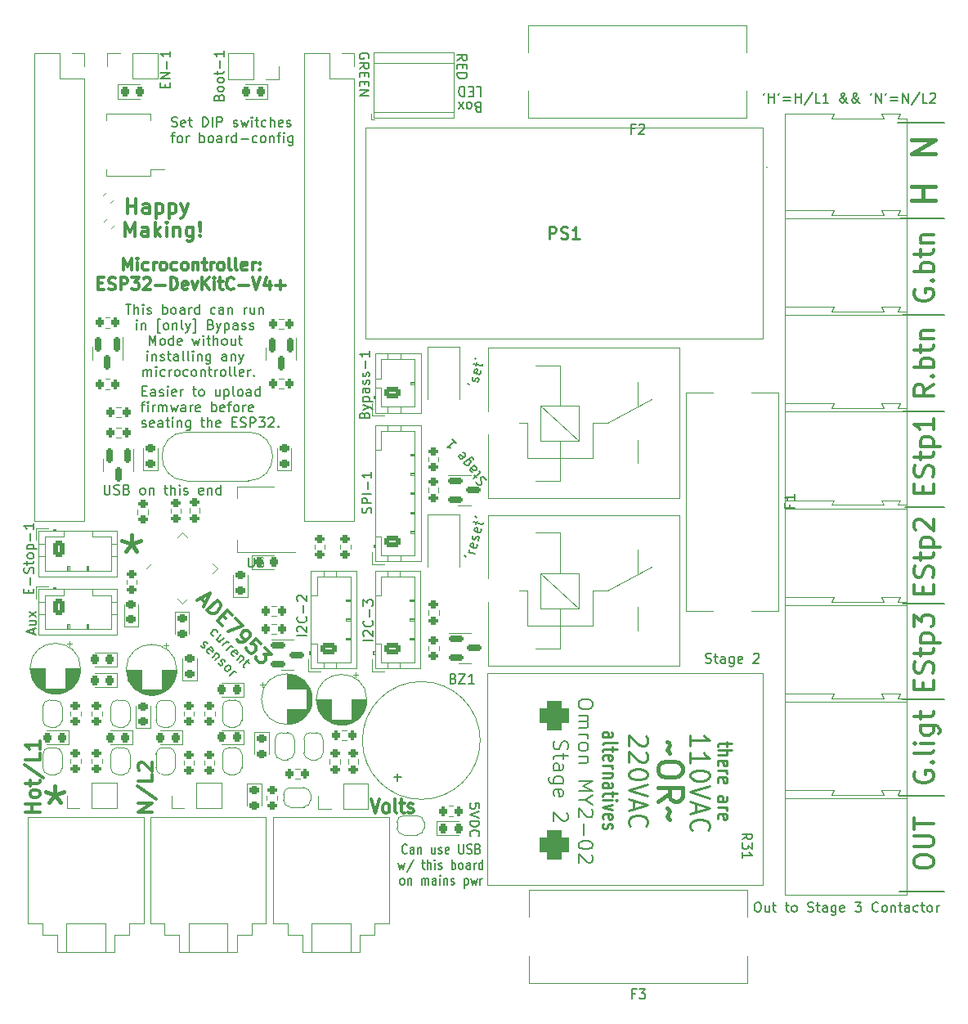
<source format=gto>
G04 #@! TF.GenerationSoftware,KiCad,Pcbnew,(6.0.7)*
G04 #@! TF.CreationDate,2022-10-09T19:58:45-04:00*
G04 #@! TF.ProjectId,mh-custom-v2,6d682d63-7573-4746-9f6d-2d76322e6b69,rev?*
G04 #@! TF.SameCoordinates,Original*
G04 #@! TF.FileFunction,Legend,Top*
G04 #@! TF.FilePolarity,Positive*
%FSLAX46Y46*%
G04 Gerber Fmt 4.6, Leading zero omitted, Abs format (unit mm)*
G04 Created by KiCad (PCBNEW (6.0.7)) date 2022-10-09 19:58:45*
%MOMM*%
%LPD*%
G01*
G04 APERTURE LIST*
G04 Aperture macros list*
%AMRoundRect*
0 Rectangle with rounded corners*
0 $1 Rounding radius*
0 $2 $3 $4 $5 $6 $7 $8 $9 X,Y pos of 4 corners*
0 Add a 4 corners polygon primitive as box body*
4,1,4,$2,$3,$4,$5,$6,$7,$8,$9,$2,$3,0*
0 Add four circle primitives for the rounded corners*
1,1,$1+$1,$2,$3*
1,1,$1+$1,$4,$5*
1,1,$1+$1,$6,$7*
1,1,$1+$1,$8,$9*
0 Add four rect primitives between the rounded corners*
20,1,$1+$1,$2,$3,$4,$5,0*
20,1,$1+$1,$4,$5,$6,$7,0*
20,1,$1+$1,$6,$7,$8,$9,0*
20,1,$1+$1,$8,$9,$2,$3,0*%
%AMRotRect*
0 Rectangle, with rotation*
0 The origin of the aperture is its center*
0 $1 length*
0 $2 width*
0 $3 Rotation angle, in degrees counterclockwise*
0 Add horizontal line*
21,1,$1,$2,0,0,$3*%
%AMFreePoly0*
4,1,22,0.500000,-0.750000,0.000000,-0.750000,0.000000,-0.745033,-0.079941,-0.743568,-0.215256,-0.701293,-0.333266,-0.622738,-0.424486,-0.514219,-0.481581,-0.384460,-0.499164,-0.250000,-0.500000,-0.250000,-0.500000,0.250000,-0.499164,0.250000,-0.499963,0.256109,-0.478152,0.396186,-0.417904,0.524511,-0.324060,0.630769,-0.204165,0.706417,-0.067858,0.745374,0.000000,0.744959,0.000000,0.750000,
0.500000,0.750000,0.500000,-0.750000,0.500000,-0.750000,$1*%
%AMFreePoly1*
4,1,20,0.000000,0.744959,0.073905,0.744508,0.209726,0.703889,0.328688,0.626782,0.421226,0.519385,0.479903,0.390333,0.500000,0.250000,0.500000,-0.250000,0.499851,-0.262216,0.476331,-0.402017,0.414519,-0.529596,0.319384,-0.634700,0.198574,-0.708877,0.061801,-0.746166,0.000000,-0.745033,0.000000,-0.750000,-0.500000,-0.750000,-0.500000,0.750000,0.000000,0.750000,0.000000,0.744959,
0.000000,0.744959,$1*%
G04 Aperture macros list end*
%ADD10C,0.150000*%
%ADD11C,0.300000*%
%ADD12C,0.400000*%
%ADD13C,0.250000*%
%ADD14C,0.254000*%
%ADD15C,0.120000*%
%ADD16C,0.100000*%
%ADD17R,1.700000X1.700000*%
%ADD18O,1.700000X1.700000*%
%ADD19C,3.000000*%
%ADD20R,3.960000X1.980000*%
%ADD21O,3.960000X1.980000*%
%ADD22RoundRect,0.218750X0.218750X0.256250X-0.218750X0.256250X-0.218750X-0.256250X0.218750X-0.256250X0*%
%ADD23RoundRect,0.200000X-0.200000X-0.275000X0.200000X-0.275000X0.200000X0.275000X-0.200000X0.275000X0*%
%ADD24RoundRect,0.200000X-0.053033X0.335876X-0.335876X0.053033X0.053033X-0.335876X0.335876X-0.053033X0*%
%ADD25FreePoly0,90.000000*%
%ADD26FreePoly1,90.000000*%
%ADD27RoundRect,0.200000X-0.275000X0.200000X-0.275000X-0.200000X0.275000X-0.200000X0.275000X0.200000X0*%
%ADD28O,1.200000X2.200000*%
%ADD29O,2.200000X1.200000*%
%ADD30RoundRect,0.200000X0.200000X0.275000X-0.200000X0.275000X-0.200000X-0.275000X0.200000X-0.275000X0*%
%ADD31RoundRect,0.250000X0.625000X-0.350000X0.625000X0.350000X-0.625000X0.350000X-0.625000X-0.350000X0*%
%ADD32O,1.750000X1.200000*%
%ADD33RoundRect,0.218750X-0.256250X0.218750X-0.256250X-0.218750X0.256250X-0.218750X0.256250X0.218750X0*%
%ADD34C,2.500000*%
%ADD35FreePoly0,0.000000*%
%ADD36FreePoly1,0.000000*%
%ADD37R,1.600000X1.600000*%
%ADD38C,1.600000*%
%ADD39RoundRect,0.200000X0.275000X-0.200000X0.275000X0.200000X-0.275000X0.200000X-0.275000X-0.200000X0*%
%ADD40RoundRect,0.750000X-0.750000X0.750000X-0.750000X-0.750000X0.750000X-0.750000X0.750000X0.750000X0*%
%ADD41RoundRect,0.218750X0.256250X-0.218750X0.256250X0.218750X-0.256250X0.218750X-0.256250X-0.218750X0*%
%ADD42RoundRect,0.062500X-0.238649X-0.327037X0.327037X0.238649X0.238649X0.327037X-0.327037X-0.238649X0*%
%ADD43RoundRect,0.062500X0.238649X-0.327037X0.327037X-0.238649X-0.238649X0.327037X-0.327037X0.238649X0*%
%ADD44RotRect,3.140000X3.140000X45.000000*%
%ADD45C,1.500000*%
%ADD46RoundRect,0.150000X-0.150000X0.587500X-0.150000X-0.587500X0.150000X-0.587500X0.150000X0.587500X0*%
%ADD47RoundRect,0.218750X-0.218750X-0.256250X0.218750X-0.256250X0.218750X0.256250X-0.218750X0.256250X0*%
%ADD48R,2.000000X1.500000*%
%ADD49R,2.000000X3.800000*%
%ADD50C,3.500000*%
%ADD51C,2.000000*%
%ADD52R,1.250000X0.760000*%
%ADD53R,1.800000X2.500000*%
%ADD54FreePoly0,180.000000*%
%ADD55FreePoly1,180.000000*%
%ADD56RoundRect,0.200000X0.053033X-0.335876X0.335876X-0.053033X-0.053033X0.335876X-0.335876X0.053033X0*%
%ADD57RoundRect,0.250000X-0.350000X-0.625000X0.350000X-0.625000X0.350000X0.625000X-0.350000X0.625000X0*%
%ADD58O,1.200000X1.750000*%
%ADD59R,2.000000X2.000000*%
%ADD60RoundRect,0.150000X-0.587500X-0.150000X0.587500X-0.150000X0.587500X0.150000X-0.587500X0.150000X0*%
%ADD61R,2.100000X2.100000*%
%ADD62C,2.100000*%
G04 APERTURE END LIST*
D10*
X124062000Y-90671500D02*
X128380000Y-90671500D01*
X123730000Y-100625250D02*
X128380000Y-100625250D01*
X123710000Y-110579000D02*
X128380000Y-110579000D01*
X124062000Y-80717750D02*
X128380000Y-80717750D01*
X124316000Y-70764000D02*
X128380000Y-70764000D01*
X123808000Y-40902750D02*
X128380000Y-40902750D01*
X123554000Y-30949000D02*
X128380000Y-30949000D01*
X124062000Y-50856500D02*
X128380000Y-50856500D01*
X124062000Y-60810250D02*
X128380000Y-60810250D01*
X103672495Y-86853761D02*
X103815352Y-86901380D01*
X104053447Y-86901380D01*
X104148685Y-86853761D01*
X104196304Y-86806142D01*
X104243923Y-86710904D01*
X104243923Y-86615666D01*
X104196304Y-86520428D01*
X104148685Y-86472809D01*
X104053447Y-86425190D01*
X103862971Y-86377571D01*
X103767733Y-86329952D01*
X103720114Y-86282333D01*
X103672495Y-86187095D01*
X103672495Y-86091857D01*
X103720114Y-85996619D01*
X103767733Y-85949000D01*
X103862971Y-85901380D01*
X104101066Y-85901380D01*
X104243923Y-85949000D01*
X104529638Y-86234714D02*
X104910590Y-86234714D01*
X104672495Y-85901380D02*
X104672495Y-86758523D01*
X104720114Y-86853761D01*
X104815352Y-86901380D01*
X104910590Y-86901380D01*
X105672495Y-86901380D02*
X105672495Y-86377571D01*
X105624876Y-86282333D01*
X105529638Y-86234714D01*
X105339161Y-86234714D01*
X105243923Y-86282333D01*
X105672495Y-86853761D02*
X105577257Y-86901380D01*
X105339161Y-86901380D01*
X105243923Y-86853761D01*
X105196304Y-86758523D01*
X105196304Y-86663285D01*
X105243923Y-86568047D01*
X105339161Y-86520428D01*
X105577257Y-86520428D01*
X105672495Y-86472809D01*
X106577257Y-86234714D02*
X106577257Y-87044238D01*
X106529638Y-87139476D01*
X106482019Y-87187095D01*
X106386780Y-87234714D01*
X106243923Y-87234714D01*
X106148685Y-87187095D01*
X106577257Y-86853761D02*
X106482019Y-86901380D01*
X106291542Y-86901380D01*
X106196304Y-86853761D01*
X106148685Y-86806142D01*
X106101066Y-86710904D01*
X106101066Y-86425190D01*
X106148685Y-86329952D01*
X106196304Y-86282333D01*
X106291542Y-86234714D01*
X106482019Y-86234714D01*
X106577257Y-86282333D01*
X107434400Y-86853761D02*
X107339161Y-86901380D01*
X107148685Y-86901380D01*
X107053447Y-86853761D01*
X107005828Y-86758523D01*
X107005828Y-86377571D01*
X107053447Y-86282333D01*
X107148685Y-86234714D01*
X107339161Y-86234714D01*
X107434400Y-86282333D01*
X107482019Y-86377571D01*
X107482019Y-86472809D01*
X107005828Y-86568047D01*
X108624876Y-85996619D02*
X108672495Y-85949000D01*
X108767733Y-85901380D01*
X109005828Y-85901380D01*
X109101066Y-85949000D01*
X109148685Y-85996619D01*
X109196304Y-86091857D01*
X109196304Y-86187095D01*
X109148685Y-86329952D01*
X108577257Y-86901380D01*
X109196304Y-86901380D01*
D11*
X126205142Y-89622523D02*
X126205142Y-88955857D01*
X127252761Y-88670142D02*
X127252761Y-89622523D01*
X125252761Y-89622523D01*
X125252761Y-88670142D01*
X127157523Y-87908238D02*
X127252761Y-87622523D01*
X127252761Y-87146333D01*
X127157523Y-86955857D01*
X127062285Y-86860619D01*
X126871809Y-86765380D01*
X126681333Y-86765380D01*
X126490857Y-86860619D01*
X126395619Y-86955857D01*
X126300380Y-87146333D01*
X126205142Y-87527285D01*
X126109904Y-87717761D01*
X126014666Y-87813000D01*
X125824190Y-87908238D01*
X125633714Y-87908238D01*
X125443238Y-87813000D01*
X125348000Y-87717761D01*
X125252761Y-87527285D01*
X125252761Y-87051095D01*
X125348000Y-86765380D01*
X125919428Y-86193952D02*
X125919428Y-85432047D01*
X125252761Y-85908238D02*
X126967047Y-85908238D01*
X127157523Y-85813000D01*
X127252761Y-85622523D01*
X127252761Y-85432047D01*
X125919428Y-84765380D02*
X127919428Y-84765380D01*
X126014666Y-84765380D02*
X125919428Y-84574904D01*
X125919428Y-84193952D01*
X126014666Y-84003476D01*
X126109904Y-83908238D01*
X126300380Y-83813000D01*
X126871809Y-83813000D01*
X127062285Y-83908238D01*
X127157523Y-84003476D01*
X127252761Y-84193952D01*
X127252761Y-84574904D01*
X127157523Y-84765380D01*
X125252761Y-83146333D02*
X125252761Y-81908238D01*
X126014666Y-82574904D01*
X126014666Y-82289190D01*
X126109904Y-82098714D01*
X126205142Y-82003476D01*
X126395619Y-81908238D01*
X126871809Y-81908238D01*
X127062285Y-82003476D01*
X127157523Y-82098714D01*
X127252761Y-82289190D01*
X127252761Y-82860619D01*
X127157523Y-83051095D01*
X127062285Y-83146333D01*
D10*
X48382976Y-31339761D02*
X48525833Y-31387380D01*
X48763928Y-31387380D01*
X48859166Y-31339761D01*
X48906785Y-31292142D01*
X48954404Y-31196904D01*
X48954404Y-31101666D01*
X48906785Y-31006428D01*
X48859166Y-30958809D01*
X48763928Y-30911190D01*
X48573452Y-30863571D01*
X48478214Y-30815952D01*
X48430595Y-30768333D01*
X48382976Y-30673095D01*
X48382976Y-30577857D01*
X48430595Y-30482619D01*
X48478214Y-30435000D01*
X48573452Y-30387380D01*
X48811547Y-30387380D01*
X48954404Y-30435000D01*
X49763928Y-31339761D02*
X49668690Y-31387380D01*
X49478214Y-31387380D01*
X49382976Y-31339761D01*
X49335357Y-31244523D01*
X49335357Y-30863571D01*
X49382976Y-30768333D01*
X49478214Y-30720714D01*
X49668690Y-30720714D01*
X49763928Y-30768333D01*
X49811547Y-30863571D01*
X49811547Y-30958809D01*
X49335357Y-31054047D01*
X50097261Y-30720714D02*
X50478214Y-30720714D01*
X50240119Y-30387380D02*
X50240119Y-31244523D01*
X50287738Y-31339761D01*
X50382976Y-31387380D01*
X50478214Y-31387380D01*
X51573452Y-31387380D02*
X51573452Y-30387380D01*
X51811547Y-30387380D01*
X51954404Y-30435000D01*
X52049642Y-30530238D01*
X52097261Y-30625476D01*
X52144880Y-30815952D01*
X52144880Y-30958809D01*
X52097261Y-31149285D01*
X52049642Y-31244523D01*
X51954404Y-31339761D01*
X51811547Y-31387380D01*
X51573452Y-31387380D01*
X52573452Y-31387380D02*
X52573452Y-30387380D01*
X53049642Y-31387380D02*
X53049642Y-30387380D01*
X53430595Y-30387380D01*
X53525833Y-30435000D01*
X53573452Y-30482619D01*
X53621071Y-30577857D01*
X53621071Y-30720714D01*
X53573452Y-30815952D01*
X53525833Y-30863571D01*
X53430595Y-30911190D01*
X53049642Y-30911190D01*
X54763928Y-31339761D02*
X54859166Y-31387380D01*
X55049642Y-31387380D01*
X55144880Y-31339761D01*
X55192500Y-31244523D01*
X55192500Y-31196904D01*
X55144880Y-31101666D01*
X55049642Y-31054047D01*
X54906785Y-31054047D01*
X54811547Y-31006428D01*
X54763928Y-30911190D01*
X54763928Y-30863571D01*
X54811547Y-30768333D01*
X54906785Y-30720714D01*
X55049642Y-30720714D01*
X55144880Y-30768333D01*
X55525833Y-30720714D02*
X55716309Y-31387380D01*
X55906785Y-30911190D01*
X56097261Y-31387380D01*
X56287738Y-30720714D01*
X56668690Y-31387380D02*
X56668690Y-30720714D01*
X56668690Y-30387380D02*
X56621071Y-30435000D01*
X56668690Y-30482619D01*
X56716309Y-30435000D01*
X56668690Y-30387380D01*
X56668690Y-30482619D01*
X57002023Y-30720714D02*
X57382976Y-30720714D01*
X57144880Y-30387380D02*
X57144880Y-31244523D01*
X57192500Y-31339761D01*
X57287738Y-31387380D01*
X57382976Y-31387380D01*
X58144880Y-31339761D02*
X58049642Y-31387380D01*
X57859166Y-31387380D01*
X57763928Y-31339761D01*
X57716309Y-31292142D01*
X57668690Y-31196904D01*
X57668690Y-30911190D01*
X57716309Y-30815952D01*
X57763928Y-30768333D01*
X57859166Y-30720714D01*
X58049642Y-30720714D01*
X58144880Y-30768333D01*
X58573452Y-31387380D02*
X58573452Y-30387380D01*
X59002023Y-31387380D02*
X59002023Y-30863571D01*
X58954404Y-30768333D01*
X58859166Y-30720714D01*
X58716309Y-30720714D01*
X58621071Y-30768333D01*
X58573452Y-30815952D01*
X59859166Y-31339761D02*
X59763928Y-31387380D01*
X59573452Y-31387380D01*
X59478214Y-31339761D01*
X59430595Y-31244523D01*
X59430595Y-30863571D01*
X59478214Y-30768333D01*
X59573452Y-30720714D01*
X59763928Y-30720714D01*
X59859166Y-30768333D01*
X59906785Y-30863571D01*
X59906785Y-30958809D01*
X59430595Y-31054047D01*
X60287738Y-31339761D02*
X60382976Y-31387380D01*
X60573452Y-31387380D01*
X60668690Y-31339761D01*
X60716309Y-31244523D01*
X60716309Y-31196904D01*
X60668690Y-31101666D01*
X60573452Y-31054047D01*
X60430595Y-31054047D01*
X60335357Y-31006428D01*
X60287738Y-30911190D01*
X60287738Y-30863571D01*
X60335357Y-30768333D01*
X60430595Y-30720714D01*
X60573452Y-30720714D01*
X60668690Y-30768333D01*
X48287738Y-32330714D02*
X48668690Y-32330714D01*
X48430595Y-32997380D02*
X48430595Y-32140238D01*
X48478214Y-32045000D01*
X48573452Y-31997380D01*
X48668690Y-31997380D01*
X49144880Y-32997380D02*
X49049642Y-32949761D01*
X49002023Y-32902142D01*
X48954404Y-32806904D01*
X48954404Y-32521190D01*
X49002023Y-32425952D01*
X49049642Y-32378333D01*
X49144880Y-32330714D01*
X49287738Y-32330714D01*
X49382976Y-32378333D01*
X49430595Y-32425952D01*
X49478214Y-32521190D01*
X49478214Y-32806904D01*
X49430595Y-32902142D01*
X49382976Y-32949761D01*
X49287738Y-32997380D01*
X49144880Y-32997380D01*
X49906785Y-32997380D02*
X49906785Y-32330714D01*
X49906785Y-32521190D02*
X49954404Y-32425952D01*
X50002023Y-32378333D01*
X50097261Y-32330714D01*
X50192500Y-32330714D01*
X51287738Y-32997380D02*
X51287738Y-31997380D01*
X51287738Y-32378333D02*
X51382976Y-32330714D01*
X51573452Y-32330714D01*
X51668690Y-32378333D01*
X51716309Y-32425952D01*
X51763928Y-32521190D01*
X51763928Y-32806904D01*
X51716309Y-32902142D01*
X51668690Y-32949761D01*
X51573452Y-32997380D01*
X51382976Y-32997380D01*
X51287738Y-32949761D01*
X52335357Y-32997380D02*
X52240119Y-32949761D01*
X52192500Y-32902142D01*
X52144880Y-32806904D01*
X52144880Y-32521190D01*
X52192500Y-32425952D01*
X52240119Y-32378333D01*
X52335357Y-32330714D01*
X52478214Y-32330714D01*
X52573452Y-32378333D01*
X52621071Y-32425952D01*
X52668690Y-32521190D01*
X52668690Y-32806904D01*
X52621071Y-32902142D01*
X52573452Y-32949761D01*
X52478214Y-32997380D01*
X52335357Y-32997380D01*
X53525833Y-32997380D02*
X53525833Y-32473571D01*
X53478214Y-32378333D01*
X53382976Y-32330714D01*
X53192500Y-32330714D01*
X53097261Y-32378333D01*
X53525833Y-32949761D02*
X53430595Y-32997380D01*
X53192500Y-32997380D01*
X53097261Y-32949761D01*
X53049642Y-32854523D01*
X53049642Y-32759285D01*
X53097261Y-32664047D01*
X53192500Y-32616428D01*
X53430595Y-32616428D01*
X53525833Y-32568809D01*
X54002023Y-32997380D02*
X54002023Y-32330714D01*
X54002023Y-32521190D02*
X54049642Y-32425952D01*
X54097261Y-32378333D01*
X54192500Y-32330714D01*
X54287738Y-32330714D01*
X55049642Y-32997380D02*
X55049642Y-31997380D01*
X55049642Y-32949761D02*
X54954404Y-32997380D01*
X54763928Y-32997380D01*
X54668690Y-32949761D01*
X54621071Y-32902142D01*
X54573452Y-32806904D01*
X54573452Y-32521190D01*
X54621071Y-32425952D01*
X54668690Y-32378333D01*
X54763928Y-32330714D01*
X54954404Y-32330714D01*
X55049642Y-32378333D01*
X55525833Y-32616428D02*
X56287738Y-32616428D01*
X57192500Y-32949761D02*
X57097261Y-32997380D01*
X56906785Y-32997380D01*
X56811547Y-32949761D01*
X56763928Y-32902142D01*
X56716309Y-32806904D01*
X56716309Y-32521190D01*
X56763928Y-32425952D01*
X56811547Y-32378333D01*
X56906785Y-32330714D01*
X57097261Y-32330714D01*
X57192500Y-32378333D01*
X57763928Y-32997380D02*
X57668690Y-32949761D01*
X57621071Y-32902142D01*
X57573452Y-32806904D01*
X57573452Y-32521190D01*
X57621071Y-32425952D01*
X57668690Y-32378333D01*
X57763928Y-32330714D01*
X57906785Y-32330714D01*
X58002023Y-32378333D01*
X58049642Y-32425952D01*
X58097261Y-32521190D01*
X58097261Y-32806904D01*
X58049642Y-32902142D01*
X58002023Y-32949761D01*
X57906785Y-32997380D01*
X57763928Y-32997380D01*
X58525833Y-32330714D02*
X58525833Y-32997380D01*
X58525833Y-32425952D02*
X58573452Y-32378333D01*
X58668690Y-32330714D01*
X58811547Y-32330714D01*
X58906785Y-32378333D01*
X58954404Y-32473571D01*
X58954404Y-32997380D01*
X59287738Y-32330714D02*
X59668690Y-32330714D01*
X59430595Y-32997380D02*
X59430595Y-32140238D01*
X59478214Y-32045000D01*
X59573452Y-31997380D01*
X59668690Y-31997380D01*
X60002023Y-32997380D02*
X60002023Y-32330714D01*
X60002023Y-31997380D02*
X59954404Y-32045000D01*
X60002023Y-32092619D01*
X60049642Y-32045000D01*
X60002023Y-31997380D01*
X60002023Y-32092619D01*
X60906785Y-32330714D02*
X60906785Y-33140238D01*
X60859166Y-33235476D01*
X60811547Y-33283095D01*
X60716309Y-33330714D01*
X60573452Y-33330714D01*
X60478214Y-33283095D01*
X60906785Y-32949761D02*
X60811547Y-32997380D01*
X60621071Y-32997380D01*
X60525833Y-32949761D01*
X60478214Y-32902142D01*
X60430595Y-32806904D01*
X60430595Y-32521190D01*
X60478214Y-32425952D01*
X60525833Y-32378333D01*
X60621071Y-32330714D01*
X60811547Y-32330714D01*
X60906785Y-32378333D01*
D11*
X43381428Y-46229226D02*
X43381428Y-44979226D01*
X43798095Y-45872083D01*
X44214761Y-44979226D01*
X44214761Y-46229226D01*
X44810000Y-46229226D02*
X44810000Y-45395892D01*
X44810000Y-44979226D02*
X44750476Y-45038750D01*
X44810000Y-45098273D01*
X44869523Y-45038750D01*
X44810000Y-44979226D01*
X44810000Y-45098273D01*
X45940952Y-46169702D02*
X45821904Y-46229226D01*
X45583809Y-46229226D01*
X45464761Y-46169702D01*
X45405238Y-46110178D01*
X45345714Y-45991130D01*
X45345714Y-45633988D01*
X45405238Y-45514940D01*
X45464761Y-45455416D01*
X45583809Y-45395892D01*
X45821904Y-45395892D01*
X45940952Y-45455416D01*
X46476666Y-46229226D02*
X46476666Y-45395892D01*
X46476666Y-45633988D02*
X46536190Y-45514940D01*
X46595714Y-45455416D01*
X46714761Y-45395892D01*
X46833809Y-45395892D01*
X47429047Y-46229226D02*
X47310000Y-46169702D01*
X47250476Y-46110178D01*
X47190952Y-45991130D01*
X47190952Y-45633988D01*
X47250476Y-45514940D01*
X47310000Y-45455416D01*
X47429047Y-45395892D01*
X47607619Y-45395892D01*
X47726666Y-45455416D01*
X47786190Y-45514940D01*
X47845714Y-45633988D01*
X47845714Y-45991130D01*
X47786190Y-46110178D01*
X47726666Y-46169702D01*
X47607619Y-46229226D01*
X47429047Y-46229226D01*
X48917142Y-46169702D02*
X48798095Y-46229226D01*
X48560000Y-46229226D01*
X48440952Y-46169702D01*
X48381428Y-46110178D01*
X48321904Y-45991130D01*
X48321904Y-45633988D01*
X48381428Y-45514940D01*
X48440952Y-45455416D01*
X48560000Y-45395892D01*
X48798095Y-45395892D01*
X48917142Y-45455416D01*
X49631428Y-46229226D02*
X49512380Y-46169702D01*
X49452857Y-46110178D01*
X49393333Y-45991130D01*
X49393333Y-45633988D01*
X49452857Y-45514940D01*
X49512380Y-45455416D01*
X49631428Y-45395892D01*
X49810000Y-45395892D01*
X49929047Y-45455416D01*
X49988571Y-45514940D01*
X50048095Y-45633988D01*
X50048095Y-45991130D01*
X49988571Y-46110178D01*
X49929047Y-46169702D01*
X49810000Y-46229226D01*
X49631428Y-46229226D01*
X50583809Y-45395892D02*
X50583809Y-46229226D01*
X50583809Y-45514940D02*
X50643333Y-45455416D01*
X50762380Y-45395892D01*
X50940952Y-45395892D01*
X51060000Y-45455416D01*
X51119523Y-45574464D01*
X51119523Y-46229226D01*
X51536190Y-45395892D02*
X52012380Y-45395892D01*
X51714761Y-44979226D02*
X51714761Y-46050654D01*
X51774285Y-46169702D01*
X51893333Y-46229226D01*
X52012380Y-46229226D01*
X52429047Y-46229226D02*
X52429047Y-45395892D01*
X52429047Y-45633988D02*
X52488571Y-45514940D01*
X52548095Y-45455416D01*
X52667142Y-45395892D01*
X52786190Y-45395892D01*
X53381428Y-46229226D02*
X53262380Y-46169702D01*
X53202857Y-46110178D01*
X53143333Y-45991130D01*
X53143333Y-45633988D01*
X53202857Y-45514940D01*
X53262380Y-45455416D01*
X53381428Y-45395892D01*
X53560000Y-45395892D01*
X53679047Y-45455416D01*
X53738571Y-45514940D01*
X53798095Y-45633988D01*
X53798095Y-45991130D01*
X53738571Y-46110178D01*
X53679047Y-46169702D01*
X53560000Y-46229226D01*
X53381428Y-46229226D01*
X54512380Y-46229226D02*
X54393333Y-46169702D01*
X54333809Y-46050654D01*
X54333809Y-44979226D01*
X55167142Y-46229226D02*
X55048095Y-46169702D01*
X54988571Y-46050654D01*
X54988571Y-44979226D01*
X56119523Y-46169702D02*
X56000476Y-46229226D01*
X55762380Y-46229226D01*
X55643333Y-46169702D01*
X55583809Y-46050654D01*
X55583809Y-45574464D01*
X55643333Y-45455416D01*
X55762380Y-45395892D01*
X56000476Y-45395892D01*
X56119523Y-45455416D01*
X56179047Y-45574464D01*
X56179047Y-45693511D01*
X55583809Y-45812559D01*
X56714761Y-46229226D02*
X56714761Y-45395892D01*
X56714761Y-45633988D02*
X56774285Y-45514940D01*
X56833809Y-45455416D01*
X56952857Y-45395892D01*
X57071904Y-45395892D01*
X57488571Y-46110178D02*
X57548095Y-46169702D01*
X57488571Y-46229226D01*
X57429047Y-46169702D01*
X57488571Y-46110178D01*
X57488571Y-46229226D01*
X57488571Y-45455416D02*
X57548095Y-45514940D01*
X57488571Y-45574464D01*
X57429047Y-45514940D01*
X57488571Y-45455416D01*
X57488571Y-45574464D01*
X40762380Y-47586964D02*
X41179047Y-47586964D01*
X41357619Y-48241726D02*
X40762380Y-48241726D01*
X40762380Y-46991726D01*
X41357619Y-46991726D01*
X41833809Y-48182202D02*
X42012380Y-48241726D01*
X42310000Y-48241726D01*
X42429047Y-48182202D01*
X42488571Y-48122678D01*
X42548095Y-48003630D01*
X42548095Y-47884583D01*
X42488571Y-47765535D01*
X42429047Y-47706011D01*
X42310000Y-47646488D01*
X42071904Y-47586964D01*
X41952857Y-47527440D01*
X41893333Y-47467916D01*
X41833809Y-47348869D01*
X41833809Y-47229821D01*
X41893333Y-47110773D01*
X41952857Y-47051250D01*
X42071904Y-46991726D01*
X42369523Y-46991726D01*
X42548095Y-47051250D01*
X43083809Y-48241726D02*
X43083809Y-46991726D01*
X43560000Y-46991726D01*
X43679047Y-47051250D01*
X43738571Y-47110773D01*
X43798095Y-47229821D01*
X43798095Y-47408392D01*
X43738571Y-47527440D01*
X43679047Y-47586964D01*
X43560000Y-47646488D01*
X43083809Y-47646488D01*
X44214761Y-46991726D02*
X44988571Y-46991726D01*
X44571904Y-47467916D01*
X44750476Y-47467916D01*
X44869523Y-47527440D01*
X44929047Y-47586964D01*
X44988571Y-47706011D01*
X44988571Y-48003630D01*
X44929047Y-48122678D01*
X44869523Y-48182202D01*
X44750476Y-48241726D01*
X44393333Y-48241726D01*
X44274285Y-48182202D01*
X44214761Y-48122678D01*
X45464761Y-47110773D02*
X45524285Y-47051250D01*
X45643333Y-46991726D01*
X45940952Y-46991726D01*
X46060000Y-47051250D01*
X46119523Y-47110773D01*
X46179047Y-47229821D01*
X46179047Y-47348869D01*
X46119523Y-47527440D01*
X45405238Y-48241726D01*
X46179047Y-48241726D01*
X46714761Y-47765535D02*
X47667142Y-47765535D01*
X48262380Y-48241726D02*
X48262380Y-46991726D01*
X48560000Y-46991726D01*
X48738571Y-47051250D01*
X48857619Y-47170297D01*
X48917142Y-47289345D01*
X48976666Y-47527440D01*
X48976666Y-47706011D01*
X48917142Y-47944107D01*
X48857619Y-48063154D01*
X48738571Y-48182202D01*
X48560000Y-48241726D01*
X48262380Y-48241726D01*
X49988571Y-48182202D02*
X49869523Y-48241726D01*
X49631428Y-48241726D01*
X49512380Y-48182202D01*
X49452857Y-48063154D01*
X49452857Y-47586964D01*
X49512380Y-47467916D01*
X49631428Y-47408392D01*
X49869523Y-47408392D01*
X49988571Y-47467916D01*
X50048095Y-47586964D01*
X50048095Y-47706011D01*
X49452857Y-47825059D01*
X50464761Y-47408392D02*
X50762380Y-48241726D01*
X51060000Y-47408392D01*
X51536190Y-48241726D02*
X51536190Y-46991726D01*
X52250476Y-48241726D02*
X51714761Y-47527440D01*
X52250476Y-46991726D02*
X51536190Y-47706011D01*
X52786190Y-48241726D02*
X52786190Y-47408392D01*
X52786190Y-46991726D02*
X52726666Y-47051250D01*
X52786190Y-47110773D01*
X52845714Y-47051250D01*
X52786190Y-46991726D01*
X52786190Y-47110773D01*
X53202857Y-47408392D02*
X53679047Y-47408392D01*
X53381428Y-46991726D02*
X53381428Y-48063154D01*
X53440952Y-48182202D01*
X53559999Y-48241726D01*
X53679047Y-48241726D01*
X54809999Y-48122678D02*
X54750476Y-48182202D01*
X54571904Y-48241726D01*
X54452857Y-48241726D01*
X54274285Y-48182202D01*
X54155238Y-48063154D01*
X54095714Y-47944107D01*
X54036190Y-47706011D01*
X54036190Y-47527440D01*
X54095714Y-47289345D01*
X54155238Y-47170297D01*
X54274285Y-47051250D01*
X54452857Y-46991726D01*
X54571904Y-46991726D01*
X54750476Y-47051250D01*
X54809999Y-47110773D01*
X55345714Y-47765535D02*
X56298095Y-47765535D01*
X56714761Y-46991726D02*
X57131428Y-48241726D01*
X57548095Y-46991726D01*
X58500476Y-47408392D02*
X58500476Y-48241726D01*
X58202857Y-46932202D02*
X57905238Y-47825059D01*
X58679047Y-47825059D01*
X59155238Y-47765535D02*
X60107619Y-47765535D01*
X59631428Y-48241726D02*
X59631428Y-47289345D01*
D10*
X108959685Y-111656980D02*
X109150161Y-111656980D01*
X109245400Y-111704600D01*
X109340638Y-111799838D01*
X109388257Y-111990314D01*
X109388257Y-112323647D01*
X109340638Y-112514123D01*
X109245400Y-112609361D01*
X109150161Y-112656980D01*
X108959685Y-112656980D01*
X108864447Y-112609361D01*
X108769209Y-112514123D01*
X108721590Y-112323647D01*
X108721590Y-111990314D01*
X108769209Y-111799838D01*
X108864447Y-111704600D01*
X108959685Y-111656980D01*
X110245400Y-111990314D02*
X110245400Y-112656980D01*
X109816828Y-111990314D02*
X109816828Y-112514123D01*
X109864447Y-112609361D01*
X109959685Y-112656980D01*
X110102542Y-112656980D01*
X110197780Y-112609361D01*
X110245400Y-112561742D01*
X110578733Y-111990314D02*
X110959685Y-111990314D01*
X110721590Y-111656980D02*
X110721590Y-112514123D01*
X110769209Y-112609361D01*
X110864447Y-112656980D01*
X110959685Y-112656980D01*
X111912066Y-111990314D02*
X112293019Y-111990314D01*
X112054923Y-111656980D02*
X112054923Y-112514123D01*
X112102542Y-112609361D01*
X112197780Y-112656980D01*
X112293019Y-112656980D01*
X112769209Y-112656980D02*
X112673971Y-112609361D01*
X112626352Y-112561742D01*
X112578733Y-112466504D01*
X112578733Y-112180790D01*
X112626352Y-112085552D01*
X112673971Y-112037933D01*
X112769209Y-111990314D01*
X112912066Y-111990314D01*
X113007304Y-112037933D01*
X113054923Y-112085552D01*
X113102542Y-112180790D01*
X113102542Y-112466504D01*
X113054923Y-112561742D01*
X113007304Y-112609361D01*
X112912066Y-112656980D01*
X112769209Y-112656980D01*
X114245400Y-112609361D02*
X114388257Y-112656980D01*
X114626352Y-112656980D01*
X114721590Y-112609361D01*
X114769209Y-112561742D01*
X114816828Y-112466504D01*
X114816828Y-112371266D01*
X114769209Y-112276028D01*
X114721590Y-112228409D01*
X114626352Y-112180790D01*
X114435876Y-112133171D01*
X114340638Y-112085552D01*
X114293019Y-112037933D01*
X114245400Y-111942695D01*
X114245400Y-111847457D01*
X114293019Y-111752219D01*
X114340638Y-111704600D01*
X114435876Y-111656980D01*
X114673971Y-111656980D01*
X114816828Y-111704600D01*
X115102542Y-111990314D02*
X115483495Y-111990314D01*
X115245400Y-111656980D02*
X115245400Y-112514123D01*
X115293019Y-112609361D01*
X115388257Y-112656980D01*
X115483495Y-112656980D01*
X116245400Y-112656980D02*
X116245400Y-112133171D01*
X116197780Y-112037933D01*
X116102542Y-111990314D01*
X115912066Y-111990314D01*
X115816828Y-112037933D01*
X116245400Y-112609361D02*
X116150161Y-112656980D01*
X115912066Y-112656980D01*
X115816828Y-112609361D01*
X115769209Y-112514123D01*
X115769209Y-112418885D01*
X115816828Y-112323647D01*
X115912066Y-112276028D01*
X116150161Y-112276028D01*
X116245400Y-112228409D01*
X117150161Y-111990314D02*
X117150161Y-112799838D01*
X117102542Y-112895076D01*
X117054923Y-112942695D01*
X116959685Y-112990314D01*
X116816828Y-112990314D01*
X116721590Y-112942695D01*
X117150161Y-112609361D02*
X117054923Y-112656980D01*
X116864447Y-112656980D01*
X116769209Y-112609361D01*
X116721590Y-112561742D01*
X116673971Y-112466504D01*
X116673971Y-112180790D01*
X116721590Y-112085552D01*
X116769209Y-112037933D01*
X116864447Y-111990314D01*
X117054923Y-111990314D01*
X117150161Y-112037933D01*
X118007304Y-112609361D02*
X117912066Y-112656980D01*
X117721590Y-112656980D01*
X117626352Y-112609361D01*
X117578733Y-112514123D01*
X117578733Y-112133171D01*
X117626352Y-112037933D01*
X117721590Y-111990314D01*
X117912066Y-111990314D01*
X118007304Y-112037933D01*
X118054923Y-112133171D01*
X118054923Y-112228409D01*
X117578733Y-112323647D01*
X119150161Y-111656980D02*
X119769209Y-111656980D01*
X119435876Y-112037933D01*
X119578733Y-112037933D01*
X119673971Y-112085552D01*
X119721590Y-112133171D01*
X119769209Y-112228409D01*
X119769209Y-112466504D01*
X119721590Y-112561742D01*
X119673971Y-112609361D01*
X119578733Y-112656980D01*
X119293019Y-112656980D01*
X119197780Y-112609361D01*
X119150161Y-112561742D01*
X121531114Y-112561742D02*
X121483495Y-112609361D01*
X121340638Y-112656980D01*
X121245400Y-112656980D01*
X121102542Y-112609361D01*
X121007304Y-112514123D01*
X120959685Y-112418885D01*
X120912066Y-112228409D01*
X120912066Y-112085552D01*
X120959685Y-111895076D01*
X121007304Y-111799838D01*
X121102542Y-111704600D01*
X121245400Y-111656980D01*
X121340638Y-111656980D01*
X121483495Y-111704600D01*
X121531114Y-111752219D01*
X122102542Y-112656980D02*
X122007304Y-112609361D01*
X121959685Y-112561742D01*
X121912066Y-112466504D01*
X121912066Y-112180790D01*
X121959685Y-112085552D01*
X122007304Y-112037933D01*
X122102542Y-111990314D01*
X122245400Y-111990314D01*
X122340638Y-112037933D01*
X122388257Y-112085552D01*
X122435876Y-112180790D01*
X122435876Y-112466504D01*
X122388257Y-112561742D01*
X122340638Y-112609361D01*
X122245400Y-112656980D01*
X122102542Y-112656980D01*
X122864447Y-111990314D02*
X122864447Y-112656980D01*
X122864447Y-112085552D02*
X122912066Y-112037933D01*
X123007304Y-111990314D01*
X123150161Y-111990314D01*
X123245400Y-112037933D01*
X123293019Y-112133171D01*
X123293019Y-112656980D01*
X123626352Y-111990314D02*
X124007304Y-111990314D01*
X123769209Y-111656980D02*
X123769209Y-112514123D01*
X123816828Y-112609361D01*
X123912066Y-112656980D01*
X124007304Y-112656980D01*
X124769209Y-112656980D02*
X124769209Y-112133171D01*
X124721590Y-112037933D01*
X124626352Y-111990314D01*
X124435876Y-111990314D01*
X124340638Y-112037933D01*
X124769209Y-112609361D02*
X124673971Y-112656980D01*
X124435876Y-112656980D01*
X124340638Y-112609361D01*
X124293019Y-112514123D01*
X124293019Y-112418885D01*
X124340638Y-112323647D01*
X124435876Y-112276028D01*
X124673971Y-112276028D01*
X124769209Y-112228409D01*
X125673971Y-112609361D02*
X125578733Y-112656980D01*
X125388257Y-112656980D01*
X125293019Y-112609361D01*
X125245400Y-112561742D01*
X125197780Y-112466504D01*
X125197780Y-112180790D01*
X125245400Y-112085552D01*
X125293019Y-112037933D01*
X125388257Y-111990314D01*
X125578733Y-111990314D01*
X125673971Y-112037933D01*
X125959685Y-111990314D02*
X126340638Y-111990314D01*
X126102542Y-111656980D02*
X126102542Y-112514123D01*
X126150161Y-112609361D01*
X126245400Y-112656980D01*
X126340638Y-112656980D01*
X126816828Y-112656980D02*
X126721590Y-112609361D01*
X126673971Y-112561742D01*
X126626352Y-112466504D01*
X126626352Y-112180790D01*
X126673971Y-112085552D01*
X126721590Y-112037933D01*
X126816828Y-111990314D01*
X126959685Y-111990314D01*
X127054923Y-112037933D01*
X127102542Y-112085552D01*
X127150161Y-112180790D01*
X127150161Y-112466504D01*
X127102542Y-112561742D01*
X127054923Y-112609361D01*
X126959685Y-112656980D01*
X126816828Y-112656980D01*
X127578733Y-112656980D02*
X127578733Y-111990314D01*
X127578733Y-112180790D02*
X127626352Y-112085552D01*
X127673971Y-112037933D01*
X127769209Y-111990314D01*
X127864447Y-111990314D01*
D11*
X125348000Y-98147571D02*
X125252761Y-98338047D01*
X125252761Y-98623761D01*
X125348000Y-98909476D01*
X125538476Y-99099952D01*
X125728952Y-99195190D01*
X126109904Y-99290428D01*
X126395619Y-99290428D01*
X126776571Y-99195190D01*
X126967047Y-99099952D01*
X127157523Y-98909476D01*
X127252761Y-98623761D01*
X127252761Y-98433285D01*
X127157523Y-98147571D01*
X127062285Y-98052333D01*
X126395619Y-98052333D01*
X126395619Y-98433285D01*
X127062285Y-97195190D02*
X127157523Y-97099952D01*
X127252761Y-97195190D01*
X127157523Y-97290428D01*
X127062285Y-97195190D01*
X127252761Y-97195190D01*
X127252761Y-95957095D02*
X127157523Y-96147571D01*
X126967047Y-96242809D01*
X125252761Y-96242809D01*
X127252761Y-95195190D02*
X125919428Y-95195190D01*
X125252761Y-95195190D02*
X125348000Y-95290428D01*
X125443238Y-95195190D01*
X125348000Y-95099952D01*
X125252761Y-95195190D01*
X125443238Y-95195190D01*
X125919428Y-93385666D02*
X127538476Y-93385666D01*
X127728952Y-93480904D01*
X127824190Y-93576142D01*
X127919428Y-93766619D01*
X127919428Y-94052333D01*
X127824190Y-94242809D01*
X127157523Y-93385666D02*
X127252761Y-93576142D01*
X127252761Y-93957095D01*
X127157523Y-94147571D01*
X127062285Y-94242809D01*
X126871809Y-94338047D01*
X126300380Y-94338047D01*
X126109904Y-94242809D01*
X126014666Y-94147571D01*
X125919428Y-93957095D01*
X125919428Y-93576142D01*
X126014666Y-93385666D01*
X125919428Y-92719000D02*
X125919428Y-91957095D01*
X125252761Y-92433285D02*
X126967047Y-92433285D01*
X127157523Y-92338047D01*
X127252761Y-92147571D01*
X127252761Y-91957095D01*
D12*
X44195000Y-73639523D02*
X44195000Y-74591904D01*
X43242619Y-74210952D02*
X44195000Y-74591904D01*
X45147380Y-74210952D01*
X43623571Y-75353809D02*
X44195000Y-74591904D01*
X44766428Y-75353809D01*
D11*
X125348000Y-48268333D02*
X125252761Y-48458809D01*
X125252761Y-48744523D01*
X125348000Y-49030238D01*
X125538476Y-49220714D01*
X125728952Y-49315952D01*
X126109904Y-49411190D01*
X126395619Y-49411190D01*
X126776571Y-49315952D01*
X126967047Y-49220714D01*
X127157523Y-49030238D01*
X127252761Y-48744523D01*
X127252761Y-48554047D01*
X127157523Y-48268333D01*
X127062285Y-48173095D01*
X126395619Y-48173095D01*
X126395619Y-48554047D01*
X127062285Y-47315952D02*
X127157523Y-47220714D01*
X127252761Y-47315952D01*
X127157523Y-47411190D01*
X127062285Y-47315952D01*
X127252761Y-47315952D01*
X127252761Y-46363571D02*
X125252761Y-46363571D01*
X126014666Y-46363571D02*
X125919428Y-46173095D01*
X125919428Y-45792142D01*
X126014666Y-45601666D01*
X126109904Y-45506428D01*
X126300380Y-45411190D01*
X126871809Y-45411190D01*
X127062285Y-45506428D01*
X127157523Y-45601666D01*
X127252761Y-45792142D01*
X127252761Y-46173095D01*
X127157523Y-46363571D01*
X125919428Y-44839761D02*
X125919428Y-44077857D01*
X125252761Y-44554047D02*
X126967047Y-44554047D01*
X127157523Y-44458809D01*
X127252761Y-44268333D01*
X127252761Y-44077857D01*
X125919428Y-43411190D02*
X127252761Y-43411190D01*
X126109904Y-43411190D02*
X126014666Y-43315952D01*
X125919428Y-43125476D01*
X125919428Y-42839761D01*
X126014666Y-42649285D01*
X126205142Y-42554047D01*
X127252761Y-42554047D01*
X127252761Y-58079095D02*
X126300380Y-58745761D01*
X127252761Y-59221952D02*
X125252761Y-59221952D01*
X125252761Y-58460047D01*
X125348000Y-58269571D01*
X125443238Y-58174333D01*
X125633714Y-58079095D01*
X125919428Y-58079095D01*
X126109904Y-58174333D01*
X126205142Y-58269571D01*
X126300380Y-58460047D01*
X126300380Y-59221952D01*
X127062285Y-57221952D02*
X127157523Y-57126714D01*
X127252761Y-57221952D01*
X127157523Y-57317190D01*
X127062285Y-57221952D01*
X127252761Y-57221952D01*
X127252761Y-56269571D02*
X125252761Y-56269571D01*
X126014666Y-56269571D02*
X125919428Y-56079095D01*
X125919428Y-55698142D01*
X126014666Y-55507666D01*
X126109904Y-55412428D01*
X126300380Y-55317190D01*
X126871809Y-55317190D01*
X127062285Y-55412428D01*
X127157523Y-55507666D01*
X127252761Y-55698142D01*
X127252761Y-56079095D01*
X127157523Y-56269571D01*
X125919428Y-54745761D02*
X125919428Y-53983857D01*
X125252761Y-54460047D02*
X126967047Y-54460047D01*
X127157523Y-54364809D01*
X127252761Y-54174333D01*
X127252761Y-53983857D01*
X125919428Y-53317190D02*
X127252761Y-53317190D01*
X126109904Y-53317190D02*
X126014666Y-53221952D01*
X125919428Y-53031476D01*
X125919428Y-52745761D01*
X126014666Y-52555285D01*
X126205142Y-52460047D01*
X127252761Y-52460047D01*
D10*
X79037110Y-57933168D02*
X79196447Y-58074460D01*
X80055638Y-57811691D02*
X80126283Y-57732022D01*
X80175582Y-57548037D01*
X80154235Y-57443719D01*
X80074567Y-57373073D01*
X80028571Y-57360748D01*
X79924253Y-57382095D01*
X79853607Y-57461764D01*
X79816633Y-57599753D01*
X79745987Y-57679421D01*
X79641669Y-57700768D01*
X79595673Y-57688444D01*
X79516005Y-57617798D01*
X79494658Y-57513480D01*
X79531632Y-57375491D01*
X79602278Y-57295822D01*
X80376080Y-56615783D02*
X80397427Y-56720100D01*
X80348128Y-56904086D01*
X80277482Y-56983754D01*
X80173165Y-57005101D01*
X79805193Y-56906504D01*
X79725525Y-56835858D01*
X79704178Y-56731540D01*
X79753477Y-56547554D01*
X79824123Y-56467886D01*
X79928440Y-56446539D01*
X80020433Y-56471188D01*
X79989179Y-56955802D01*
X79864399Y-56133586D02*
X79962997Y-55765614D01*
X79579398Y-55909324D02*
X80407334Y-56131168D01*
X80511652Y-56109821D01*
X80582298Y-56030153D01*
X80606947Y-55938160D01*
X79739619Y-55311369D02*
X79898956Y-55452661D01*
X72733571Y-106547142D02*
X72693095Y-106594761D01*
X72571666Y-106642380D01*
X72490714Y-106642380D01*
X72369285Y-106594761D01*
X72288333Y-106499523D01*
X72247857Y-106404285D01*
X72207380Y-106213809D01*
X72207380Y-106070952D01*
X72247857Y-105880476D01*
X72288333Y-105785238D01*
X72369285Y-105690000D01*
X72490714Y-105642380D01*
X72571666Y-105642380D01*
X72693095Y-105690000D01*
X72733571Y-105737619D01*
X73462142Y-106642380D02*
X73462142Y-106118571D01*
X73421666Y-106023333D01*
X73340714Y-105975714D01*
X73178809Y-105975714D01*
X73097857Y-106023333D01*
X73462142Y-106594761D02*
X73381190Y-106642380D01*
X73178809Y-106642380D01*
X73097857Y-106594761D01*
X73057380Y-106499523D01*
X73057380Y-106404285D01*
X73097857Y-106309047D01*
X73178809Y-106261428D01*
X73381190Y-106261428D01*
X73462142Y-106213809D01*
X73866904Y-105975714D02*
X73866904Y-106642380D01*
X73866904Y-106070952D02*
X73907380Y-106023333D01*
X73988333Y-105975714D01*
X74109761Y-105975714D01*
X74190714Y-106023333D01*
X74231190Y-106118571D01*
X74231190Y-106642380D01*
X75647857Y-105975714D02*
X75647857Y-106642380D01*
X75283571Y-105975714D02*
X75283571Y-106499523D01*
X75324047Y-106594761D01*
X75405000Y-106642380D01*
X75526428Y-106642380D01*
X75607380Y-106594761D01*
X75647857Y-106547142D01*
X76012142Y-106594761D02*
X76093095Y-106642380D01*
X76255000Y-106642380D01*
X76335952Y-106594761D01*
X76376428Y-106499523D01*
X76376428Y-106451904D01*
X76335952Y-106356666D01*
X76255000Y-106309047D01*
X76133571Y-106309047D01*
X76052619Y-106261428D01*
X76012142Y-106166190D01*
X76012142Y-106118571D01*
X76052619Y-106023333D01*
X76133571Y-105975714D01*
X76255000Y-105975714D01*
X76335952Y-106023333D01*
X77064523Y-106594761D02*
X76983571Y-106642380D01*
X76821666Y-106642380D01*
X76740714Y-106594761D01*
X76700238Y-106499523D01*
X76700238Y-106118571D01*
X76740714Y-106023333D01*
X76821666Y-105975714D01*
X76983571Y-105975714D01*
X77064523Y-106023333D01*
X77105000Y-106118571D01*
X77105000Y-106213809D01*
X76700238Y-106309047D01*
X78116904Y-105642380D02*
X78116904Y-106451904D01*
X78157380Y-106547142D01*
X78197857Y-106594761D01*
X78278809Y-106642380D01*
X78440714Y-106642380D01*
X78521666Y-106594761D01*
X78562142Y-106547142D01*
X78602619Y-106451904D01*
X78602619Y-105642380D01*
X78966904Y-106594761D02*
X79088333Y-106642380D01*
X79290714Y-106642380D01*
X79371666Y-106594761D01*
X79412142Y-106547142D01*
X79452619Y-106451904D01*
X79452619Y-106356666D01*
X79412142Y-106261428D01*
X79371666Y-106213809D01*
X79290714Y-106166190D01*
X79128809Y-106118571D01*
X79047857Y-106070952D01*
X79007380Y-106023333D01*
X78966904Y-105928095D01*
X78966904Y-105832857D01*
X79007380Y-105737619D01*
X79047857Y-105690000D01*
X79128809Y-105642380D01*
X79331190Y-105642380D01*
X79452619Y-105690000D01*
X80100238Y-106118571D02*
X80221666Y-106166190D01*
X80262142Y-106213809D01*
X80302619Y-106309047D01*
X80302619Y-106451904D01*
X80262142Y-106547142D01*
X80221666Y-106594761D01*
X80140714Y-106642380D01*
X79816904Y-106642380D01*
X79816904Y-105642380D01*
X80100238Y-105642380D01*
X80181190Y-105690000D01*
X80221666Y-105737619D01*
X80262142Y-105832857D01*
X80262142Y-105928095D01*
X80221666Y-106023333D01*
X80181190Y-106070952D01*
X80100238Y-106118571D01*
X79816904Y-106118571D01*
X71863333Y-107585714D02*
X72025238Y-108252380D01*
X72187142Y-107776190D01*
X72349047Y-108252380D01*
X72510952Y-107585714D01*
X73441904Y-107204761D02*
X72713333Y-108490476D01*
X74251428Y-107585714D02*
X74575238Y-107585714D01*
X74372857Y-107252380D02*
X74372857Y-108109523D01*
X74413333Y-108204761D01*
X74494285Y-108252380D01*
X74575238Y-108252380D01*
X74858571Y-108252380D02*
X74858571Y-107252380D01*
X75222857Y-108252380D02*
X75222857Y-107728571D01*
X75182380Y-107633333D01*
X75101428Y-107585714D01*
X74980000Y-107585714D01*
X74899047Y-107633333D01*
X74858571Y-107680952D01*
X75627619Y-108252380D02*
X75627619Y-107585714D01*
X75627619Y-107252380D02*
X75587142Y-107300000D01*
X75627619Y-107347619D01*
X75668095Y-107300000D01*
X75627619Y-107252380D01*
X75627619Y-107347619D01*
X75991904Y-108204761D02*
X76072857Y-108252380D01*
X76234761Y-108252380D01*
X76315714Y-108204761D01*
X76356190Y-108109523D01*
X76356190Y-108061904D01*
X76315714Y-107966666D01*
X76234761Y-107919047D01*
X76113333Y-107919047D01*
X76032380Y-107871428D01*
X75991904Y-107776190D01*
X75991904Y-107728571D01*
X76032380Y-107633333D01*
X76113333Y-107585714D01*
X76234761Y-107585714D01*
X76315714Y-107633333D01*
X77368095Y-108252380D02*
X77368095Y-107252380D01*
X77368095Y-107633333D02*
X77449047Y-107585714D01*
X77610952Y-107585714D01*
X77691904Y-107633333D01*
X77732380Y-107680952D01*
X77772857Y-107776190D01*
X77772857Y-108061904D01*
X77732380Y-108157142D01*
X77691904Y-108204761D01*
X77610952Y-108252380D01*
X77449047Y-108252380D01*
X77368095Y-108204761D01*
X78258571Y-108252380D02*
X78177619Y-108204761D01*
X78137142Y-108157142D01*
X78096666Y-108061904D01*
X78096666Y-107776190D01*
X78137142Y-107680952D01*
X78177619Y-107633333D01*
X78258571Y-107585714D01*
X78380000Y-107585714D01*
X78460952Y-107633333D01*
X78501428Y-107680952D01*
X78541904Y-107776190D01*
X78541904Y-108061904D01*
X78501428Y-108157142D01*
X78460952Y-108204761D01*
X78380000Y-108252380D01*
X78258571Y-108252380D01*
X79270476Y-108252380D02*
X79270476Y-107728571D01*
X79230000Y-107633333D01*
X79149047Y-107585714D01*
X78987142Y-107585714D01*
X78906190Y-107633333D01*
X79270476Y-108204761D02*
X79189523Y-108252380D01*
X78987142Y-108252380D01*
X78906190Y-108204761D01*
X78865714Y-108109523D01*
X78865714Y-108014285D01*
X78906190Y-107919047D01*
X78987142Y-107871428D01*
X79189523Y-107871428D01*
X79270476Y-107823809D01*
X79675238Y-108252380D02*
X79675238Y-107585714D01*
X79675238Y-107776190D02*
X79715714Y-107680952D01*
X79756190Y-107633333D01*
X79837142Y-107585714D01*
X79918095Y-107585714D01*
X80565714Y-108252380D02*
X80565714Y-107252380D01*
X80565714Y-108204761D02*
X80484761Y-108252380D01*
X80322857Y-108252380D01*
X80241904Y-108204761D01*
X80201428Y-108157142D01*
X80160952Y-108061904D01*
X80160952Y-107776190D01*
X80201428Y-107680952D01*
X80241904Y-107633333D01*
X80322857Y-107585714D01*
X80484761Y-107585714D01*
X80565714Y-107633333D01*
X72187142Y-109862380D02*
X72106190Y-109814761D01*
X72065714Y-109767142D01*
X72025238Y-109671904D01*
X72025238Y-109386190D01*
X72065714Y-109290952D01*
X72106190Y-109243333D01*
X72187142Y-109195714D01*
X72308571Y-109195714D01*
X72389523Y-109243333D01*
X72430000Y-109290952D01*
X72470476Y-109386190D01*
X72470476Y-109671904D01*
X72430000Y-109767142D01*
X72389523Y-109814761D01*
X72308571Y-109862380D01*
X72187142Y-109862380D01*
X72834761Y-109195714D02*
X72834761Y-109862380D01*
X72834761Y-109290952D02*
X72875238Y-109243333D01*
X72956190Y-109195714D01*
X73077619Y-109195714D01*
X73158571Y-109243333D01*
X73199047Y-109338571D01*
X73199047Y-109862380D01*
X74251428Y-109862380D02*
X74251428Y-109195714D01*
X74251428Y-109290952D02*
X74291904Y-109243333D01*
X74372857Y-109195714D01*
X74494285Y-109195714D01*
X74575238Y-109243333D01*
X74615714Y-109338571D01*
X74615714Y-109862380D01*
X74615714Y-109338571D02*
X74656190Y-109243333D01*
X74737142Y-109195714D01*
X74858571Y-109195714D01*
X74939523Y-109243333D01*
X74980000Y-109338571D01*
X74980000Y-109862380D01*
X75749047Y-109862380D02*
X75749047Y-109338571D01*
X75708571Y-109243333D01*
X75627619Y-109195714D01*
X75465714Y-109195714D01*
X75384761Y-109243333D01*
X75749047Y-109814761D02*
X75668095Y-109862380D01*
X75465714Y-109862380D01*
X75384761Y-109814761D01*
X75344285Y-109719523D01*
X75344285Y-109624285D01*
X75384761Y-109529047D01*
X75465714Y-109481428D01*
X75668095Y-109481428D01*
X75749047Y-109433809D01*
X76153809Y-109862380D02*
X76153809Y-109195714D01*
X76153809Y-108862380D02*
X76113333Y-108910000D01*
X76153809Y-108957619D01*
X76194285Y-108910000D01*
X76153809Y-108862380D01*
X76153809Y-108957619D01*
X76558571Y-109195714D02*
X76558571Y-109862380D01*
X76558571Y-109290952D02*
X76599047Y-109243333D01*
X76680000Y-109195714D01*
X76801428Y-109195714D01*
X76882380Y-109243333D01*
X76922857Y-109338571D01*
X76922857Y-109862380D01*
X77287142Y-109814761D02*
X77368095Y-109862380D01*
X77530000Y-109862380D01*
X77610952Y-109814761D01*
X77651428Y-109719523D01*
X77651428Y-109671904D01*
X77610952Y-109576666D01*
X77530000Y-109529047D01*
X77408571Y-109529047D01*
X77327619Y-109481428D01*
X77287142Y-109386190D01*
X77287142Y-109338571D01*
X77327619Y-109243333D01*
X77408571Y-109195714D01*
X77530000Y-109195714D01*
X77610952Y-109243333D01*
X78663333Y-109195714D02*
X78663333Y-110195714D01*
X78663333Y-109243333D02*
X78744285Y-109195714D01*
X78906190Y-109195714D01*
X78987142Y-109243333D01*
X79027619Y-109290952D01*
X79068095Y-109386190D01*
X79068095Y-109671904D01*
X79027619Y-109767142D01*
X78987142Y-109814761D01*
X78906190Y-109862380D01*
X78744285Y-109862380D01*
X78663333Y-109814761D01*
X79351428Y-109195714D02*
X79513333Y-109862380D01*
X79675238Y-109386190D01*
X79837142Y-109862380D01*
X79999047Y-109195714D01*
X80322857Y-109862380D02*
X80322857Y-109195714D01*
X80322857Y-109386190D02*
X80363333Y-109290952D01*
X80403809Y-109243333D01*
X80484761Y-109195714D01*
X80565714Y-109195714D01*
D11*
X34697571Y-102309257D02*
X33197571Y-102309257D01*
X33911857Y-102309257D02*
X33911857Y-101452114D01*
X34697571Y-101452114D02*
X33197571Y-101452114D01*
X34697571Y-100523542D02*
X34626142Y-100666400D01*
X34554714Y-100737828D01*
X34411857Y-100809257D01*
X33983285Y-100809257D01*
X33840428Y-100737828D01*
X33769000Y-100666400D01*
X33697571Y-100523542D01*
X33697571Y-100309257D01*
X33769000Y-100166400D01*
X33840428Y-100094971D01*
X33983285Y-100023542D01*
X34411857Y-100023542D01*
X34554714Y-100094971D01*
X34626142Y-100166400D01*
X34697571Y-100309257D01*
X34697571Y-100523542D01*
X33697571Y-99594971D02*
X33697571Y-99023542D01*
X33197571Y-99380685D02*
X34483285Y-99380685D01*
X34626142Y-99309257D01*
X34697571Y-99166400D01*
X34697571Y-99023542D01*
X33126142Y-97452114D02*
X35054714Y-98737828D01*
X34697571Y-96237828D02*
X34697571Y-96952114D01*
X33197571Y-96952114D01*
X34697571Y-94952114D02*
X34697571Y-95809257D01*
X34697571Y-95380685D02*
X33197571Y-95380685D01*
X33411857Y-95523542D01*
X33554714Y-95666400D01*
X33626142Y-95809257D01*
D10*
X34051666Y-83835238D02*
X34051666Y-83359047D01*
X34337380Y-83930476D02*
X33337380Y-83597142D01*
X34337380Y-83263809D01*
X33670714Y-82501904D02*
X34337380Y-82501904D01*
X33670714Y-82930476D02*
X34194523Y-82930476D01*
X34289761Y-82882857D01*
X34337380Y-82787619D01*
X34337380Y-82644761D01*
X34289761Y-82549523D01*
X34242142Y-82501904D01*
X34337380Y-82120952D02*
X33670714Y-81597142D01*
X33670714Y-82120952D02*
X34337380Y-81597142D01*
X45340595Y-58728571D02*
X45673928Y-58728571D01*
X45816785Y-59252380D02*
X45340595Y-59252380D01*
X45340595Y-58252380D01*
X45816785Y-58252380D01*
X46673928Y-59252380D02*
X46673928Y-58728571D01*
X46626309Y-58633333D01*
X46531071Y-58585714D01*
X46340595Y-58585714D01*
X46245357Y-58633333D01*
X46673928Y-59204761D02*
X46578690Y-59252380D01*
X46340595Y-59252380D01*
X46245357Y-59204761D01*
X46197738Y-59109523D01*
X46197738Y-59014285D01*
X46245357Y-58919047D01*
X46340595Y-58871428D01*
X46578690Y-58871428D01*
X46673928Y-58823809D01*
X47102500Y-59204761D02*
X47197738Y-59252380D01*
X47388214Y-59252380D01*
X47483452Y-59204761D01*
X47531071Y-59109523D01*
X47531071Y-59061904D01*
X47483452Y-58966666D01*
X47388214Y-58919047D01*
X47245357Y-58919047D01*
X47150119Y-58871428D01*
X47102500Y-58776190D01*
X47102500Y-58728571D01*
X47150119Y-58633333D01*
X47245357Y-58585714D01*
X47388214Y-58585714D01*
X47483452Y-58633333D01*
X47959642Y-59252380D02*
X47959642Y-58585714D01*
X47959642Y-58252380D02*
X47912023Y-58300000D01*
X47959642Y-58347619D01*
X48007261Y-58300000D01*
X47959642Y-58252380D01*
X47959642Y-58347619D01*
X48816785Y-59204761D02*
X48721547Y-59252380D01*
X48531071Y-59252380D01*
X48435833Y-59204761D01*
X48388214Y-59109523D01*
X48388214Y-58728571D01*
X48435833Y-58633333D01*
X48531071Y-58585714D01*
X48721547Y-58585714D01*
X48816785Y-58633333D01*
X48864404Y-58728571D01*
X48864404Y-58823809D01*
X48388214Y-58919047D01*
X49292976Y-59252380D02*
X49292976Y-58585714D01*
X49292976Y-58776190D02*
X49340595Y-58680952D01*
X49388214Y-58633333D01*
X49483452Y-58585714D01*
X49578690Y-58585714D01*
X50531071Y-58585714D02*
X50912023Y-58585714D01*
X50673928Y-58252380D02*
X50673928Y-59109523D01*
X50721547Y-59204761D01*
X50816785Y-59252380D01*
X50912023Y-59252380D01*
X51388214Y-59252380D02*
X51292976Y-59204761D01*
X51245357Y-59157142D01*
X51197738Y-59061904D01*
X51197738Y-58776190D01*
X51245357Y-58680952D01*
X51292976Y-58633333D01*
X51388214Y-58585714D01*
X51531071Y-58585714D01*
X51626309Y-58633333D01*
X51673928Y-58680952D01*
X51721547Y-58776190D01*
X51721547Y-59061904D01*
X51673928Y-59157142D01*
X51626309Y-59204761D01*
X51531071Y-59252380D01*
X51388214Y-59252380D01*
X53340595Y-58585714D02*
X53340595Y-59252380D01*
X52912023Y-58585714D02*
X52912023Y-59109523D01*
X52959642Y-59204761D01*
X53054880Y-59252380D01*
X53197738Y-59252380D01*
X53292976Y-59204761D01*
X53340595Y-59157142D01*
X53816785Y-58585714D02*
X53816785Y-59585714D01*
X53816785Y-58633333D02*
X53912023Y-58585714D01*
X54102500Y-58585714D01*
X54197738Y-58633333D01*
X54245357Y-58680952D01*
X54292976Y-58776190D01*
X54292976Y-59061904D01*
X54245357Y-59157142D01*
X54197738Y-59204761D01*
X54102500Y-59252380D01*
X53912023Y-59252380D01*
X53816785Y-59204761D01*
X54864404Y-59252380D02*
X54769166Y-59204761D01*
X54721547Y-59109523D01*
X54721547Y-58252380D01*
X55388214Y-59252380D02*
X55292976Y-59204761D01*
X55245357Y-59157142D01*
X55197738Y-59061904D01*
X55197738Y-58776190D01*
X55245357Y-58680952D01*
X55292976Y-58633333D01*
X55388214Y-58585714D01*
X55531071Y-58585714D01*
X55626309Y-58633333D01*
X55673928Y-58680952D01*
X55721547Y-58776190D01*
X55721547Y-59061904D01*
X55673928Y-59157142D01*
X55626309Y-59204761D01*
X55531071Y-59252380D01*
X55388214Y-59252380D01*
X56578690Y-59252380D02*
X56578690Y-58728571D01*
X56531071Y-58633333D01*
X56435833Y-58585714D01*
X56245357Y-58585714D01*
X56150119Y-58633333D01*
X56578690Y-59204761D02*
X56483452Y-59252380D01*
X56245357Y-59252380D01*
X56150119Y-59204761D01*
X56102500Y-59109523D01*
X56102500Y-59014285D01*
X56150119Y-58919047D01*
X56245357Y-58871428D01*
X56483452Y-58871428D01*
X56578690Y-58823809D01*
X57483452Y-59252380D02*
X57483452Y-58252380D01*
X57483452Y-59204761D02*
X57388214Y-59252380D01*
X57197738Y-59252380D01*
X57102500Y-59204761D01*
X57054880Y-59157142D01*
X57007261Y-59061904D01*
X57007261Y-58776190D01*
X57054880Y-58680952D01*
X57102500Y-58633333D01*
X57197738Y-58585714D01*
X57388214Y-58585714D01*
X57483452Y-58633333D01*
X45197738Y-60195714D02*
X45578690Y-60195714D01*
X45340595Y-60862380D02*
X45340595Y-60005238D01*
X45388214Y-59910000D01*
X45483452Y-59862380D01*
X45578690Y-59862380D01*
X45912023Y-60862380D02*
X45912023Y-60195714D01*
X45912023Y-59862380D02*
X45864404Y-59910000D01*
X45912023Y-59957619D01*
X45959642Y-59910000D01*
X45912023Y-59862380D01*
X45912023Y-59957619D01*
X46388214Y-60862380D02*
X46388214Y-60195714D01*
X46388214Y-60386190D02*
X46435833Y-60290952D01*
X46483452Y-60243333D01*
X46578690Y-60195714D01*
X46673928Y-60195714D01*
X47007261Y-60862380D02*
X47007261Y-60195714D01*
X47007261Y-60290952D02*
X47054880Y-60243333D01*
X47150119Y-60195714D01*
X47292976Y-60195714D01*
X47388214Y-60243333D01*
X47435833Y-60338571D01*
X47435833Y-60862380D01*
X47435833Y-60338571D02*
X47483452Y-60243333D01*
X47578690Y-60195714D01*
X47721547Y-60195714D01*
X47816785Y-60243333D01*
X47864404Y-60338571D01*
X47864404Y-60862380D01*
X48245357Y-60195714D02*
X48435833Y-60862380D01*
X48626309Y-60386190D01*
X48816785Y-60862380D01*
X49007261Y-60195714D01*
X49816785Y-60862380D02*
X49816785Y-60338571D01*
X49769166Y-60243333D01*
X49673928Y-60195714D01*
X49483452Y-60195714D01*
X49388214Y-60243333D01*
X49816785Y-60814761D02*
X49721547Y-60862380D01*
X49483452Y-60862380D01*
X49388214Y-60814761D01*
X49340595Y-60719523D01*
X49340595Y-60624285D01*
X49388214Y-60529047D01*
X49483452Y-60481428D01*
X49721547Y-60481428D01*
X49816785Y-60433809D01*
X50292976Y-60862380D02*
X50292976Y-60195714D01*
X50292976Y-60386190D02*
X50340595Y-60290952D01*
X50388214Y-60243333D01*
X50483452Y-60195714D01*
X50578690Y-60195714D01*
X51292976Y-60814761D02*
X51197738Y-60862380D01*
X51007261Y-60862380D01*
X50912023Y-60814761D01*
X50864404Y-60719523D01*
X50864404Y-60338571D01*
X50912023Y-60243333D01*
X51007261Y-60195714D01*
X51197738Y-60195714D01*
X51292976Y-60243333D01*
X51340595Y-60338571D01*
X51340595Y-60433809D01*
X50864404Y-60529047D01*
X52531071Y-60862380D02*
X52531071Y-59862380D01*
X52531071Y-60243333D02*
X52626309Y-60195714D01*
X52816785Y-60195714D01*
X52912023Y-60243333D01*
X52959642Y-60290952D01*
X53007261Y-60386190D01*
X53007261Y-60671904D01*
X52959642Y-60767142D01*
X52912023Y-60814761D01*
X52816785Y-60862380D01*
X52626309Y-60862380D01*
X52531071Y-60814761D01*
X53816785Y-60814761D02*
X53721547Y-60862380D01*
X53531071Y-60862380D01*
X53435833Y-60814761D01*
X53388214Y-60719523D01*
X53388214Y-60338571D01*
X53435833Y-60243333D01*
X53531071Y-60195714D01*
X53721547Y-60195714D01*
X53816785Y-60243333D01*
X53864404Y-60338571D01*
X53864404Y-60433809D01*
X53388214Y-60529047D01*
X54150119Y-60195714D02*
X54531071Y-60195714D01*
X54292976Y-60862380D02*
X54292976Y-60005238D01*
X54340595Y-59910000D01*
X54435833Y-59862380D01*
X54531071Y-59862380D01*
X55007261Y-60862380D02*
X54912023Y-60814761D01*
X54864404Y-60767142D01*
X54816785Y-60671904D01*
X54816785Y-60386190D01*
X54864404Y-60290952D01*
X54912023Y-60243333D01*
X55007261Y-60195714D01*
X55150119Y-60195714D01*
X55245357Y-60243333D01*
X55292976Y-60290952D01*
X55340595Y-60386190D01*
X55340595Y-60671904D01*
X55292976Y-60767142D01*
X55245357Y-60814761D01*
X55150119Y-60862380D01*
X55007261Y-60862380D01*
X55769166Y-60862380D02*
X55769166Y-60195714D01*
X55769166Y-60386190D02*
X55816785Y-60290952D01*
X55864404Y-60243333D01*
X55959642Y-60195714D01*
X56054880Y-60195714D01*
X56769166Y-60814761D02*
X56673928Y-60862380D01*
X56483452Y-60862380D01*
X56388214Y-60814761D01*
X56340595Y-60719523D01*
X56340595Y-60338571D01*
X56388214Y-60243333D01*
X56483452Y-60195714D01*
X56673928Y-60195714D01*
X56769166Y-60243333D01*
X56816785Y-60338571D01*
X56816785Y-60433809D01*
X56340595Y-60529047D01*
X45292976Y-62424761D02*
X45388214Y-62472380D01*
X45578690Y-62472380D01*
X45673928Y-62424761D01*
X45721547Y-62329523D01*
X45721547Y-62281904D01*
X45673928Y-62186666D01*
X45578690Y-62139047D01*
X45435833Y-62139047D01*
X45340595Y-62091428D01*
X45292976Y-61996190D01*
X45292976Y-61948571D01*
X45340595Y-61853333D01*
X45435833Y-61805714D01*
X45578690Y-61805714D01*
X45673928Y-61853333D01*
X46531071Y-62424761D02*
X46435833Y-62472380D01*
X46245357Y-62472380D01*
X46150119Y-62424761D01*
X46102500Y-62329523D01*
X46102500Y-61948571D01*
X46150119Y-61853333D01*
X46245357Y-61805714D01*
X46435833Y-61805714D01*
X46531071Y-61853333D01*
X46578690Y-61948571D01*
X46578690Y-62043809D01*
X46102500Y-62139047D01*
X47435833Y-62472380D02*
X47435833Y-61948571D01*
X47388214Y-61853333D01*
X47292976Y-61805714D01*
X47102500Y-61805714D01*
X47007261Y-61853333D01*
X47435833Y-62424761D02*
X47340595Y-62472380D01*
X47102500Y-62472380D01*
X47007261Y-62424761D01*
X46959642Y-62329523D01*
X46959642Y-62234285D01*
X47007261Y-62139047D01*
X47102500Y-62091428D01*
X47340595Y-62091428D01*
X47435833Y-62043809D01*
X47769166Y-61805714D02*
X48150119Y-61805714D01*
X47912023Y-61472380D02*
X47912023Y-62329523D01*
X47959642Y-62424761D01*
X48054880Y-62472380D01*
X48150119Y-62472380D01*
X48483452Y-62472380D02*
X48483452Y-61805714D01*
X48483452Y-61472380D02*
X48435833Y-61520000D01*
X48483452Y-61567619D01*
X48531071Y-61520000D01*
X48483452Y-61472380D01*
X48483452Y-61567619D01*
X48959642Y-61805714D02*
X48959642Y-62472380D01*
X48959642Y-61900952D02*
X49007261Y-61853333D01*
X49102500Y-61805714D01*
X49245357Y-61805714D01*
X49340595Y-61853333D01*
X49388214Y-61948571D01*
X49388214Y-62472380D01*
X50292976Y-61805714D02*
X50292976Y-62615238D01*
X50245357Y-62710476D01*
X50197738Y-62758095D01*
X50102500Y-62805714D01*
X49959642Y-62805714D01*
X49864404Y-62758095D01*
X50292976Y-62424761D02*
X50197738Y-62472380D01*
X50007261Y-62472380D01*
X49912023Y-62424761D01*
X49864404Y-62377142D01*
X49816785Y-62281904D01*
X49816785Y-61996190D01*
X49864404Y-61900952D01*
X49912023Y-61853333D01*
X50007261Y-61805714D01*
X50197738Y-61805714D01*
X50292976Y-61853333D01*
X51388214Y-61805714D02*
X51769166Y-61805714D01*
X51531071Y-61472380D02*
X51531071Y-62329523D01*
X51578690Y-62424761D01*
X51673928Y-62472380D01*
X51769166Y-62472380D01*
X52102500Y-62472380D02*
X52102500Y-61472380D01*
X52531071Y-62472380D02*
X52531071Y-61948571D01*
X52483452Y-61853333D01*
X52388214Y-61805714D01*
X52245357Y-61805714D01*
X52150119Y-61853333D01*
X52102500Y-61900952D01*
X53388214Y-62424761D02*
X53292976Y-62472380D01*
X53102500Y-62472380D01*
X53007261Y-62424761D01*
X52959642Y-62329523D01*
X52959642Y-61948571D01*
X53007261Y-61853333D01*
X53102500Y-61805714D01*
X53292976Y-61805714D01*
X53388214Y-61853333D01*
X53435833Y-61948571D01*
X53435833Y-62043809D01*
X52959642Y-62139047D01*
X54626309Y-61948571D02*
X54959642Y-61948571D01*
X55102500Y-62472380D02*
X54626309Y-62472380D01*
X54626309Y-61472380D01*
X55102500Y-61472380D01*
X55483452Y-62424761D02*
X55626309Y-62472380D01*
X55864404Y-62472380D01*
X55959642Y-62424761D01*
X56007261Y-62377142D01*
X56054880Y-62281904D01*
X56054880Y-62186666D01*
X56007261Y-62091428D01*
X55959642Y-62043809D01*
X55864404Y-61996190D01*
X55673928Y-61948571D01*
X55578690Y-61900952D01*
X55531071Y-61853333D01*
X55483452Y-61758095D01*
X55483452Y-61662857D01*
X55531071Y-61567619D01*
X55578690Y-61520000D01*
X55673928Y-61472380D01*
X55912023Y-61472380D01*
X56054880Y-61520000D01*
X56483452Y-62472380D02*
X56483452Y-61472380D01*
X56864404Y-61472380D01*
X56959642Y-61520000D01*
X57007261Y-61567619D01*
X57054880Y-61662857D01*
X57054880Y-61805714D01*
X57007261Y-61900952D01*
X56959642Y-61948571D01*
X56864404Y-61996190D01*
X56483452Y-61996190D01*
X57388214Y-61472380D02*
X58007261Y-61472380D01*
X57673928Y-61853333D01*
X57816785Y-61853333D01*
X57912023Y-61900952D01*
X57959642Y-61948571D01*
X58007261Y-62043809D01*
X58007261Y-62281904D01*
X57959642Y-62377142D01*
X57912023Y-62424761D01*
X57816785Y-62472380D01*
X57531071Y-62472380D01*
X57435833Y-62424761D01*
X57388214Y-62377142D01*
X58388214Y-61567619D02*
X58435833Y-61520000D01*
X58531071Y-61472380D01*
X58769166Y-61472380D01*
X58864404Y-61520000D01*
X58912023Y-61567619D01*
X58959642Y-61662857D01*
X58959642Y-61758095D01*
X58912023Y-61900952D01*
X58340595Y-62472380D01*
X58959642Y-62472380D01*
X59388214Y-62377142D02*
X59435833Y-62424761D01*
X59388214Y-62472380D01*
X59340595Y-62424761D01*
X59388214Y-62377142D01*
X59388214Y-62472380D01*
X80242619Y-101919523D02*
X80242619Y-101443333D01*
X79766428Y-101395714D01*
X79814047Y-101443333D01*
X79861666Y-101538571D01*
X79861666Y-101776666D01*
X79814047Y-101871904D01*
X79766428Y-101919523D01*
X79671190Y-101967142D01*
X79433095Y-101967142D01*
X79337857Y-101919523D01*
X79290238Y-101871904D01*
X79242619Y-101776666D01*
X79242619Y-101538571D01*
X79290238Y-101443333D01*
X79337857Y-101395714D01*
X80242619Y-102252857D02*
X79242619Y-102586190D01*
X80242619Y-102919523D01*
X79242619Y-103252857D02*
X80242619Y-103252857D01*
X80242619Y-103490952D01*
X80195000Y-103633809D01*
X80099761Y-103729047D01*
X80004523Y-103776666D01*
X79814047Y-103824285D01*
X79671190Y-103824285D01*
X79480714Y-103776666D01*
X79385476Y-103729047D01*
X79290238Y-103633809D01*
X79242619Y-103490952D01*
X79242619Y-103252857D01*
X79337857Y-104824285D02*
X79290238Y-104776666D01*
X79242619Y-104633809D01*
X79242619Y-104538571D01*
X79290238Y-104395714D01*
X79385476Y-104300476D01*
X79480714Y-104252857D01*
X79671190Y-104205238D01*
X79814047Y-104205238D01*
X80004523Y-104252857D01*
X80099761Y-104300476D01*
X80195000Y-104395714D01*
X80242619Y-104538571D01*
X80242619Y-104633809D01*
X80195000Y-104776666D01*
X80147380Y-104824285D01*
X43593571Y-49762380D02*
X44164999Y-49762380D01*
X43879285Y-50762380D02*
X43879285Y-49762380D01*
X44498333Y-50762380D02*
X44498333Y-49762380D01*
X44926904Y-50762380D02*
X44926904Y-50238571D01*
X44879285Y-50143333D01*
X44784047Y-50095714D01*
X44641190Y-50095714D01*
X44545952Y-50143333D01*
X44498333Y-50190952D01*
X45403095Y-50762380D02*
X45403095Y-50095714D01*
X45403095Y-49762380D02*
X45355476Y-49810000D01*
X45403095Y-49857619D01*
X45450714Y-49810000D01*
X45403095Y-49762380D01*
X45403095Y-49857619D01*
X45831666Y-50714761D02*
X45926904Y-50762380D01*
X46117380Y-50762380D01*
X46212619Y-50714761D01*
X46260238Y-50619523D01*
X46260238Y-50571904D01*
X46212619Y-50476666D01*
X46117380Y-50429047D01*
X45974523Y-50429047D01*
X45879285Y-50381428D01*
X45831666Y-50286190D01*
X45831666Y-50238571D01*
X45879285Y-50143333D01*
X45974523Y-50095714D01*
X46117380Y-50095714D01*
X46212619Y-50143333D01*
X47450714Y-50762380D02*
X47450714Y-49762380D01*
X47450714Y-50143333D02*
X47545952Y-50095714D01*
X47736428Y-50095714D01*
X47831666Y-50143333D01*
X47879285Y-50190952D01*
X47926904Y-50286190D01*
X47926904Y-50571904D01*
X47879285Y-50667142D01*
X47831666Y-50714761D01*
X47736428Y-50762380D01*
X47545952Y-50762380D01*
X47450714Y-50714761D01*
X48498333Y-50762380D02*
X48403095Y-50714761D01*
X48355476Y-50667142D01*
X48307857Y-50571904D01*
X48307857Y-50286190D01*
X48355476Y-50190952D01*
X48403095Y-50143333D01*
X48498333Y-50095714D01*
X48641190Y-50095714D01*
X48736428Y-50143333D01*
X48784047Y-50190952D01*
X48831666Y-50286190D01*
X48831666Y-50571904D01*
X48784047Y-50667142D01*
X48736428Y-50714761D01*
X48641190Y-50762380D01*
X48498333Y-50762380D01*
X49688809Y-50762380D02*
X49688809Y-50238571D01*
X49641190Y-50143333D01*
X49545952Y-50095714D01*
X49355476Y-50095714D01*
X49260238Y-50143333D01*
X49688809Y-50714761D02*
X49593571Y-50762380D01*
X49355476Y-50762380D01*
X49260238Y-50714761D01*
X49212619Y-50619523D01*
X49212619Y-50524285D01*
X49260238Y-50429047D01*
X49355476Y-50381428D01*
X49593571Y-50381428D01*
X49688809Y-50333809D01*
X50164999Y-50762380D02*
X50164999Y-50095714D01*
X50164999Y-50286190D02*
X50212619Y-50190952D01*
X50260238Y-50143333D01*
X50355476Y-50095714D01*
X50450714Y-50095714D01*
X51212619Y-50762380D02*
X51212619Y-49762380D01*
X51212619Y-50714761D02*
X51117380Y-50762380D01*
X50926904Y-50762380D01*
X50831666Y-50714761D01*
X50784047Y-50667142D01*
X50736428Y-50571904D01*
X50736428Y-50286190D01*
X50784047Y-50190952D01*
X50831666Y-50143333D01*
X50926904Y-50095714D01*
X51117380Y-50095714D01*
X51212619Y-50143333D01*
X52879285Y-50714761D02*
X52784047Y-50762380D01*
X52593571Y-50762380D01*
X52498333Y-50714761D01*
X52450714Y-50667142D01*
X52403095Y-50571904D01*
X52403095Y-50286190D01*
X52450714Y-50190952D01*
X52498333Y-50143333D01*
X52593571Y-50095714D01*
X52784047Y-50095714D01*
X52879285Y-50143333D01*
X53736428Y-50762380D02*
X53736428Y-50238571D01*
X53688809Y-50143333D01*
X53593571Y-50095714D01*
X53403095Y-50095714D01*
X53307857Y-50143333D01*
X53736428Y-50714761D02*
X53641190Y-50762380D01*
X53403095Y-50762380D01*
X53307857Y-50714761D01*
X53260238Y-50619523D01*
X53260238Y-50524285D01*
X53307857Y-50429047D01*
X53403095Y-50381428D01*
X53641190Y-50381428D01*
X53736428Y-50333809D01*
X54212619Y-50095714D02*
X54212619Y-50762380D01*
X54212619Y-50190952D02*
X54260238Y-50143333D01*
X54355476Y-50095714D01*
X54498333Y-50095714D01*
X54593571Y-50143333D01*
X54641190Y-50238571D01*
X54641190Y-50762380D01*
X55879285Y-50762380D02*
X55879285Y-50095714D01*
X55879285Y-50286190D02*
X55926904Y-50190952D01*
X55974523Y-50143333D01*
X56069761Y-50095714D01*
X56164999Y-50095714D01*
X56926904Y-50095714D02*
X56926904Y-50762380D01*
X56498333Y-50095714D02*
X56498333Y-50619523D01*
X56545952Y-50714761D01*
X56641190Y-50762380D01*
X56784047Y-50762380D01*
X56879285Y-50714761D01*
X56926904Y-50667142D01*
X57403095Y-50095714D02*
X57403095Y-50762380D01*
X57403095Y-50190952D02*
X57450714Y-50143333D01*
X57545952Y-50095714D01*
X57688809Y-50095714D01*
X57784047Y-50143333D01*
X57831666Y-50238571D01*
X57831666Y-50762380D01*
X44760238Y-52372380D02*
X44760238Y-51705714D01*
X44760238Y-51372380D02*
X44712619Y-51420000D01*
X44760238Y-51467619D01*
X44807857Y-51420000D01*
X44760238Y-51372380D01*
X44760238Y-51467619D01*
X45236428Y-51705714D02*
X45236428Y-52372380D01*
X45236428Y-51800952D02*
X45284047Y-51753333D01*
X45379285Y-51705714D01*
X45522142Y-51705714D01*
X45617380Y-51753333D01*
X45665000Y-51848571D01*
X45665000Y-52372380D01*
X47188809Y-52705714D02*
X46950714Y-52705714D01*
X46950714Y-51277142D01*
X47188809Y-51277142D01*
X47712619Y-52372380D02*
X47617380Y-52324761D01*
X47569761Y-52277142D01*
X47522142Y-52181904D01*
X47522142Y-51896190D01*
X47569761Y-51800952D01*
X47617380Y-51753333D01*
X47712619Y-51705714D01*
X47855476Y-51705714D01*
X47950714Y-51753333D01*
X47998333Y-51800952D01*
X48045952Y-51896190D01*
X48045952Y-52181904D01*
X47998333Y-52277142D01*
X47950714Y-52324761D01*
X47855476Y-52372380D01*
X47712619Y-52372380D01*
X48474523Y-51705714D02*
X48474523Y-52372380D01*
X48474523Y-51800952D02*
X48522142Y-51753333D01*
X48617380Y-51705714D01*
X48760238Y-51705714D01*
X48855476Y-51753333D01*
X48903095Y-51848571D01*
X48903095Y-52372380D01*
X49522142Y-52372380D02*
X49426904Y-52324761D01*
X49379285Y-52229523D01*
X49379285Y-51372380D01*
X49807857Y-51705714D02*
X50045952Y-52372380D01*
X50284047Y-51705714D02*
X50045952Y-52372380D01*
X49950714Y-52610476D01*
X49903095Y-52658095D01*
X49807857Y-52705714D01*
X50569761Y-52705714D02*
X50807857Y-52705714D01*
X50807857Y-51277142D01*
X50569761Y-51277142D01*
X52426904Y-51848571D02*
X52569761Y-51896190D01*
X52617380Y-51943809D01*
X52665000Y-52039047D01*
X52665000Y-52181904D01*
X52617380Y-52277142D01*
X52569761Y-52324761D01*
X52474523Y-52372380D01*
X52093571Y-52372380D01*
X52093571Y-51372380D01*
X52426904Y-51372380D01*
X52522142Y-51420000D01*
X52569761Y-51467619D01*
X52617380Y-51562857D01*
X52617380Y-51658095D01*
X52569761Y-51753333D01*
X52522142Y-51800952D01*
X52426904Y-51848571D01*
X52093571Y-51848571D01*
X52998333Y-51705714D02*
X53236428Y-52372380D01*
X53474523Y-51705714D02*
X53236428Y-52372380D01*
X53141190Y-52610476D01*
X53093571Y-52658095D01*
X52998333Y-52705714D01*
X53855476Y-51705714D02*
X53855476Y-52705714D01*
X53855476Y-51753333D02*
X53950714Y-51705714D01*
X54141190Y-51705714D01*
X54236428Y-51753333D01*
X54284047Y-51800952D01*
X54331666Y-51896190D01*
X54331666Y-52181904D01*
X54284047Y-52277142D01*
X54236428Y-52324761D01*
X54141190Y-52372380D01*
X53950714Y-52372380D01*
X53855476Y-52324761D01*
X55188809Y-52372380D02*
X55188809Y-51848571D01*
X55141190Y-51753333D01*
X55045952Y-51705714D01*
X54855476Y-51705714D01*
X54760238Y-51753333D01*
X55188809Y-52324761D02*
X55093571Y-52372380D01*
X54855476Y-52372380D01*
X54760238Y-52324761D01*
X54712619Y-52229523D01*
X54712619Y-52134285D01*
X54760238Y-52039047D01*
X54855476Y-51991428D01*
X55093571Y-51991428D01*
X55188809Y-51943809D01*
X55617380Y-52324761D02*
X55712619Y-52372380D01*
X55903095Y-52372380D01*
X55998333Y-52324761D01*
X56045952Y-52229523D01*
X56045952Y-52181904D01*
X55998333Y-52086666D01*
X55903095Y-52039047D01*
X55760238Y-52039047D01*
X55665000Y-51991428D01*
X55617380Y-51896190D01*
X55617380Y-51848571D01*
X55665000Y-51753333D01*
X55760238Y-51705714D01*
X55903095Y-51705714D01*
X55998333Y-51753333D01*
X56426904Y-52324761D02*
X56522142Y-52372380D01*
X56712619Y-52372380D01*
X56807857Y-52324761D01*
X56855476Y-52229523D01*
X56855476Y-52181904D01*
X56807857Y-52086666D01*
X56712619Y-52039047D01*
X56569761Y-52039047D01*
X56474523Y-51991428D01*
X56426904Y-51896190D01*
X56426904Y-51848571D01*
X56474523Y-51753333D01*
X56569761Y-51705714D01*
X56712619Y-51705714D01*
X56807857Y-51753333D01*
X46045952Y-53982380D02*
X46045952Y-52982380D01*
X46379285Y-53696666D01*
X46712619Y-52982380D01*
X46712619Y-53982380D01*
X47331666Y-53982380D02*
X47236428Y-53934761D01*
X47188809Y-53887142D01*
X47141190Y-53791904D01*
X47141190Y-53506190D01*
X47188809Y-53410952D01*
X47236428Y-53363333D01*
X47331666Y-53315714D01*
X47474523Y-53315714D01*
X47569761Y-53363333D01*
X47617380Y-53410952D01*
X47665000Y-53506190D01*
X47665000Y-53791904D01*
X47617380Y-53887142D01*
X47569761Y-53934761D01*
X47474523Y-53982380D01*
X47331666Y-53982380D01*
X48522142Y-53982380D02*
X48522142Y-52982380D01*
X48522142Y-53934761D02*
X48426904Y-53982380D01*
X48236428Y-53982380D01*
X48141190Y-53934761D01*
X48093571Y-53887142D01*
X48045952Y-53791904D01*
X48045952Y-53506190D01*
X48093571Y-53410952D01*
X48141190Y-53363333D01*
X48236428Y-53315714D01*
X48426904Y-53315714D01*
X48522142Y-53363333D01*
X49379285Y-53934761D02*
X49284047Y-53982380D01*
X49093571Y-53982380D01*
X48998333Y-53934761D01*
X48950714Y-53839523D01*
X48950714Y-53458571D01*
X48998333Y-53363333D01*
X49093571Y-53315714D01*
X49284047Y-53315714D01*
X49379285Y-53363333D01*
X49426904Y-53458571D01*
X49426904Y-53553809D01*
X48950714Y-53649047D01*
X50522142Y-53315714D02*
X50712619Y-53982380D01*
X50903095Y-53506190D01*
X51093571Y-53982380D01*
X51284047Y-53315714D01*
X51665000Y-53982380D02*
X51665000Y-53315714D01*
X51665000Y-52982380D02*
X51617380Y-53030000D01*
X51665000Y-53077619D01*
X51712619Y-53030000D01*
X51665000Y-52982380D01*
X51665000Y-53077619D01*
X51998333Y-53315714D02*
X52379285Y-53315714D01*
X52141190Y-52982380D02*
X52141190Y-53839523D01*
X52188809Y-53934761D01*
X52284047Y-53982380D01*
X52379285Y-53982380D01*
X52712619Y-53982380D02*
X52712619Y-52982380D01*
X53141190Y-53982380D02*
X53141190Y-53458571D01*
X53093571Y-53363333D01*
X52998333Y-53315714D01*
X52855476Y-53315714D01*
X52760238Y-53363333D01*
X52712619Y-53410952D01*
X53760238Y-53982380D02*
X53665000Y-53934761D01*
X53617380Y-53887142D01*
X53569761Y-53791904D01*
X53569761Y-53506190D01*
X53617380Y-53410952D01*
X53665000Y-53363333D01*
X53760238Y-53315714D01*
X53903095Y-53315714D01*
X53998333Y-53363333D01*
X54045952Y-53410952D01*
X54093571Y-53506190D01*
X54093571Y-53791904D01*
X54045952Y-53887142D01*
X53998333Y-53934761D01*
X53903095Y-53982380D01*
X53760238Y-53982380D01*
X54950714Y-53315714D02*
X54950714Y-53982380D01*
X54522142Y-53315714D02*
X54522142Y-53839523D01*
X54569761Y-53934761D01*
X54665000Y-53982380D01*
X54807857Y-53982380D01*
X54903095Y-53934761D01*
X54950714Y-53887142D01*
X55284047Y-53315714D02*
X55665000Y-53315714D01*
X55426904Y-52982380D02*
X55426904Y-53839523D01*
X55474523Y-53934761D01*
X55569761Y-53982380D01*
X55665000Y-53982380D01*
X45855476Y-55592380D02*
X45855476Y-54925714D01*
X45855476Y-54592380D02*
X45807857Y-54640000D01*
X45855476Y-54687619D01*
X45903095Y-54640000D01*
X45855476Y-54592380D01*
X45855476Y-54687619D01*
X46331666Y-54925714D02*
X46331666Y-55592380D01*
X46331666Y-55020952D02*
X46379285Y-54973333D01*
X46474523Y-54925714D01*
X46617380Y-54925714D01*
X46712619Y-54973333D01*
X46760238Y-55068571D01*
X46760238Y-55592380D01*
X47188809Y-55544761D02*
X47284047Y-55592380D01*
X47474523Y-55592380D01*
X47569761Y-55544761D01*
X47617380Y-55449523D01*
X47617380Y-55401904D01*
X47569761Y-55306666D01*
X47474523Y-55259047D01*
X47331666Y-55259047D01*
X47236428Y-55211428D01*
X47188809Y-55116190D01*
X47188809Y-55068571D01*
X47236428Y-54973333D01*
X47331666Y-54925714D01*
X47474523Y-54925714D01*
X47569761Y-54973333D01*
X47903095Y-54925714D02*
X48284047Y-54925714D01*
X48045952Y-54592380D02*
X48045952Y-55449523D01*
X48093571Y-55544761D01*
X48188809Y-55592380D01*
X48284047Y-55592380D01*
X49045952Y-55592380D02*
X49045952Y-55068571D01*
X48998333Y-54973333D01*
X48903095Y-54925714D01*
X48712619Y-54925714D01*
X48617380Y-54973333D01*
X49045952Y-55544761D02*
X48950714Y-55592380D01*
X48712619Y-55592380D01*
X48617380Y-55544761D01*
X48569761Y-55449523D01*
X48569761Y-55354285D01*
X48617380Y-55259047D01*
X48712619Y-55211428D01*
X48950714Y-55211428D01*
X49045952Y-55163809D01*
X49665000Y-55592380D02*
X49569761Y-55544761D01*
X49522142Y-55449523D01*
X49522142Y-54592380D01*
X50188809Y-55592380D02*
X50093571Y-55544761D01*
X50045952Y-55449523D01*
X50045952Y-54592380D01*
X50569761Y-55592380D02*
X50569761Y-54925714D01*
X50569761Y-54592380D02*
X50522142Y-54640000D01*
X50569761Y-54687619D01*
X50617380Y-54640000D01*
X50569761Y-54592380D01*
X50569761Y-54687619D01*
X51045952Y-54925714D02*
X51045952Y-55592380D01*
X51045952Y-55020952D02*
X51093571Y-54973333D01*
X51188809Y-54925714D01*
X51331666Y-54925714D01*
X51426904Y-54973333D01*
X51474523Y-55068571D01*
X51474523Y-55592380D01*
X52379285Y-54925714D02*
X52379285Y-55735238D01*
X52331666Y-55830476D01*
X52284047Y-55878095D01*
X52188809Y-55925714D01*
X52045952Y-55925714D01*
X51950714Y-55878095D01*
X52379285Y-55544761D02*
X52284047Y-55592380D01*
X52093571Y-55592380D01*
X51998333Y-55544761D01*
X51950714Y-55497142D01*
X51903095Y-55401904D01*
X51903095Y-55116190D01*
X51950714Y-55020952D01*
X51998333Y-54973333D01*
X52093571Y-54925714D01*
X52284047Y-54925714D01*
X52379285Y-54973333D01*
X54045952Y-55592380D02*
X54045952Y-55068571D01*
X53998333Y-54973333D01*
X53903095Y-54925714D01*
X53712619Y-54925714D01*
X53617380Y-54973333D01*
X54045952Y-55544761D02*
X53950714Y-55592380D01*
X53712619Y-55592380D01*
X53617380Y-55544761D01*
X53569761Y-55449523D01*
X53569761Y-55354285D01*
X53617380Y-55259047D01*
X53712619Y-55211428D01*
X53950714Y-55211428D01*
X54045952Y-55163809D01*
X54522142Y-54925714D02*
X54522142Y-55592380D01*
X54522142Y-55020952D02*
X54569761Y-54973333D01*
X54665000Y-54925714D01*
X54807857Y-54925714D01*
X54903095Y-54973333D01*
X54950714Y-55068571D01*
X54950714Y-55592380D01*
X55331666Y-54925714D02*
X55569761Y-55592380D01*
X55807857Y-54925714D02*
X55569761Y-55592380D01*
X55474523Y-55830476D01*
X55426904Y-55878095D01*
X55331666Y-55925714D01*
X45426904Y-57202380D02*
X45426904Y-56535714D01*
X45426904Y-56630952D02*
X45474523Y-56583333D01*
X45569761Y-56535714D01*
X45712619Y-56535714D01*
X45807857Y-56583333D01*
X45855476Y-56678571D01*
X45855476Y-57202380D01*
X45855476Y-56678571D02*
X45903095Y-56583333D01*
X45998333Y-56535714D01*
X46141190Y-56535714D01*
X46236428Y-56583333D01*
X46284047Y-56678571D01*
X46284047Y-57202380D01*
X46760238Y-57202380D02*
X46760238Y-56535714D01*
X46760238Y-56202380D02*
X46712619Y-56250000D01*
X46760238Y-56297619D01*
X46807857Y-56250000D01*
X46760238Y-56202380D01*
X46760238Y-56297619D01*
X47665000Y-57154761D02*
X47569761Y-57202380D01*
X47379285Y-57202380D01*
X47284047Y-57154761D01*
X47236428Y-57107142D01*
X47188809Y-57011904D01*
X47188809Y-56726190D01*
X47236428Y-56630952D01*
X47284047Y-56583333D01*
X47379285Y-56535714D01*
X47569761Y-56535714D01*
X47665000Y-56583333D01*
X48093571Y-57202380D02*
X48093571Y-56535714D01*
X48093571Y-56726190D02*
X48141190Y-56630952D01*
X48188809Y-56583333D01*
X48284047Y-56535714D01*
X48379285Y-56535714D01*
X48855476Y-57202380D02*
X48760238Y-57154761D01*
X48712619Y-57107142D01*
X48665000Y-57011904D01*
X48665000Y-56726190D01*
X48712619Y-56630952D01*
X48760238Y-56583333D01*
X48855476Y-56535714D01*
X48998333Y-56535714D01*
X49093571Y-56583333D01*
X49141190Y-56630952D01*
X49188809Y-56726190D01*
X49188809Y-57011904D01*
X49141190Y-57107142D01*
X49093571Y-57154761D01*
X48998333Y-57202380D01*
X48855476Y-57202380D01*
X50045952Y-57154761D02*
X49950714Y-57202380D01*
X49760238Y-57202380D01*
X49665000Y-57154761D01*
X49617380Y-57107142D01*
X49569761Y-57011904D01*
X49569761Y-56726190D01*
X49617380Y-56630952D01*
X49665000Y-56583333D01*
X49760238Y-56535714D01*
X49950714Y-56535714D01*
X50045952Y-56583333D01*
X50617380Y-57202380D02*
X50522142Y-57154761D01*
X50474523Y-57107142D01*
X50426904Y-57011904D01*
X50426904Y-56726190D01*
X50474523Y-56630952D01*
X50522142Y-56583333D01*
X50617380Y-56535714D01*
X50760238Y-56535714D01*
X50855476Y-56583333D01*
X50903095Y-56630952D01*
X50950714Y-56726190D01*
X50950714Y-57011904D01*
X50903095Y-57107142D01*
X50855476Y-57154761D01*
X50760238Y-57202380D01*
X50617380Y-57202380D01*
X51379285Y-56535714D02*
X51379285Y-57202380D01*
X51379285Y-56630952D02*
X51426904Y-56583333D01*
X51522142Y-56535714D01*
X51665000Y-56535714D01*
X51760238Y-56583333D01*
X51807857Y-56678571D01*
X51807857Y-57202380D01*
X52141190Y-56535714D02*
X52522142Y-56535714D01*
X52284047Y-56202380D02*
X52284047Y-57059523D01*
X52331666Y-57154761D01*
X52426904Y-57202380D01*
X52522142Y-57202380D01*
X52855476Y-57202380D02*
X52855476Y-56535714D01*
X52855476Y-56726190D02*
X52903095Y-56630952D01*
X52950714Y-56583333D01*
X53045952Y-56535714D01*
X53141190Y-56535714D01*
X53617380Y-57202380D02*
X53522142Y-57154761D01*
X53474523Y-57107142D01*
X53426904Y-57011904D01*
X53426904Y-56726190D01*
X53474523Y-56630952D01*
X53522142Y-56583333D01*
X53617380Y-56535714D01*
X53760238Y-56535714D01*
X53855476Y-56583333D01*
X53903095Y-56630952D01*
X53950714Y-56726190D01*
X53950714Y-57011904D01*
X53903095Y-57107142D01*
X53855476Y-57154761D01*
X53760238Y-57202380D01*
X53617380Y-57202380D01*
X54522142Y-57202380D02*
X54426904Y-57154761D01*
X54379285Y-57059523D01*
X54379285Y-56202380D01*
X55045952Y-57202380D02*
X54950714Y-57154761D01*
X54903095Y-57059523D01*
X54903095Y-56202380D01*
X55807857Y-57154761D02*
X55712619Y-57202380D01*
X55522142Y-57202380D01*
X55426904Y-57154761D01*
X55379285Y-57059523D01*
X55379285Y-56678571D01*
X55426904Y-56583333D01*
X55522142Y-56535714D01*
X55712619Y-56535714D01*
X55807857Y-56583333D01*
X55855476Y-56678571D01*
X55855476Y-56773809D01*
X55379285Y-56869047D01*
X56284047Y-57202380D02*
X56284047Y-56535714D01*
X56284047Y-56726190D02*
X56331666Y-56630952D01*
X56379285Y-56583333D01*
X56474523Y-56535714D01*
X56569761Y-56535714D01*
X56903095Y-57107142D02*
X56950714Y-57154761D01*
X56903095Y-57202380D01*
X56855476Y-57154761D01*
X56903095Y-57107142D01*
X56903095Y-57202380D01*
X68755000Y-24303333D02*
X68802619Y-24208095D01*
X68802619Y-24065238D01*
X68755000Y-23922380D01*
X68659761Y-23827142D01*
X68564523Y-23779523D01*
X68374047Y-23731904D01*
X68231190Y-23731904D01*
X68040714Y-23779523D01*
X67945476Y-23827142D01*
X67850238Y-23922380D01*
X67802619Y-24065238D01*
X67802619Y-24160476D01*
X67850238Y-24303333D01*
X67897857Y-24350952D01*
X68231190Y-24350952D01*
X68231190Y-24160476D01*
X67802619Y-25350952D02*
X68278809Y-25017619D01*
X67802619Y-24779523D02*
X68802619Y-24779523D01*
X68802619Y-25160476D01*
X68755000Y-25255714D01*
X68707380Y-25303333D01*
X68612142Y-25350952D01*
X68469285Y-25350952D01*
X68374047Y-25303333D01*
X68326428Y-25255714D01*
X68278809Y-25160476D01*
X68278809Y-24779523D01*
X68326428Y-25779523D02*
X68326428Y-26112857D01*
X67802619Y-26255714D02*
X67802619Y-25779523D01*
X68802619Y-25779523D01*
X68802619Y-26255714D01*
X68326428Y-26684285D02*
X68326428Y-27017619D01*
X67802619Y-27160476D02*
X67802619Y-26684285D01*
X68802619Y-26684285D01*
X68802619Y-27160476D01*
X67802619Y-27589047D02*
X68802619Y-27589047D01*
X67802619Y-28160476D01*
X68802619Y-28160476D01*
D11*
X68995476Y-100938571D02*
X69428809Y-102438571D01*
X69862142Y-100938571D01*
X70481190Y-102438571D02*
X70357380Y-102367142D01*
X70295476Y-102295714D01*
X70233571Y-102152857D01*
X70233571Y-101724285D01*
X70295476Y-101581428D01*
X70357380Y-101510000D01*
X70481190Y-101438571D01*
X70666904Y-101438571D01*
X70790714Y-101510000D01*
X70852619Y-101581428D01*
X70914523Y-101724285D01*
X70914523Y-102152857D01*
X70852619Y-102295714D01*
X70790714Y-102367142D01*
X70666904Y-102438571D01*
X70481190Y-102438571D01*
X71657380Y-102438571D02*
X71533571Y-102367142D01*
X71471666Y-102224285D01*
X71471666Y-100938571D01*
X71966904Y-101438571D02*
X72462142Y-101438571D01*
X72152619Y-100938571D02*
X72152619Y-102224285D01*
X72214523Y-102367142D01*
X72338333Y-102438571D01*
X72462142Y-102438571D01*
X72833571Y-102367142D02*
X72957380Y-102438571D01*
X73205000Y-102438571D01*
X73328809Y-102367142D01*
X73390714Y-102224285D01*
X73390714Y-102152857D01*
X73328809Y-102010000D01*
X73205000Y-101938571D01*
X73019285Y-101938571D01*
X72895476Y-101867142D01*
X72833571Y-101724285D01*
X72833571Y-101652857D01*
X72895476Y-101510000D01*
X73019285Y-101438571D01*
X73205000Y-101438571D01*
X73328809Y-101510000D01*
D10*
X109766076Y-27887780D02*
X109670838Y-28078257D01*
X110194647Y-28887780D02*
X110194647Y-27887780D01*
X110194647Y-28363971D02*
X110766076Y-28363971D01*
X110766076Y-28887780D02*
X110766076Y-27887780D01*
X111289885Y-27887780D02*
X111194647Y-28078257D01*
X111718457Y-28363971D02*
X112480361Y-28363971D01*
X112480361Y-28649685D02*
X111718457Y-28649685D01*
X112956552Y-28887780D02*
X112956552Y-27887780D01*
X112956552Y-28363971D02*
X113527980Y-28363971D01*
X113527980Y-28887780D02*
X113527980Y-27887780D01*
X114718457Y-27840161D02*
X113861314Y-29125876D01*
X115527980Y-28887780D02*
X115051790Y-28887780D01*
X115051790Y-27887780D01*
X116385123Y-28887780D02*
X115813695Y-28887780D01*
X116099409Y-28887780D02*
X116099409Y-27887780D01*
X116004171Y-28030638D01*
X115908933Y-28125876D01*
X115813695Y-28173495D01*
X118385123Y-28887780D02*
X118337504Y-28887780D01*
X118242266Y-28840161D01*
X118099409Y-28697304D01*
X117861314Y-28411590D01*
X117766076Y-28268733D01*
X117718457Y-28125876D01*
X117718457Y-28030638D01*
X117766076Y-27935400D01*
X117861314Y-27887780D01*
X117908933Y-27887780D01*
X118004171Y-27935400D01*
X118051790Y-28030638D01*
X118051790Y-28078257D01*
X118004171Y-28173495D01*
X117956552Y-28221114D01*
X117670838Y-28411590D01*
X117623219Y-28459209D01*
X117575600Y-28554447D01*
X117575600Y-28697304D01*
X117623219Y-28792542D01*
X117670838Y-28840161D01*
X117766076Y-28887780D01*
X117908933Y-28887780D01*
X118004171Y-28840161D01*
X118051790Y-28792542D01*
X118194647Y-28602066D01*
X118242266Y-28459209D01*
X118242266Y-28363971D01*
X119623219Y-28887780D02*
X119575600Y-28887780D01*
X119480361Y-28840161D01*
X119337504Y-28697304D01*
X119099409Y-28411590D01*
X119004171Y-28268733D01*
X118956552Y-28125876D01*
X118956552Y-28030638D01*
X119004171Y-27935400D01*
X119099409Y-27887780D01*
X119147028Y-27887780D01*
X119242266Y-27935400D01*
X119289885Y-28030638D01*
X119289885Y-28078257D01*
X119242266Y-28173495D01*
X119194647Y-28221114D01*
X118908933Y-28411590D01*
X118861314Y-28459209D01*
X118813695Y-28554447D01*
X118813695Y-28697304D01*
X118861314Y-28792542D01*
X118908933Y-28840161D01*
X119004171Y-28887780D01*
X119147028Y-28887780D01*
X119242266Y-28840161D01*
X119289885Y-28792542D01*
X119432742Y-28602066D01*
X119480361Y-28459209D01*
X119480361Y-28363971D01*
X120861314Y-27887780D02*
X120766076Y-28078257D01*
X121289885Y-28887780D02*
X121289885Y-27887780D01*
X121861314Y-28887780D01*
X121861314Y-27887780D01*
X122385123Y-27887780D02*
X122289885Y-28078257D01*
X122813695Y-28363971D02*
X123575600Y-28363971D01*
X123575600Y-28649685D02*
X122813695Y-28649685D01*
X124051790Y-28887780D02*
X124051790Y-27887780D01*
X124623219Y-28887780D01*
X124623219Y-27887780D01*
X125813695Y-27840161D02*
X124956552Y-29125876D01*
X126623219Y-28887780D02*
X126147028Y-28887780D01*
X126147028Y-27887780D01*
X126908933Y-27983019D02*
X126956552Y-27935400D01*
X127051790Y-27887780D01*
X127289885Y-27887780D01*
X127385123Y-27935400D01*
X127432742Y-27983019D01*
X127480361Y-28078257D01*
X127480361Y-28173495D01*
X127432742Y-28316352D01*
X126861314Y-28887780D01*
X127480361Y-28887780D01*
X80960783Y-67984565D02*
X80905435Y-67844522D01*
X80752390Y-67662130D01*
X80654694Y-67619782D01*
X80587607Y-67613913D01*
X80484041Y-67638652D01*
X80411085Y-67699870D01*
X80368737Y-67797567D01*
X80362867Y-67864654D01*
X80387607Y-67968219D01*
X80473564Y-68144741D01*
X80498304Y-68248307D01*
X80492435Y-68315394D01*
X80450087Y-68413090D01*
X80377130Y-68474308D01*
X80273565Y-68499048D01*
X80206478Y-68493178D01*
X80108781Y-68450831D01*
X79955737Y-68268439D01*
X79900388Y-68128395D01*
X79935604Y-67725872D02*
X79690733Y-67434046D01*
X79588430Y-67830700D02*
X80245039Y-67279739D01*
X80287387Y-67182043D01*
X80262647Y-67078477D01*
X80201429Y-67005520D01*
X79711686Y-66421868D02*
X79310425Y-66758566D01*
X79268077Y-66856262D01*
X79292817Y-66959828D01*
X79415253Y-67105741D01*
X79512949Y-67148088D01*
X79675208Y-66452476D02*
X79772904Y-66494824D01*
X79925949Y-66677216D01*
X79950688Y-66780781D01*
X79908341Y-66878477D01*
X79835384Y-66939695D01*
X79731819Y-66964435D01*
X79634122Y-66922087D01*
X79481078Y-66739696D01*
X79383382Y-66697348D01*
X78619420Y-66157305D02*
X79239552Y-65636953D01*
X79343117Y-65612213D01*
X79410204Y-65618083D01*
X79507900Y-65660430D01*
X79599727Y-65769865D01*
X79624467Y-65873431D01*
X79093638Y-65759389D02*
X79191334Y-65801736D01*
X79313770Y-65947650D01*
X79338510Y-66051215D01*
X79332640Y-66118302D01*
X79290293Y-66215999D01*
X79071423Y-66399652D01*
X78967857Y-66424392D01*
X78900770Y-66418522D01*
X78803074Y-66376175D01*
X78680638Y-66230261D01*
X78655899Y-66126696D01*
X78542677Y-65102779D02*
X78640374Y-65145127D01*
X78762809Y-65291040D01*
X78787549Y-65394606D01*
X78745201Y-65492302D01*
X78453375Y-65737173D01*
X78349809Y-65761913D01*
X78252113Y-65719565D01*
X78129677Y-65573652D01*
X78104938Y-65470086D01*
X78147285Y-65372390D01*
X78220242Y-65311172D01*
X78599288Y-65614737D01*
X77446625Y-63722473D02*
X77813932Y-64160213D01*
X77630279Y-63941343D02*
X76864234Y-64584130D01*
X77034887Y-64565260D01*
X77169062Y-64576999D01*
X77266758Y-64619347D01*
D11*
X125252761Y-107625000D02*
X125252761Y-107244047D01*
X125348000Y-107053571D01*
X125538476Y-106863095D01*
X125919428Y-106767857D01*
X126586095Y-106767857D01*
X126967047Y-106863095D01*
X127157523Y-107053571D01*
X127252761Y-107244047D01*
X127252761Y-107625000D01*
X127157523Y-107815476D01*
X126967047Y-108005952D01*
X126586095Y-108101190D01*
X125919428Y-108101190D01*
X125538476Y-108005952D01*
X125348000Y-107815476D01*
X125252761Y-107625000D01*
X125252761Y-105910714D02*
X126871809Y-105910714D01*
X127062285Y-105815476D01*
X127157523Y-105720238D01*
X127252761Y-105529761D01*
X127252761Y-105148809D01*
X127157523Y-104958333D01*
X127062285Y-104863095D01*
X126871809Y-104767857D01*
X125252761Y-104767857D01*
X125252761Y-104101190D02*
X125252761Y-102958333D01*
X127252761Y-103529761D02*
X125252761Y-103529761D01*
D12*
X127478952Y-39029285D02*
X124978952Y-39029285D01*
X126169428Y-39029285D02*
X126169428Y-37600714D01*
X127478952Y-37600714D02*
X124978952Y-37600714D01*
D10*
X41391190Y-68452380D02*
X41391190Y-69261904D01*
X41438809Y-69357142D01*
X41486428Y-69404761D01*
X41581666Y-69452380D01*
X41772142Y-69452380D01*
X41867380Y-69404761D01*
X41915000Y-69357142D01*
X41962619Y-69261904D01*
X41962619Y-68452380D01*
X42391190Y-69404761D02*
X42534047Y-69452380D01*
X42772142Y-69452380D01*
X42867380Y-69404761D01*
X42915000Y-69357142D01*
X42962619Y-69261904D01*
X42962619Y-69166666D01*
X42915000Y-69071428D01*
X42867380Y-69023809D01*
X42772142Y-68976190D01*
X42581666Y-68928571D01*
X42486428Y-68880952D01*
X42438809Y-68833333D01*
X42391190Y-68738095D01*
X42391190Y-68642857D01*
X42438809Y-68547619D01*
X42486428Y-68500000D01*
X42581666Y-68452380D01*
X42819761Y-68452380D01*
X42962619Y-68500000D01*
X43724523Y-68928571D02*
X43867380Y-68976190D01*
X43915000Y-69023809D01*
X43962619Y-69119047D01*
X43962619Y-69261904D01*
X43915000Y-69357142D01*
X43867380Y-69404761D01*
X43772142Y-69452380D01*
X43391190Y-69452380D01*
X43391190Y-68452380D01*
X43724523Y-68452380D01*
X43819761Y-68500000D01*
X43867380Y-68547619D01*
X43915000Y-68642857D01*
X43915000Y-68738095D01*
X43867380Y-68833333D01*
X43819761Y-68880952D01*
X43724523Y-68928571D01*
X43391190Y-68928571D01*
X45295952Y-69452380D02*
X45200714Y-69404761D01*
X45153095Y-69357142D01*
X45105476Y-69261904D01*
X45105476Y-68976190D01*
X45153095Y-68880952D01*
X45200714Y-68833333D01*
X45295952Y-68785714D01*
X45438809Y-68785714D01*
X45534047Y-68833333D01*
X45581666Y-68880952D01*
X45629285Y-68976190D01*
X45629285Y-69261904D01*
X45581666Y-69357142D01*
X45534047Y-69404761D01*
X45438809Y-69452380D01*
X45295952Y-69452380D01*
X46057857Y-68785714D02*
X46057857Y-69452380D01*
X46057857Y-68880952D02*
X46105476Y-68833333D01*
X46200714Y-68785714D01*
X46343571Y-68785714D01*
X46438809Y-68833333D01*
X46486428Y-68928571D01*
X46486428Y-69452380D01*
X47581666Y-68785714D02*
X47962619Y-68785714D01*
X47724523Y-68452380D02*
X47724523Y-69309523D01*
X47772142Y-69404761D01*
X47867380Y-69452380D01*
X47962619Y-69452380D01*
X48295952Y-69452380D02*
X48295952Y-68452380D01*
X48724523Y-69452380D02*
X48724523Y-68928571D01*
X48676904Y-68833333D01*
X48581666Y-68785714D01*
X48438809Y-68785714D01*
X48343571Y-68833333D01*
X48295952Y-68880952D01*
X49200714Y-69452380D02*
X49200714Y-68785714D01*
X49200714Y-68452380D02*
X49153095Y-68500000D01*
X49200714Y-68547619D01*
X49248333Y-68500000D01*
X49200714Y-68452380D01*
X49200714Y-68547619D01*
X49629285Y-69404761D02*
X49724523Y-69452380D01*
X49915000Y-69452380D01*
X50010238Y-69404761D01*
X50057857Y-69309523D01*
X50057857Y-69261904D01*
X50010238Y-69166666D01*
X49915000Y-69119047D01*
X49772142Y-69119047D01*
X49676904Y-69071428D01*
X49629285Y-68976190D01*
X49629285Y-68928571D01*
X49676904Y-68833333D01*
X49772142Y-68785714D01*
X49915000Y-68785714D01*
X50010238Y-68833333D01*
X51629285Y-69404761D02*
X51534047Y-69452380D01*
X51343571Y-69452380D01*
X51248333Y-69404761D01*
X51200714Y-69309523D01*
X51200714Y-68928571D01*
X51248333Y-68833333D01*
X51343571Y-68785714D01*
X51534047Y-68785714D01*
X51629285Y-68833333D01*
X51676904Y-68928571D01*
X51676904Y-69023809D01*
X51200714Y-69119047D01*
X52105476Y-68785714D02*
X52105476Y-69452380D01*
X52105476Y-68880952D02*
X52153095Y-68833333D01*
X52248333Y-68785714D01*
X52391190Y-68785714D01*
X52486428Y-68833333D01*
X52534047Y-68928571D01*
X52534047Y-69452380D01*
X53438809Y-69452380D02*
X53438809Y-68452380D01*
X53438809Y-69404761D02*
X53343571Y-69452380D01*
X53153095Y-69452380D01*
X53057857Y-69404761D01*
X53010238Y-69357142D01*
X52962619Y-69261904D01*
X52962619Y-68976190D01*
X53010238Y-68880952D01*
X53057857Y-68833333D01*
X53153095Y-68785714D01*
X53343571Y-68785714D01*
X53438809Y-68833333D01*
D11*
X46373571Y-102295714D02*
X44873571Y-102295714D01*
X46373571Y-101438571D01*
X44873571Y-101438571D01*
X44802142Y-99652857D02*
X46730714Y-100938571D01*
X46373571Y-98438571D02*
X46373571Y-99152857D01*
X44873571Y-99152857D01*
X45016428Y-98010000D02*
X44945000Y-97938571D01*
X44873571Y-97795714D01*
X44873571Y-97438571D01*
X44945000Y-97295714D01*
X45016428Y-97224285D01*
X45159285Y-97152857D01*
X45302142Y-97152857D01*
X45516428Y-97224285D01*
X46373571Y-98081428D01*
X46373571Y-97152857D01*
D10*
X77952619Y-24497142D02*
X78428809Y-24163809D01*
X77952619Y-23925714D02*
X78952619Y-23925714D01*
X78952619Y-24306666D01*
X78905000Y-24401904D01*
X78857380Y-24449523D01*
X78762142Y-24497142D01*
X78619285Y-24497142D01*
X78524047Y-24449523D01*
X78476428Y-24401904D01*
X78428809Y-24306666D01*
X78428809Y-23925714D01*
X78476428Y-24925714D02*
X78476428Y-25259047D01*
X77952619Y-25401904D02*
X77952619Y-24925714D01*
X78952619Y-24925714D01*
X78952619Y-25401904D01*
X77952619Y-25830476D02*
X78952619Y-25830476D01*
X78952619Y-26068571D01*
X78905000Y-26211428D01*
X78809761Y-26306666D01*
X78714523Y-26354285D01*
X78524047Y-26401904D01*
X78381190Y-26401904D01*
X78190714Y-26354285D01*
X78095476Y-26306666D01*
X78000238Y-26211428D01*
X77952619Y-26068571D01*
X77952619Y-25830476D01*
D11*
X126205142Y-69302523D02*
X126205142Y-68635857D01*
X127252761Y-68350142D02*
X127252761Y-69302523D01*
X125252761Y-69302523D01*
X125252761Y-68350142D01*
X127157523Y-67588238D02*
X127252761Y-67302523D01*
X127252761Y-66826333D01*
X127157523Y-66635857D01*
X127062285Y-66540619D01*
X126871809Y-66445380D01*
X126681333Y-66445380D01*
X126490857Y-66540619D01*
X126395619Y-66635857D01*
X126300380Y-66826333D01*
X126205142Y-67207285D01*
X126109904Y-67397761D01*
X126014666Y-67493000D01*
X125824190Y-67588238D01*
X125633714Y-67588238D01*
X125443238Y-67493000D01*
X125348000Y-67397761D01*
X125252761Y-67207285D01*
X125252761Y-66731095D01*
X125348000Y-66445380D01*
X125919428Y-65873952D02*
X125919428Y-65112047D01*
X125252761Y-65588238D02*
X126967047Y-65588238D01*
X127157523Y-65493000D01*
X127252761Y-65302523D01*
X127252761Y-65112047D01*
X125919428Y-64445380D02*
X127919428Y-64445380D01*
X126014666Y-64445380D02*
X125919428Y-64254904D01*
X125919428Y-63873952D01*
X126014666Y-63683476D01*
X126109904Y-63588238D01*
X126300380Y-63493000D01*
X126871809Y-63493000D01*
X127062285Y-63588238D01*
X127157523Y-63683476D01*
X127252761Y-63873952D01*
X127252761Y-64254904D01*
X127157523Y-64445380D01*
X127252761Y-61588238D02*
X127252761Y-62731095D01*
X127252761Y-62159666D02*
X125252761Y-62159666D01*
X125538476Y-62350142D01*
X125728952Y-62540619D01*
X125824190Y-62731095D01*
X126205142Y-79716523D02*
X126205142Y-79049857D01*
X127252761Y-78764142D02*
X127252761Y-79716523D01*
X125252761Y-79716523D01*
X125252761Y-78764142D01*
X127157523Y-78002238D02*
X127252761Y-77716523D01*
X127252761Y-77240333D01*
X127157523Y-77049857D01*
X127062285Y-76954619D01*
X126871809Y-76859380D01*
X126681333Y-76859380D01*
X126490857Y-76954619D01*
X126395619Y-77049857D01*
X126300380Y-77240333D01*
X126205142Y-77621285D01*
X126109904Y-77811761D01*
X126014666Y-77907000D01*
X125824190Y-78002238D01*
X125633714Y-78002238D01*
X125443238Y-77907000D01*
X125348000Y-77811761D01*
X125252761Y-77621285D01*
X125252761Y-77145095D01*
X125348000Y-76859380D01*
X125919428Y-76287952D02*
X125919428Y-75526047D01*
X125252761Y-76002238D02*
X126967047Y-76002238D01*
X127157523Y-75907000D01*
X127252761Y-75716523D01*
X127252761Y-75526047D01*
X125919428Y-74859380D02*
X127919428Y-74859380D01*
X126014666Y-74859380D02*
X125919428Y-74668904D01*
X125919428Y-74287952D01*
X126014666Y-74097476D01*
X126109904Y-74002238D01*
X126300380Y-73907000D01*
X126871809Y-73907000D01*
X127062285Y-74002238D01*
X127157523Y-74097476D01*
X127252761Y-74287952D01*
X127252761Y-74668904D01*
X127157523Y-74859380D01*
X125443238Y-73145095D02*
X125348000Y-73049857D01*
X125252761Y-72859380D01*
X125252761Y-72383190D01*
X125348000Y-72192714D01*
X125443238Y-72097476D01*
X125633714Y-72002238D01*
X125824190Y-72002238D01*
X126109904Y-72097476D01*
X127252761Y-73240333D01*
X127252761Y-72002238D01*
X43827857Y-40341071D02*
X43827857Y-38841071D01*
X43827857Y-39555357D02*
X44685000Y-39555357D01*
X44685000Y-40341071D02*
X44685000Y-38841071D01*
X46042142Y-40341071D02*
X46042142Y-39555357D01*
X45970714Y-39412500D01*
X45827857Y-39341071D01*
X45542142Y-39341071D01*
X45399285Y-39412500D01*
X46042142Y-40269642D02*
X45899285Y-40341071D01*
X45542142Y-40341071D01*
X45399285Y-40269642D01*
X45327857Y-40126785D01*
X45327857Y-39983928D01*
X45399285Y-39841071D01*
X45542142Y-39769642D01*
X45899285Y-39769642D01*
X46042142Y-39698214D01*
X46756428Y-39341071D02*
X46756428Y-40841071D01*
X46756428Y-39412500D02*
X46899285Y-39341071D01*
X47185000Y-39341071D01*
X47327857Y-39412500D01*
X47399285Y-39483928D01*
X47470714Y-39626785D01*
X47470714Y-40055357D01*
X47399285Y-40198214D01*
X47327857Y-40269642D01*
X47185000Y-40341071D01*
X46899285Y-40341071D01*
X46756428Y-40269642D01*
X48113571Y-39341071D02*
X48113571Y-40841071D01*
X48113571Y-39412500D02*
X48256428Y-39341071D01*
X48542142Y-39341071D01*
X48685000Y-39412500D01*
X48756428Y-39483928D01*
X48827857Y-39626785D01*
X48827857Y-40055357D01*
X48756428Y-40198214D01*
X48685000Y-40269642D01*
X48542142Y-40341071D01*
X48256428Y-40341071D01*
X48113571Y-40269642D01*
X49327857Y-39341071D02*
X49685000Y-40341071D01*
X50042142Y-39341071D02*
X49685000Y-40341071D01*
X49542142Y-40698214D01*
X49470714Y-40769642D01*
X49327857Y-40841071D01*
X43577857Y-42756071D02*
X43577857Y-41256071D01*
X44077857Y-42327500D01*
X44577857Y-41256071D01*
X44577857Y-42756071D01*
X45935000Y-42756071D02*
X45935000Y-41970357D01*
X45863571Y-41827500D01*
X45720714Y-41756071D01*
X45435000Y-41756071D01*
X45292142Y-41827500D01*
X45935000Y-42684642D02*
X45792142Y-42756071D01*
X45435000Y-42756071D01*
X45292142Y-42684642D01*
X45220714Y-42541785D01*
X45220714Y-42398928D01*
X45292142Y-42256071D01*
X45435000Y-42184642D01*
X45792142Y-42184642D01*
X45935000Y-42113214D01*
X46649285Y-42756071D02*
X46649285Y-41256071D01*
X46792142Y-42184642D02*
X47220714Y-42756071D01*
X47220714Y-41756071D02*
X46649285Y-42327500D01*
X47863571Y-42756071D02*
X47863571Y-41756071D01*
X47863571Y-41256071D02*
X47792142Y-41327500D01*
X47863571Y-41398928D01*
X47935000Y-41327500D01*
X47863571Y-41256071D01*
X47863571Y-41398928D01*
X48577857Y-41756071D02*
X48577857Y-42756071D01*
X48577857Y-41898928D02*
X48649285Y-41827500D01*
X48792142Y-41756071D01*
X49006428Y-41756071D01*
X49149285Y-41827500D01*
X49220714Y-41970357D01*
X49220714Y-42756071D01*
X50577857Y-41756071D02*
X50577857Y-42970357D01*
X50506428Y-43113214D01*
X50435000Y-43184642D01*
X50292142Y-43256071D01*
X50077857Y-43256071D01*
X49935000Y-43184642D01*
X50577857Y-42684642D02*
X50435000Y-42756071D01*
X50149285Y-42756071D01*
X50006428Y-42684642D01*
X49935000Y-42613214D01*
X49863571Y-42470357D01*
X49863571Y-42041785D01*
X49935000Y-41898928D01*
X50006428Y-41827500D01*
X50149285Y-41756071D01*
X50435000Y-41756071D01*
X50577857Y-41827500D01*
X51292142Y-42613214D02*
X51363571Y-42684642D01*
X51292142Y-42756071D01*
X51220714Y-42684642D01*
X51292142Y-42613214D01*
X51292142Y-42756071D01*
X51292142Y-42184642D02*
X51220714Y-41327500D01*
X51292142Y-41256071D01*
X51363571Y-41327500D01*
X51292142Y-42184642D01*
X51292142Y-41256071D01*
D10*
X52713797Y-84112775D02*
X52612782Y-84079103D01*
X52478095Y-83944416D01*
X52444423Y-83843401D01*
X52444423Y-83776057D01*
X52478095Y-83675042D01*
X52680125Y-83473012D01*
X52781141Y-83439340D01*
X52848484Y-83439340D01*
X52949499Y-83473012D01*
X53084186Y-83607699D01*
X53117858Y-83708714D01*
X53757621Y-84281134D02*
X53286217Y-84752538D01*
X53454576Y-83978088D02*
X53084186Y-84348477D01*
X53050515Y-84449492D01*
X53084186Y-84550508D01*
X53185202Y-84651523D01*
X53286217Y-84685195D01*
X53353560Y-84685195D01*
X53622934Y-85089256D02*
X54094339Y-84617851D01*
X53959652Y-84752538D02*
X54060667Y-84718866D01*
X54128011Y-84718866D01*
X54229026Y-84752538D01*
X54296369Y-84819882D01*
X54060667Y-85526988D02*
X54532072Y-85055584D01*
X54397385Y-85190271D02*
X54498400Y-85156599D01*
X54565743Y-85156599D01*
X54666759Y-85190271D01*
X54734102Y-85257614D01*
X54801446Y-86200423D02*
X54700430Y-86166752D01*
X54565743Y-86032065D01*
X54532072Y-85931049D01*
X54565743Y-85830034D01*
X54835117Y-85560660D01*
X54936133Y-85526988D01*
X55037148Y-85560660D01*
X55171835Y-85695347D01*
X55205507Y-85796362D01*
X55171835Y-85897378D01*
X55104491Y-85964721D01*
X54700430Y-85695347D01*
X55575896Y-86099408D02*
X55104491Y-86570813D01*
X55508552Y-86166752D02*
X55575896Y-86166752D01*
X55676911Y-86200423D01*
X55777926Y-86301439D01*
X55811598Y-86402454D01*
X55777926Y-86503469D01*
X55407537Y-86873858D01*
X56114644Y-86638156D02*
X56384018Y-86907530D01*
X56451361Y-86503469D02*
X55845270Y-87109561D01*
X55811598Y-87210576D01*
X55845270Y-87311591D01*
X55912613Y-87378935D01*
X51390160Y-85066022D02*
X51423832Y-85167037D01*
X51558519Y-85301724D01*
X51659534Y-85335396D01*
X51760550Y-85301724D01*
X51794221Y-85268053D01*
X51827893Y-85167037D01*
X51794221Y-85066022D01*
X51693206Y-84965007D01*
X51659534Y-84863992D01*
X51693206Y-84762976D01*
X51726878Y-84729305D01*
X51827893Y-84695633D01*
X51928908Y-84729305D01*
X52029924Y-84830320D01*
X52063595Y-84931335D01*
X52265626Y-85941488D02*
X52164611Y-85907816D01*
X52029924Y-85773129D01*
X51996252Y-85672114D01*
X52029924Y-85571098D01*
X52299298Y-85301724D01*
X52400313Y-85268053D01*
X52501328Y-85301724D01*
X52636015Y-85436411D01*
X52669687Y-85537427D01*
X52636015Y-85638442D01*
X52568672Y-85705785D01*
X52164611Y-85436411D01*
X53040076Y-85840472D02*
X52568672Y-86311877D01*
X52972733Y-85907816D02*
X53040076Y-85907816D01*
X53141091Y-85941488D01*
X53242107Y-86042503D01*
X53275779Y-86143518D01*
X53242107Y-86244533D01*
X52871717Y-86614923D01*
X53208435Y-86884297D02*
X53242107Y-86985312D01*
X53376794Y-87119999D01*
X53477809Y-87153671D01*
X53578824Y-87119999D01*
X53612496Y-87086327D01*
X53646168Y-86985312D01*
X53612496Y-86884297D01*
X53511481Y-86783282D01*
X53477809Y-86682266D01*
X53511481Y-86581251D01*
X53545153Y-86547579D01*
X53646168Y-86513908D01*
X53747183Y-86547579D01*
X53848198Y-86648595D01*
X53881870Y-86749610D01*
X53881870Y-87625075D02*
X53848198Y-87524060D01*
X53848198Y-87456717D01*
X53881870Y-87355701D01*
X54083901Y-87153671D01*
X54184916Y-87119999D01*
X54252259Y-87119999D01*
X54353275Y-87153671D01*
X54454290Y-87254686D01*
X54487962Y-87355701D01*
X54487962Y-87423045D01*
X54454290Y-87524060D01*
X54252259Y-87726091D01*
X54151244Y-87759762D01*
X54083901Y-87759762D01*
X53982885Y-87726091D01*
X53881870Y-87625075D01*
X54420618Y-88163823D02*
X54892023Y-87692419D01*
X54757336Y-87827106D02*
X54858351Y-87793434D01*
X54925694Y-87793434D01*
X55026710Y-87827106D01*
X55094053Y-87894449D01*
X78686077Y-75766113D02*
X78845414Y-75907405D01*
X79762926Y-75610964D02*
X79118975Y-75438418D01*
X79302961Y-75487717D02*
X79223293Y-75417071D01*
X79189621Y-75358750D01*
X79168274Y-75254432D01*
X79192923Y-75162439D01*
X79975748Y-74632714D02*
X79997095Y-74737031D01*
X79947796Y-74921017D01*
X79877150Y-75000685D01*
X79772833Y-75022032D01*
X79404861Y-74923435D01*
X79325193Y-74852789D01*
X79303846Y-74748471D01*
X79353145Y-74564485D01*
X79423791Y-74484817D01*
X79528108Y-74463470D01*
X79620101Y-74488119D01*
X79588847Y-74972734D01*
X80086671Y-74218745D02*
X80157317Y-74139077D01*
X80206615Y-73955091D01*
X80185268Y-73850774D01*
X80105600Y-73780128D01*
X80059604Y-73767803D01*
X79955286Y-73789150D01*
X79884640Y-73868818D01*
X79847666Y-74006808D01*
X79777020Y-74086476D01*
X79672702Y-74107823D01*
X79626706Y-74095498D01*
X79547038Y-74024852D01*
X79525691Y-73920535D01*
X79562665Y-73782545D01*
X79633311Y-73702877D01*
X80407113Y-73022837D02*
X80428460Y-73127155D01*
X80379161Y-73311141D01*
X80308516Y-73390809D01*
X80204198Y-73412156D01*
X79836226Y-73313558D01*
X79756558Y-73242912D01*
X79735211Y-73138595D01*
X79784510Y-72954609D01*
X79855156Y-72874941D01*
X79959473Y-72853594D01*
X80051466Y-72878243D01*
X80020212Y-73362857D01*
X79895432Y-72540641D02*
X79994030Y-72172669D01*
X79610431Y-72316378D02*
X80438367Y-72538223D01*
X80542685Y-72516876D01*
X80613331Y-72437208D01*
X80637980Y-72345215D01*
X79770652Y-71718424D02*
X79929989Y-71859716D01*
X80050714Y-29346428D02*
X79907857Y-29298809D01*
X79860238Y-29251190D01*
X79812619Y-29155952D01*
X79812619Y-29013095D01*
X79860238Y-28917857D01*
X79907857Y-28870238D01*
X80003095Y-28822619D01*
X80384047Y-28822619D01*
X80384047Y-29822619D01*
X80050714Y-29822619D01*
X79955476Y-29775000D01*
X79907857Y-29727380D01*
X79860238Y-29632142D01*
X79860238Y-29536904D01*
X79907857Y-29441666D01*
X79955476Y-29394047D01*
X80050714Y-29346428D01*
X80384047Y-29346428D01*
X79241190Y-28822619D02*
X79336428Y-28870238D01*
X79384047Y-28917857D01*
X79431666Y-29013095D01*
X79431666Y-29298809D01*
X79384047Y-29394047D01*
X79336428Y-29441666D01*
X79241190Y-29489285D01*
X79098333Y-29489285D01*
X79003095Y-29441666D01*
X78955476Y-29394047D01*
X78907857Y-29298809D01*
X78907857Y-29013095D01*
X78955476Y-28917857D01*
X79003095Y-28870238D01*
X79098333Y-28822619D01*
X79241190Y-28822619D01*
X78574523Y-28822619D02*
X78050714Y-29489285D01*
X78574523Y-29489285D02*
X78050714Y-28822619D01*
X79907857Y-27212619D02*
X80384047Y-27212619D01*
X80384047Y-28212619D01*
X79574523Y-27736428D02*
X79241190Y-27736428D01*
X79098333Y-27212619D02*
X79574523Y-27212619D01*
X79574523Y-28212619D01*
X79098333Y-28212619D01*
X78669761Y-27212619D02*
X78669761Y-28212619D01*
X78431666Y-28212619D01*
X78288809Y-28165000D01*
X78193571Y-28069761D01*
X78145952Y-27974523D01*
X78098333Y-27784047D01*
X78098333Y-27641190D01*
X78145952Y-27450714D01*
X78193571Y-27355476D01*
X78288809Y-27260238D01*
X78431666Y-27212619D01*
X78669761Y-27212619D01*
D11*
X51365227Y-80163780D02*
X51870303Y-80668857D01*
X50961166Y-80365811D02*
X52375380Y-79658704D01*
X51668273Y-81072918D01*
X52021826Y-81426471D02*
X53082486Y-80365811D01*
X53335024Y-80618349D01*
X53436040Y-80820380D01*
X53436040Y-81022410D01*
X53385532Y-81173933D01*
X53234009Y-81426471D01*
X53082486Y-81577994D01*
X52829948Y-81729517D01*
X52678425Y-81780024D01*
X52476395Y-81780024D01*
X52274364Y-81679009D01*
X52021826Y-81426471D01*
X53638070Y-81931547D02*
X53991624Y-82285101D01*
X53587563Y-82992208D02*
X53082486Y-82487131D01*
X54143147Y-81426471D01*
X54648223Y-81931547D01*
X55001776Y-82285101D02*
X55708883Y-82992208D01*
X54193654Y-83598299D01*
X55102791Y-84507436D02*
X55304822Y-84709467D01*
X55456345Y-84759975D01*
X55557360Y-84759975D01*
X55809898Y-84709467D01*
X56062436Y-84557944D01*
X56466497Y-84153883D01*
X56517005Y-84002360D01*
X56517005Y-83901345D01*
X56466497Y-83749822D01*
X56264467Y-83547791D01*
X56112944Y-83497284D01*
X56011929Y-83497284D01*
X55860406Y-83547791D01*
X55607868Y-83800330D01*
X55557360Y-83951852D01*
X55557360Y-84052868D01*
X55607868Y-84204391D01*
X55809898Y-84406421D01*
X55961421Y-84456929D01*
X56062436Y-84456929D01*
X56213959Y-84406421D01*
X57628173Y-84911497D02*
X57123097Y-84406421D01*
X56567513Y-84860990D01*
X56668528Y-84860990D01*
X56820051Y-84911497D01*
X57072589Y-85164036D01*
X57123097Y-85315558D01*
X57123097Y-85416574D01*
X57072589Y-85568097D01*
X56820051Y-85820635D01*
X56668528Y-85871142D01*
X56567513Y-85871142D01*
X56415990Y-85820635D01*
X56163452Y-85568097D01*
X56112944Y-85416574D01*
X56112944Y-85315558D01*
X58032234Y-85315558D02*
X58688833Y-85972158D01*
X57931219Y-86022665D01*
X58082741Y-86174188D01*
X58133249Y-86325711D01*
X58133249Y-86426726D01*
X58082741Y-86578249D01*
X57830203Y-86830787D01*
X57678680Y-86881295D01*
X57577665Y-86881295D01*
X57426142Y-86830787D01*
X57123097Y-86527741D01*
X57072589Y-86376219D01*
X57072589Y-86275203D01*
D12*
X36255000Y-99609523D02*
X36255000Y-100561904D01*
X35302619Y-100180952D02*
X36255000Y-100561904D01*
X37207380Y-100180952D01*
X35683571Y-101323809D02*
X36255000Y-100561904D01*
X36826428Y-101323809D01*
X127478952Y-34203285D02*
X124978952Y-34203285D01*
X127478952Y-32774714D01*
X124978952Y-32774714D01*
D10*
X53253571Y-28339285D02*
X53301190Y-28196428D01*
X53348809Y-28148809D01*
X53444047Y-28101190D01*
X53586904Y-28101190D01*
X53682142Y-28148809D01*
X53729761Y-28196428D01*
X53777380Y-28291666D01*
X53777380Y-28672619D01*
X52777380Y-28672619D01*
X52777380Y-28339285D01*
X52825000Y-28244047D01*
X52872619Y-28196428D01*
X52967857Y-28148809D01*
X53063095Y-28148809D01*
X53158333Y-28196428D01*
X53205952Y-28244047D01*
X53253571Y-28339285D01*
X53253571Y-28672619D01*
X53777380Y-27529761D02*
X53729761Y-27625000D01*
X53682142Y-27672619D01*
X53586904Y-27720238D01*
X53301190Y-27720238D01*
X53205952Y-27672619D01*
X53158333Y-27625000D01*
X53110714Y-27529761D01*
X53110714Y-27386904D01*
X53158333Y-27291666D01*
X53205952Y-27244047D01*
X53301190Y-27196428D01*
X53586904Y-27196428D01*
X53682142Y-27244047D01*
X53729761Y-27291666D01*
X53777380Y-27386904D01*
X53777380Y-27529761D01*
X53777380Y-26625000D02*
X53729761Y-26720238D01*
X53682142Y-26767857D01*
X53586904Y-26815476D01*
X53301190Y-26815476D01*
X53205952Y-26767857D01*
X53158333Y-26720238D01*
X53110714Y-26625000D01*
X53110714Y-26482142D01*
X53158333Y-26386904D01*
X53205952Y-26339285D01*
X53301190Y-26291666D01*
X53586904Y-26291666D01*
X53682142Y-26339285D01*
X53729761Y-26386904D01*
X53777380Y-26482142D01*
X53777380Y-26625000D01*
X53110714Y-26005952D02*
X53110714Y-25625000D01*
X52777380Y-25863095D02*
X53634523Y-25863095D01*
X53729761Y-25815476D01*
X53777380Y-25720238D01*
X53777380Y-25625000D01*
X53396428Y-25291666D02*
X53396428Y-24529761D01*
X53777380Y-23529761D02*
X53777380Y-24101190D01*
X53777380Y-23815476D02*
X52777380Y-23815476D01*
X52920238Y-23910714D01*
X53015476Y-24005952D01*
X53063095Y-24101190D01*
X96371666Y-121138571D02*
X96038333Y-121138571D01*
X96038333Y-121662380D02*
X96038333Y-120662380D01*
X96514523Y-120662380D01*
X96800238Y-120662380D02*
X97419285Y-120662380D01*
X97085952Y-121043333D01*
X97228809Y-121043333D01*
X97324047Y-121090952D01*
X97371666Y-121138571D01*
X97419285Y-121233809D01*
X97419285Y-121471904D01*
X97371666Y-121567142D01*
X97324047Y-121614761D01*
X97228809Y-121662380D01*
X96943095Y-121662380D01*
X96847857Y-121614761D01*
X96800238Y-121567142D01*
X68313571Y-61219047D02*
X68361190Y-61076190D01*
X68408809Y-61028571D01*
X68504047Y-60980952D01*
X68646904Y-60980952D01*
X68742142Y-61028571D01*
X68789761Y-61076190D01*
X68837380Y-61171428D01*
X68837380Y-61552380D01*
X67837380Y-61552380D01*
X67837380Y-61219047D01*
X67885000Y-61123809D01*
X67932619Y-61076190D01*
X68027857Y-61028571D01*
X68123095Y-61028571D01*
X68218333Y-61076190D01*
X68265952Y-61123809D01*
X68313571Y-61219047D01*
X68313571Y-61552380D01*
X68170714Y-60647619D02*
X68837380Y-60409523D01*
X68170714Y-60171428D02*
X68837380Y-60409523D01*
X69075476Y-60504761D01*
X69123095Y-60552380D01*
X69170714Y-60647619D01*
X68170714Y-59790476D02*
X69170714Y-59790476D01*
X68218333Y-59790476D02*
X68170714Y-59695238D01*
X68170714Y-59504761D01*
X68218333Y-59409523D01*
X68265952Y-59361904D01*
X68361190Y-59314285D01*
X68646904Y-59314285D01*
X68742142Y-59361904D01*
X68789761Y-59409523D01*
X68837380Y-59504761D01*
X68837380Y-59695238D01*
X68789761Y-59790476D01*
X68837380Y-58457142D02*
X68313571Y-58457142D01*
X68218333Y-58504761D01*
X68170714Y-58600000D01*
X68170714Y-58790476D01*
X68218333Y-58885714D01*
X68789761Y-58457142D02*
X68837380Y-58552380D01*
X68837380Y-58790476D01*
X68789761Y-58885714D01*
X68694523Y-58933333D01*
X68599285Y-58933333D01*
X68504047Y-58885714D01*
X68456428Y-58790476D01*
X68456428Y-58552380D01*
X68408809Y-58457142D01*
X68789761Y-58028571D02*
X68837380Y-57933333D01*
X68837380Y-57742857D01*
X68789761Y-57647619D01*
X68694523Y-57600000D01*
X68646904Y-57600000D01*
X68551666Y-57647619D01*
X68504047Y-57742857D01*
X68504047Y-57885714D01*
X68456428Y-57980952D01*
X68361190Y-58028571D01*
X68313571Y-58028571D01*
X68218333Y-57980952D01*
X68170714Y-57885714D01*
X68170714Y-57742857D01*
X68218333Y-57647619D01*
X68789761Y-57219047D02*
X68837380Y-57123809D01*
X68837380Y-56933333D01*
X68789761Y-56838095D01*
X68694523Y-56790476D01*
X68646904Y-56790476D01*
X68551666Y-56838095D01*
X68504047Y-56933333D01*
X68504047Y-57076190D01*
X68456428Y-57171428D01*
X68361190Y-57219047D01*
X68313571Y-57219047D01*
X68218333Y-57171428D01*
X68170714Y-57076190D01*
X68170714Y-56933333D01*
X68218333Y-56838095D01*
X68456428Y-56361904D02*
X68456428Y-55600000D01*
X68837380Y-54600000D02*
X68837380Y-55171428D01*
X68837380Y-54885714D02*
X67837380Y-54885714D01*
X67980238Y-54980952D01*
X68075476Y-55076190D01*
X68123095Y-55171428D01*
X47678571Y-27283333D02*
X47678571Y-26949999D01*
X48202380Y-26807142D02*
X48202380Y-27283333D01*
X47202380Y-27283333D01*
X47202380Y-26807142D01*
X48202380Y-26378571D02*
X47202380Y-26378571D01*
X48202380Y-25807142D01*
X47202380Y-25807142D01*
X47821428Y-25330952D02*
X47821428Y-24569047D01*
X48202380Y-23569047D02*
X48202380Y-24140476D01*
X48202380Y-23854761D02*
X47202380Y-23854761D01*
X47345238Y-23949999D01*
X47440476Y-24045238D01*
X47488095Y-24140476D01*
X107444952Y-105167808D02*
X107921142Y-104834475D01*
X107444952Y-104596380D02*
X108444952Y-104596380D01*
X108444952Y-104977332D01*
X108397333Y-105072570D01*
X108349713Y-105120189D01*
X108254475Y-105167808D01*
X108111618Y-105167808D01*
X108016380Y-105120189D01*
X107968761Y-105072570D01*
X107921142Y-104977332D01*
X107921142Y-104596380D01*
X108444952Y-105501142D02*
X108444952Y-106120189D01*
X108063999Y-105786856D01*
X108063999Y-105929713D01*
X108016380Y-106024951D01*
X107968761Y-106072570D01*
X107873523Y-106120189D01*
X107635428Y-106120189D01*
X107540190Y-106072570D01*
X107492571Y-106024951D01*
X107444952Y-105929713D01*
X107444952Y-105643999D01*
X107492571Y-105548761D01*
X107540190Y-105501142D01*
X107444952Y-107072570D02*
X107444952Y-106501142D01*
X107444952Y-106786856D02*
X108444952Y-106786856D01*
X108302094Y-106691618D01*
X108206856Y-106596380D01*
X108159237Y-106501142D01*
D13*
X97479761Y-94458571D02*
X97575000Y-94544285D01*
X97670238Y-94715714D01*
X97670238Y-95144285D01*
X97575000Y-95315714D01*
X97479761Y-95401428D01*
X97289285Y-95487142D01*
X97098809Y-95487142D01*
X96813095Y-95401428D01*
X95670238Y-94372857D01*
X95670238Y-95487142D01*
X97479761Y-96172857D02*
X97575000Y-96258571D01*
X97670238Y-96430000D01*
X97670238Y-96858571D01*
X97575000Y-97030000D01*
X97479761Y-97115714D01*
X97289285Y-97201428D01*
X97098809Y-97201428D01*
X96813095Y-97115714D01*
X95670238Y-96087142D01*
X95670238Y-97201428D01*
X97670238Y-98315714D02*
X97670238Y-98487142D01*
X97575000Y-98658571D01*
X97479761Y-98744285D01*
X97289285Y-98830000D01*
X96908333Y-98915714D01*
X96432142Y-98915714D01*
X96051190Y-98830000D01*
X95860714Y-98744285D01*
X95765476Y-98658571D01*
X95670238Y-98487142D01*
X95670238Y-98315714D01*
X95765476Y-98144285D01*
X95860714Y-98058571D01*
X96051190Y-97972857D01*
X96432142Y-97887142D01*
X96908333Y-97887142D01*
X97289285Y-97972857D01*
X97479761Y-98058571D01*
X97575000Y-98144285D01*
X97670238Y-98315714D01*
X97670238Y-99430000D02*
X95670238Y-100030000D01*
X97670238Y-100630000D01*
X96241666Y-101144285D02*
X96241666Y-102001428D01*
X95670238Y-100972857D02*
X97670238Y-101572857D01*
X95670238Y-102172857D01*
X95860714Y-103801428D02*
X95765476Y-103715714D01*
X95670238Y-103458571D01*
X95670238Y-103287142D01*
X95765476Y-103030000D01*
X95955952Y-102858571D01*
X96146428Y-102772857D01*
X96527380Y-102687142D01*
X96813095Y-102687142D01*
X97194047Y-102772857D01*
X97384523Y-102858571D01*
X97575000Y-103030000D01*
X97670238Y-103287142D01*
X97670238Y-103458571D01*
X97575000Y-103715714D01*
X97479761Y-103801428D01*
X92996428Y-94572857D02*
X93782142Y-94572857D01*
X93925000Y-94515714D01*
X93996428Y-94401428D01*
X93996428Y-94172857D01*
X93925000Y-94058571D01*
X93067857Y-94572857D02*
X92996428Y-94458571D01*
X92996428Y-94172857D01*
X93067857Y-94058571D01*
X93210714Y-94001428D01*
X93353571Y-94001428D01*
X93496428Y-94058571D01*
X93567857Y-94172857D01*
X93567857Y-94458571D01*
X93639285Y-94572857D01*
X92996428Y-95315714D02*
X93067857Y-95201428D01*
X93210714Y-95144285D01*
X94496428Y-95144285D01*
X93996428Y-95601428D02*
X93996428Y-96058571D01*
X94496428Y-95772857D02*
X93210714Y-95772857D01*
X93067857Y-95830000D01*
X92996428Y-95944285D01*
X92996428Y-96058571D01*
X93067857Y-96915714D02*
X92996428Y-96801428D01*
X92996428Y-96572857D01*
X93067857Y-96458571D01*
X93210714Y-96401428D01*
X93782142Y-96401428D01*
X93925000Y-96458571D01*
X93996428Y-96572857D01*
X93996428Y-96801428D01*
X93925000Y-96915714D01*
X93782142Y-96972857D01*
X93639285Y-96972857D01*
X93496428Y-96401428D01*
X92996428Y-97487142D02*
X93996428Y-97487142D01*
X93710714Y-97487142D02*
X93853571Y-97544285D01*
X93925000Y-97601428D01*
X93996428Y-97715714D01*
X93996428Y-97830000D01*
X93996428Y-98230000D02*
X92996428Y-98230000D01*
X93853571Y-98230000D02*
X93925000Y-98287142D01*
X93996428Y-98401428D01*
X93996428Y-98572857D01*
X93925000Y-98687142D01*
X93782142Y-98744285D01*
X92996428Y-98744285D01*
X92996428Y-99830000D02*
X93782142Y-99830000D01*
X93925000Y-99772857D01*
X93996428Y-99658571D01*
X93996428Y-99430000D01*
X93925000Y-99315714D01*
X93067857Y-99830000D02*
X92996428Y-99715714D01*
X92996428Y-99430000D01*
X93067857Y-99315714D01*
X93210714Y-99258571D01*
X93353571Y-99258571D01*
X93496428Y-99315714D01*
X93567857Y-99430000D01*
X93567857Y-99715714D01*
X93639285Y-99830000D01*
X93996428Y-100230000D02*
X93996428Y-100687142D01*
X94496428Y-100401428D02*
X93210714Y-100401428D01*
X93067857Y-100458571D01*
X92996428Y-100572857D01*
X92996428Y-100687142D01*
X92996428Y-101087142D02*
X93996428Y-101087142D01*
X94496428Y-101087142D02*
X94425000Y-101030000D01*
X94353571Y-101087142D01*
X94425000Y-101144285D01*
X94496428Y-101087142D01*
X94353571Y-101087142D01*
X93996428Y-101544285D02*
X92996428Y-101830000D01*
X93996428Y-102115714D01*
X93067857Y-103030000D02*
X92996428Y-102915714D01*
X92996428Y-102687142D01*
X93067857Y-102572857D01*
X93210714Y-102515714D01*
X93782142Y-102515714D01*
X93925000Y-102572857D01*
X93996428Y-102687142D01*
X93996428Y-102915714D01*
X93925000Y-103030000D01*
X93782142Y-103087142D01*
X93639285Y-103087142D01*
X93496428Y-102515714D01*
X93067857Y-103544285D02*
X92996428Y-103658571D01*
X92996428Y-103887142D01*
X93067857Y-104001428D01*
X93210714Y-104058571D01*
X93282142Y-104058571D01*
X93425000Y-104001428D01*
X93496428Y-103887142D01*
X93496428Y-103715714D01*
X93567857Y-103601428D01*
X93710714Y-103544285D01*
X93782142Y-103544285D01*
X93925000Y-103601428D01*
X93996428Y-103715714D01*
X93996428Y-103887142D01*
X93925000Y-104001428D01*
D12*
X99696428Y-95022857D02*
X99815476Y-95141904D01*
X99934523Y-95380000D01*
X99696428Y-95856190D01*
X99815476Y-96094285D01*
X99934523Y-96213333D01*
X101244047Y-97641904D02*
X101244047Y-98118095D01*
X101125000Y-98356190D01*
X100886904Y-98594285D01*
X100410714Y-98713333D01*
X99577380Y-98713333D01*
X99101190Y-98594285D01*
X98863095Y-98356190D01*
X98744047Y-98118095D01*
X98744047Y-97641904D01*
X98863095Y-97403809D01*
X99101190Y-97165714D01*
X99577380Y-97046666D01*
X100410714Y-97046666D01*
X100886904Y-97165714D01*
X101125000Y-97403809D01*
X101244047Y-97641904D01*
X98744047Y-101213333D02*
X99934523Y-100380000D01*
X98744047Y-99784761D02*
X101244047Y-99784761D01*
X101244047Y-100737142D01*
X101125000Y-100975238D01*
X101005952Y-101094285D01*
X100767857Y-101213333D01*
X100410714Y-101213333D01*
X100172619Y-101094285D01*
X100053571Y-100975238D01*
X99934523Y-100737142D01*
X99934523Y-99784761D01*
X99696428Y-101927619D02*
X99815476Y-102046666D01*
X99934523Y-102284761D01*
X99696428Y-102760952D01*
X99815476Y-102999047D01*
X99934523Y-103118095D01*
D10*
X87967857Y-94987142D02*
X87896428Y-95201428D01*
X87896428Y-95558571D01*
X87967857Y-95701428D01*
X88039285Y-95772857D01*
X88182142Y-95844285D01*
X88325000Y-95844285D01*
X88467857Y-95772857D01*
X88539285Y-95701428D01*
X88610714Y-95558571D01*
X88682142Y-95272857D01*
X88753571Y-95130000D01*
X88825000Y-95058571D01*
X88967857Y-94987142D01*
X89110714Y-94987142D01*
X89253571Y-95058571D01*
X89325000Y-95130000D01*
X89396428Y-95272857D01*
X89396428Y-95630000D01*
X89325000Y-95844285D01*
X88896428Y-96272857D02*
X88896428Y-96844285D01*
X89396428Y-96487142D02*
X88110714Y-96487142D01*
X87967857Y-96558571D01*
X87896428Y-96701428D01*
X87896428Y-96844285D01*
X87896428Y-97987142D02*
X88682142Y-97987142D01*
X88825000Y-97915714D01*
X88896428Y-97772857D01*
X88896428Y-97487142D01*
X88825000Y-97344285D01*
X87967857Y-97987142D02*
X87896428Y-97844285D01*
X87896428Y-97487142D01*
X87967857Y-97344285D01*
X88110714Y-97272857D01*
X88253571Y-97272857D01*
X88396428Y-97344285D01*
X88467857Y-97487142D01*
X88467857Y-97844285D01*
X88539285Y-97987142D01*
X88896428Y-99344285D02*
X87682142Y-99344285D01*
X87539285Y-99272857D01*
X87467857Y-99201428D01*
X87396428Y-99058571D01*
X87396428Y-98844285D01*
X87467857Y-98701428D01*
X87967857Y-99344285D02*
X87896428Y-99201428D01*
X87896428Y-98915714D01*
X87967857Y-98772857D01*
X88039285Y-98701428D01*
X88182142Y-98630000D01*
X88610714Y-98630000D01*
X88753571Y-98701428D01*
X88825000Y-98772857D01*
X88896428Y-98915714D01*
X88896428Y-99201428D01*
X88825000Y-99344285D01*
X87967857Y-100630000D02*
X87896428Y-100487142D01*
X87896428Y-100201428D01*
X87967857Y-100058571D01*
X88110714Y-99987142D01*
X88682142Y-99987142D01*
X88825000Y-100058571D01*
X88896428Y-100201428D01*
X88896428Y-100487142D01*
X88825000Y-100630000D01*
X88682142Y-100701428D01*
X88539285Y-100701428D01*
X88396428Y-99987142D01*
X89253571Y-102415714D02*
X89325000Y-102487142D01*
X89396428Y-102630000D01*
X89396428Y-102987142D01*
X89325000Y-103130000D01*
X89253571Y-103201428D01*
X89110714Y-103272857D01*
X88967857Y-103272857D01*
X88753571Y-103201428D01*
X87896428Y-102344285D01*
X87896428Y-103272857D01*
D13*
X102070238Y-95460952D02*
X102070238Y-94375238D01*
X102070238Y-94918095D02*
X104070238Y-94918095D01*
X103784523Y-94737142D01*
X103594047Y-94556190D01*
X103498809Y-94375238D01*
X102070238Y-97270476D02*
X102070238Y-96184761D01*
X102070238Y-96727619D02*
X104070238Y-96727619D01*
X103784523Y-96546666D01*
X103594047Y-96365714D01*
X103498809Y-96184761D01*
X104070238Y-98446666D02*
X104070238Y-98627619D01*
X103975000Y-98808571D01*
X103879761Y-98899047D01*
X103689285Y-98989523D01*
X103308333Y-99080000D01*
X102832142Y-99080000D01*
X102451190Y-98989523D01*
X102260714Y-98899047D01*
X102165476Y-98808571D01*
X102070238Y-98627619D01*
X102070238Y-98446666D01*
X102165476Y-98265714D01*
X102260714Y-98175238D01*
X102451190Y-98084761D01*
X102832142Y-97994285D01*
X103308333Y-97994285D01*
X103689285Y-98084761D01*
X103879761Y-98175238D01*
X103975000Y-98265714D01*
X104070238Y-98446666D01*
X104070238Y-99622857D02*
X102070238Y-100256190D01*
X104070238Y-100889523D01*
X102641666Y-101432380D02*
X102641666Y-102337142D01*
X102070238Y-101251428D02*
X104070238Y-101884761D01*
X102070238Y-102518095D01*
X102260714Y-104237142D02*
X102165476Y-104146666D01*
X102070238Y-103875238D01*
X102070238Y-103694285D01*
X102165476Y-103422857D01*
X102355952Y-103241904D01*
X102546428Y-103151428D01*
X102927380Y-103060952D01*
X103213095Y-103060952D01*
X103594047Y-103151428D01*
X103784523Y-103241904D01*
X103975000Y-103422857D01*
X104070238Y-103694285D01*
X104070238Y-103875238D01*
X103975000Y-104146666D01*
X103879761Y-104237142D01*
D10*
X91996428Y-91022857D02*
X91996428Y-91308571D01*
X91925000Y-91451428D01*
X91782142Y-91594285D01*
X91496428Y-91665714D01*
X90996428Y-91665714D01*
X90710714Y-91594285D01*
X90567857Y-91451428D01*
X90496428Y-91308571D01*
X90496428Y-91022857D01*
X90567857Y-90880000D01*
X90710714Y-90737142D01*
X90996428Y-90665714D01*
X91496428Y-90665714D01*
X91782142Y-90737142D01*
X91925000Y-90880000D01*
X91996428Y-91022857D01*
X90496428Y-92308571D02*
X91496428Y-92308571D01*
X91353571Y-92308571D02*
X91425000Y-92380000D01*
X91496428Y-92522857D01*
X91496428Y-92737142D01*
X91425000Y-92880000D01*
X91282142Y-92951428D01*
X90496428Y-92951428D01*
X91282142Y-92951428D02*
X91425000Y-93022857D01*
X91496428Y-93165714D01*
X91496428Y-93380000D01*
X91425000Y-93522857D01*
X91282142Y-93594285D01*
X90496428Y-93594285D01*
X90496428Y-94308571D02*
X91496428Y-94308571D01*
X91210714Y-94308571D02*
X91353571Y-94380000D01*
X91425000Y-94451428D01*
X91496428Y-94594285D01*
X91496428Y-94737142D01*
X90496428Y-95451428D02*
X90567857Y-95308571D01*
X90639285Y-95237142D01*
X90782142Y-95165714D01*
X91210714Y-95165714D01*
X91353571Y-95237142D01*
X91425000Y-95308571D01*
X91496428Y-95451428D01*
X91496428Y-95665714D01*
X91425000Y-95808571D01*
X91353571Y-95880000D01*
X91210714Y-95951428D01*
X90782142Y-95951428D01*
X90639285Y-95880000D01*
X90567857Y-95808571D01*
X90496428Y-95665714D01*
X90496428Y-95451428D01*
X91496428Y-96594285D02*
X90496428Y-96594285D01*
X91353571Y-96594285D02*
X91425000Y-96665714D01*
X91496428Y-96808571D01*
X91496428Y-97022857D01*
X91425000Y-97165714D01*
X91282142Y-97237142D01*
X90496428Y-97237142D01*
X90496428Y-99094285D02*
X91996428Y-99094285D01*
X90925000Y-99594285D01*
X91996428Y-100094285D01*
X90496428Y-100094285D01*
X91210714Y-101094285D02*
X90496428Y-101094285D01*
X91996428Y-100594285D02*
X91210714Y-101094285D01*
X91996428Y-101594285D01*
X91853571Y-102022857D02*
X91925000Y-102094285D01*
X91996428Y-102237142D01*
X91996428Y-102594285D01*
X91925000Y-102737142D01*
X91853571Y-102808571D01*
X91710714Y-102880000D01*
X91567857Y-102880000D01*
X91353571Y-102808571D01*
X90496428Y-101951428D01*
X90496428Y-102880000D01*
X91067857Y-103522857D02*
X91067857Y-104665714D01*
X91996428Y-105665714D02*
X91996428Y-105808571D01*
X91925000Y-105951428D01*
X91853571Y-106022857D01*
X91710714Y-106094285D01*
X91425000Y-106165714D01*
X91067857Y-106165714D01*
X90782142Y-106094285D01*
X90639285Y-106022857D01*
X90567857Y-105951428D01*
X90496428Y-105808571D01*
X90496428Y-105665714D01*
X90567857Y-105522857D01*
X90639285Y-105451428D01*
X90782142Y-105380000D01*
X91067857Y-105308571D01*
X91425000Y-105308571D01*
X91710714Y-105380000D01*
X91853571Y-105451428D01*
X91925000Y-105522857D01*
X91996428Y-105665714D01*
X91853571Y-106737142D02*
X91925000Y-106808571D01*
X91996428Y-106951428D01*
X91996428Y-107308571D01*
X91925000Y-107451428D01*
X91853571Y-107522857D01*
X91710714Y-107594285D01*
X91567857Y-107594285D01*
X91353571Y-107522857D01*
X90496428Y-106665714D01*
X90496428Y-107594285D01*
D13*
X105896428Y-95072857D02*
X105896428Y-95530000D01*
X106396428Y-95244285D02*
X105110714Y-95244285D01*
X104967857Y-95301428D01*
X104896428Y-95415714D01*
X104896428Y-95530000D01*
X104896428Y-95930000D02*
X106396428Y-95930000D01*
X104896428Y-96444285D02*
X105682142Y-96444285D01*
X105825000Y-96387142D01*
X105896428Y-96272857D01*
X105896428Y-96101428D01*
X105825000Y-95987142D01*
X105753571Y-95930000D01*
X104967857Y-97472857D02*
X104896428Y-97358571D01*
X104896428Y-97130000D01*
X104967857Y-97015714D01*
X105110714Y-96958571D01*
X105682142Y-96958571D01*
X105825000Y-97015714D01*
X105896428Y-97130000D01*
X105896428Y-97358571D01*
X105825000Y-97472857D01*
X105682142Y-97530000D01*
X105539285Y-97530000D01*
X105396428Y-96958571D01*
X104896428Y-98044285D02*
X105896428Y-98044285D01*
X105610714Y-98044285D02*
X105753571Y-98101428D01*
X105825000Y-98158571D01*
X105896428Y-98272857D01*
X105896428Y-98387142D01*
X104967857Y-99244285D02*
X104896428Y-99130000D01*
X104896428Y-98901428D01*
X104967857Y-98787142D01*
X105110714Y-98730000D01*
X105682142Y-98730000D01*
X105825000Y-98787142D01*
X105896428Y-98901428D01*
X105896428Y-99130000D01*
X105825000Y-99244285D01*
X105682142Y-99301428D01*
X105539285Y-99301428D01*
X105396428Y-98730000D01*
X104896428Y-101244285D02*
X105682142Y-101244285D01*
X105825000Y-101187142D01*
X105896428Y-101072857D01*
X105896428Y-100844285D01*
X105825000Y-100730000D01*
X104967857Y-101244285D02*
X104896428Y-101130000D01*
X104896428Y-100844285D01*
X104967857Y-100730000D01*
X105110714Y-100672857D01*
X105253571Y-100672857D01*
X105396428Y-100730000D01*
X105467857Y-100844285D01*
X105467857Y-101130000D01*
X105539285Y-101244285D01*
X104896428Y-101815714D02*
X105896428Y-101815714D01*
X105610714Y-101815714D02*
X105753571Y-101872857D01*
X105825000Y-101930000D01*
X105896428Y-102044285D01*
X105896428Y-102158571D01*
X104967857Y-103015714D02*
X104896428Y-102901428D01*
X104896428Y-102672857D01*
X104967857Y-102558571D01*
X105110714Y-102501428D01*
X105682142Y-102501428D01*
X105825000Y-102558571D01*
X105896428Y-102672857D01*
X105896428Y-102901428D01*
X105825000Y-103015714D01*
X105682142Y-103072857D01*
X105539285Y-103072857D01*
X105396428Y-102501428D01*
D10*
X96281666Y-31578571D02*
X95948333Y-31578571D01*
X95948333Y-32102380D02*
X95948333Y-31102380D01*
X96424523Y-31102380D01*
X96757857Y-31197619D02*
X96805476Y-31150000D01*
X96900714Y-31102380D01*
X97138809Y-31102380D01*
X97234047Y-31150000D01*
X97281666Y-31197619D01*
X97329285Y-31292857D01*
X97329285Y-31388095D01*
X97281666Y-31530952D01*
X96710238Y-32102380D01*
X97329285Y-32102380D01*
X56313095Y-75962380D02*
X56313095Y-76771904D01*
X56360714Y-76867142D01*
X56408333Y-76914761D01*
X56503571Y-76962380D01*
X56694047Y-76962380D01*
X56789285Y-76914761D01*
X56836904Y-76867142D01*
X56884523Y-76771904D01*
X56884523Y-75962380D01*
X57265476Y-75962380D02*
X57884523Y-75962380D01*
X57551190Y-76343333D01*
X57694047Y-76343333D01*
X57789285Y-76390952D01*
X57836904Y-76438571D01*
X57884523Y-76533809D01*
X57884523Y-76771904D01*
X57836904Y-76867142D01*
X57789285Y-76914761D01*
X57694047Y-76962380D01*
X57408333Y-76962380D01*
X57313095Y-76914761D01*
X57265476Y-76867142D01*
X69009761Y-71369047D02*
X69057380Y-71226190D01*
X69057380Y-70988095D01*
X69009761Y-70892857D01*
X68962142Y-70845238D01*
X68866904Y-70797619D01*
X68771666Y-70797619D01*
X68676428Y-70845238D01*
X68628809Y-70892857D01*
X68581190Y-70988095D01*
X68533571Y-71178571D01*
X68485952Y-71273809D01*
X68438333Y-71321428D01*
X68343095Y-71369047D01*
X68247857Y-71369047D01*
X68152619Y-71321428D01*
X68105000Y-71273809D01*
X68057380Y-71178571D01*
X68057380Y-70940476D01*
X68105000Y-70797619D01*
X69057380Y-70369047D02*
X68057380Y-70369047D01*
X68057380Y-69988095D01*
X68105000Y-69892857D01*
X68152619Y-69845238D01*
X68247857Y-69797619D01*
X68390714Y-69797619D01*
X68485952Y-69845238D01*
X68533571Y-69892857D01*
X68581190Y-69988095D01*
X68581190Y-70369047D01*
X69057380Y-69369047D02*
X68057380Y-69369047D01*
X68676428Y-68892857D02*
X68676428Y-68130952D01*
X69057380Y-67130952D02*
X69057380Y-67702380D01*
X69057380Y-67416666D02*
X68057380Y-67416666D01*
X68200238Y-67511904D01*
X68295476Y-67607142D01*
X68343095Y-67702380D01*
D14*
X87452857Y-42984523D02*
X87452857Y-41714523D01*
X87936666Y-41714523D01*
X88057619Y-41775000D01*
X88118095Y-41835476D01*
X88178571Y-41956428D01*
X88178571Y-42137857D01*
X88118095Y-42258809D01*
X88057619Y-42319285D01*
X87936666Y-42379761D01*
X87452857Y-42379761D01*
X88662380Y-42924047D02*
X88843809Y-42984523D01*
X89146190Y-42984523D01*
X89267142Y-42924047D01*
X89327619Y-42863571D01*
X89388095Y-42742619D01*
X89388095Y-42621666D01*
X89327619Y-42500714D01*
X89267142Y-42440238D01*
X89146190Y-42379761D01*
X88904285Y-42319285D01*
X88783333Y-42258809D01*
X88722857Y-42198333D01*
X88662380Y-42077380D01*
X88662380Y-41956428D01*
X88722857Y-41835476D01*
X88783333Y-41775000D01*
X88904285Y-41714523D01*
X89206666Y-41714523D01*
X89388095Y-41775000D01*
X90597619Y-42984523D02*
X89871904Y-42984523D01*
X90234761Y-42984523D02*
X90234761Y-41714523D01*
X90113809Y-41895952D01*
X89992857Y-42016904D01*
X89871904Y-42077380D01*
D10*
X69207380Y-84531428D02*
X68207380Y-84531428D01*
X68302619Y-84102857D02*
X68255000Y-84055238D01*
X68207380Y-83960000D01*
X68207380Y-83721904D01*
X68255000Y-83626666D01*
X68302619Y-83579047D01*
X68397857Y-83531428D01*
X68493095Y-83531428D01*
X68635952Y-83579047D01*
X69207380Y-84150476D01*
X69207380Y-83531428D01*
X69112142Y-82531428D02*
X69159761Y-82579047D01*
X69207380Y-82721904D01*
X69207380Y-82817142D01*
X69159761Y-82960000D01*
X69064523Y-83055238D01*
X68969285Y-83102857D01*
X68778809Y-83150476D01*
X68635952Y-83150476D01*
X68445476Y-83102857D01*
X68350238Y-83055238D01*
X68255000Y-82960000D01*
X68207380Y-82817142D01*
X68207380Y-82721904D01*
X68255000Y-82579047D01*
X68302619Y-82531428D01*
X68826428Y-82102857D02*
X68826428Y-81340952D01*
X68207380Y-80960000D02*
X68207380Y-80340952D01*
X68588333Y-80674285D01*
X68588333Y-80531428D01*
X68635952Y-80436190D01*
X68683571Y-80388571D01*
X68778809Y-80340952D01*
X69016904Y-80340952D01*
X69112142Y-80388571D01*
X69159761Y-80436190D01*
X69207380Y-80531428D01*
X69207380Y-80817142D01*
X69159761Y-80912380D01*
X69112142Y-80960000D01*
X77544047Y-88498571D02*
X77686904Y-88546190D01*
X77734523Y-88593809D01*
X77782142Y-88689047D01*
X77782142Y-88831904D01*
X77734523Y-88927142D01*
X77686904Y-88974761D01*
X77591666Y-89022380D01*
X77210714Y-89022380D01*
X77210714Y-88022380D01*
X77544047Y-88022380D01*
X77639285Y-88070000D01*
X77686904Y-88117619D01*
X77734523Y-88212857D01*
X77734523Y-88308095D01*
X77686904Y-88403333D01*
X77639285Y-88450952D01*
X77544047Y-88498571D01*
X77210714Y-88498571D01*
X78115476Y-88022380D02*
X78782142Y-88022380D01*
X78115476Y-89022380D01*
X78782142Y-89022380D01*
X79686904Y-89022380D02*
X79115476Y-89022380D01*
X79401190Y-89022380D02*
X79401190Y-88022380D01*
X79305952Y-88165238D01*
X79210714Y-88260476D01*
X79115476Y-88308095D01*
X71746428Y-99100952D02*
X71746428Y-98339047D01*
X72127380Y-98720000D02*
X71365476Y-98720000D01*
X33553571Y-79675238D02*
X33553571Y-79341904D01*
X34077380Y-79199047D02*
X34077380Y-79675238D01*
X33077380Y-79675238D01*
X33077380Y-79199047D01*
X33696428Y-78770476D02*
X33696428Y-78008571D01*
X34029761Y-77580000D02*
X34077380Y-77437142D01*
X34077380Y-77199047D01*
X34029761Y-77103809D01*
X33982142Y-77056190D01*
X33886904Y-77008571D01*
X33791666Y-77008571D01*
X33696428Y-77056190D01*
X33648809Y-77103809D01*
X33601190Y-77199047D01*
X33553571Y-77389523D01*
X33505952Y-77484761D01*
X33458333Y-77532380D01*
X33363095Y-77580000D01*
X33267857Y-77580000D01*
X33172619Y-77532380D01*
X33125000Y-77484761D01*
X33077380Y-77389523D01*
X33077380Y-77151428D01*
X33125000Y-77008571D01*
X33410714Y-76722857D02*
X33410714Y-76341904D01*
X33077380Y-76580000D02*
X33934523Y-76580000D01*
X34029761Y-76532380D01*
X34077380Y-76437142D01*
X34077380Y-76341904D01*
X34077380Y-75865714D02*
X34029761Y-75960952D01*
X33982142Y-76008571D01*
X33886904Y-76056190D01*
X33601190Y-76056190D01*
X33505952Y-76008571D01*
X33458333Y-75960952D01*
X33410714Y-75865714D01*
X33410714Y-75722857D01*
X33458333Y-75627619D01*
X33505952Y-75580000D01*
X33601190Y-75532380D01*
X33886904Y-75532380D01*
X33982142Y-75580000D01*
X34029761Y-75627619D01*
X34077380Y-75722857D01*
X34077380Y-75865714D01*
X33410714Y-75103809D02*
X34410714Y-75103809D01*
X33458333Y-75103809D02*
X33410714Y-75008571D01*
X33410714Y-74818095D01*
X33458333Y-74722857D01*
X33505952Y-74675238D01*
X33601190Y-74627619D01*
X33886904Y-74627619D01*
X33982142Y-74675238D01*
X34029761Y-74722857D01*
X34077380Y-74818095D01*
X34077380Y-75008571D01*
X34029761Y-75103809D01*
X33696428Y-74199047D02*
X33696428Y-73437142D01*
X34077380Y-72437142D02*
X34077380Y-73008571D01*
X34077380Y-72722857D02*
X33077380Y-72722857D01*
X33220238Y-72818095D01*
X33315476Y-72913333D01*
X33363095Y-73008571D01*
X112337571Y-70470333D02*
X112337571Y-70803666D01*
X112861380Y-70803666D02*
X111861380Y-70803666D01*
X111861380Y-70327476D01*
X112861380Y-69422714D02*
X112861380Y-69994142D01*
X112861380Y-69708428D02*
X111861380Y-69708428D01*
X112004238Y-69803666D01*
X112099476Y-69898904D01*
X112147095Y-69994142D01*
X62347380Y-84081428D02*
X61347380Y-84081428D01*
X61442619Y-83652857D02*
X61395000Y-83605238D01*
X61347380Y-83510000D01*
X61347380Y-83271904D01*
X61395000Y-83176666D01*
X61442619Y-83129047D01*
X61537857Y-83081428D01*
X61633095Y-83081428D01*
X61775952Y-83129047D01*
X62347380Y-83700476D01*
X62347380Y-83081428D01*
X62252142Y-82081428D02*
X62299761Y-82129047D01*
X62347380Y-82271904D01*
X62347380Y-82367142D01*
X62299761Y-82510000D01*
X62204523Y-82605238D01*
X62109285Y-82652857D01*
X61918809Y-82700476D01*
X61775952Y-82700476D01*
X61585476Y-82652857D01*
X61490238Y-82605238D01*
X61395000Y-82510000D01*
X61347380Y-82367142D01*
X61347380Y-82271904D01*
X61395000Y-82129047D01*
X61442619Y-82081428D01*
X61966428Y-81652857D02*
X61966428Y-80890952D01*
X61442619Y-80462380D02*
X61395000Y-80414761D01*
X61347380Y-80319523D01*
X61347380Y-80081428D01*
X61395000Y-79986190D01*
X61442619Y-79938571D01*
X61537857Y-79890952D01*
X61633095Y-79890952D01*
X61775952Y-79938571D01*
X62347380Y-80510000D01*
X62347380Y-79890952D01*
D15*
X59430000Y-26455000D02*
X58100000Y-26455000D01*
X54230000Y-23795000D02*
X54230000Y-26455000D01*
X56830000Y-23795000D02*
X56830000Y-26455000D01*
X56830000Y-26455000D02*
X54230000Y-26455000D01*
X56830000Y-23795000D02*
X54230000Y-23795000D01*
X59430000Y-25125000D02*
X59430000Y-26455000D01*
X107955000Y-110410000D02*
X107955000Y-113210000D01*
X85355000Y-110410000D02*
X85355000Y-113210000D01*
X107955000Y-110410000D02*
X85355000Y-110410000D01*
X107955000Y-120010000D02*
X85355000Y-120010000D01*
X85355000Y-117210000D02*
X85355000Y-120010000D01*
X107955000Y-117210000D02*
X107955000Y-120010000D01*
X124475000Y-40535000D02*
X123525000Y-40535000D01*
X111875000Y-50885000D02*
X124475000Y-50885000D01*
X121825000Y-40035000D02*
X122075000Y-40535000D01*
X111875000Y-40035000D02*
X111875000Y-50885000D01*
X123775000Y-40035000D02*
X121875000Y-40035000D01*
X124475000Y-50885000D02*
X124475000Y-40535000D01*
X116675000Y-40535000D02*
X116975000Y-40035000D01*
X121875000Y-40035000D02*
X121825000Y-40035000D01*
X122075000Y-40535000D02*
X116675000Y-40535000D01*
X123525000Y-40535000D02*
X123775000Y-40035000D01*
X116975000Y-40035000D02*
X111875000Y-40035000D01*
X58315000Y-27015000D02*
X56030000Y-27015000D01*
X58315000Y-28485000D02*
X58315000Y-27015000D01*
X56030000Y-28485000D02*
X58315000Y-28485000D01*
X123775000Y-80035000D02*
X121875000Y-80035000D01*
X124475000Y-80535000D02*
X123525000Y-80535000D01*
X116975000Y-80035000D02*
X111875000Y-80035000D01*
X122075000Y-80535000D02*
X116675000Y-80535000D01*
X121825000Y-80035000D02*
X122075000Y-80535000D01*
X111875000Y-90885000D02*
X124475000Y-90885000D01*
X111875000Y-80035000D02*
X111875000Y-90885000D01*
X121875000Y-80035000D02*
X121825000Y-80035000D01*
X123525000Y-80535000D02*
X123775000Y-80035000D01*
X124475000Y-90885000D02*
X124475000Y-80535000D01*
X116675000Y-80535000D02*
X116975000Y-80035000D01*
X58707742Y-83862500D02*
X59182258Y-83862500D01*
X58707742Y-82817500D02*
X59182258Y-82817500D01*
X42432230Y-41571697D02*
X42096697Y-41907230D01*
X41693303Y-40832770D02*
X41357770Y-41168303D01*
X42055000Y-97736250D02*
X42055000Y-96336250D01*
X44055000Y-96336250D02*
X44055000Y-97736250D01*
X43355000Y-98436250D02*
X42755000Y-98436250D01*
X42755000Y-95636250D02*
X43355000Y-95636250D01*
X42055000Y-97736250D02*
G75*
G03*
X42755000Y-98436250I699999J-1D01*
G01*
X42755000Y-95636250D02*
G75*
G03*
X42055000Y-96336250I0J-700000D01*
G01*
X44055000Y-96336250D02*
G75*
G03*
X43355000Y-95636250I-700000J0D01*
G01*
X43355000Y-98436250D02*
G75*
G03*
X44055000Y-97736250I1J699999D01*
G01*
X37020000Y-91420000D02*
X37020000Y-92820000D01*
X36320000Y-93520000D02*
X35720000Y-93520000D01*
X35020000Y-92820000D02*
X35020000Y-91420000D01*
X35720000Y-90720000D02*
X36320000Y-90720000D01*
X35020000Y-92820000D02*
G75*
G03*
X35720000Y-93520000I699999J-1D01*
G01*
X36320000Y-93520000D02*
G75*
G03*
X37020000Y-92820000I1J699999D01*
G01*
X35720000Y-90720000D02*
G75*
G03*
X35020000Y-91420000I0J-700000D01*
G01*
X37020000Y-91420000D02*
G75*
G03*
X36320000Y-90720000I-700000J0D01*
G01*
X58222500Y-100622742D02*
X58222500Y-101097258D01*
X59267500Y-100622742D02*
X59267500Y-101097258D01*
X41480000Y-113817000D02*
X37480000Y-113817000D01*
X41480000Y-116817000D02*
X41480000Y-113817000D01*
X45480000Y-102817000D02*
X45480000Y-113817000D01*
X33480000Y-113817000D02*
X33480000Y-102817000D01*
X36480000Y-116817000D02*
X36480000Y-115017000D01*
X43980000Y-115017000D02*
X42480000Y-115017000D01*
X45480000Y-113817000D02*
X43980000Y-113817000D01*
X33480000Y-102817000D02*
X45480000Y-102817000D01*
X43980000Y-113817000D02*
X43980000Y-115017000D01*
X37480000Y-113817000D02*
X37480000Y-116817000D01*
X34980000Y-115017000D02*
X34980000Y-113817000D01*
X42480000Y-115017000D02*
X42480000Y-116817000D01*
X36480000Y-115017000D02*
X34980000Y-115017000D01*
X42480000Y-116817000D02*
X36480000Y-116817000D01*
X34980000Y-113817000D02*
X33480000Y-113817000D01*
X46735000Y-92830000D02*
X46735000Y-91430000D01*
X48035000Y-93530000D02*
X47435000Y-93530000D01*
X48735000Y-91430000D02*
X48735000Y-92830000D01*
X47435000Y-90730000D02*
X48035000Y-90730000D01*
X48035000Y-93530000D02*
G75*
G03*
X48735000Y-92830000I1J699999D01*
G01*
X46735000Y-92830000D02*
G75*
G03*
X47435000Y-93530000I699999J-1D01*
G01*
X48735000Y-91430000D02*
G75*
G03*
X48035000Y-90730000I-700000J0D01*
G01*
X47435000Y-90730000D02*
G75*
G03*
X46735000Y-91430000I0J-700000D01*
G01*
X41952258Y-58542500D02*
X41477742Y-58542500D01*
X41952258Y-57497500D02*
X41477742Y-57497500D01*
X75977500Y-68722742D02*
X75977500Y-69197258D01*
X74932500Y-68722742D02*
X74932500Y-69197258D01*
X49450000Y-95325000D02*
X49450000Y-93855000D01*
X49450000Y-93855000D02*
X47165000Y-93855000D01*
X47165000Y-95325000D02*
X49450000Y-95325000D01*
X38000000Y-23795000D02*
X39330000Y-23795000D01*
X34130000Y-23795000D02*
X36730000Y-23795000D01*
X36730000Y-23795000D02*
X36730000Y-26395000D01*
X39330000Y-26395000D02*
X39330000Y-72175000D01*
X39330000Y-23795000D02*
X39330000Y-25125000D01*
X34130000Y-72175000D02*
X39330000Y-72175000D01*
X34130000Y-23795000D02*
X34130000Y-72175000D01*
X36730000Y-26395000D02*
X39330000Y-26395000D01*
X111875000Y-60885000D02*
X124475000Y-60885000D01*
X123775000Y-50035000D02*
X121875000Y-50035000D01*
X116975000Y-50035000D02*
X111875000Y-50035000D01*
X111875000Y-50035000D02*
X111875000Y-60885000D01*
X122075000Y-50535000D02*
X116675000Y-50535000D01*
X124475000Y-60885000D02*
X124475000Y-50535000D01*
X124475000Y-50535000D02*
X123525000Y-50535000D01*
X116675000Y-50535000D02*
X116975000Y-50035000D01*
X123525000Y-50535000D02*
X123775000Y-50035000D01*
X121825000Y-50035000D02*
X122075000Y-50535000D01*
X121875000Y-50035000D02*
X121825000Y-50035000D01*
X42755000Y-90711250D02*
X43355000Y-90711250D01*
X43355000Y-93511250D02*
X42755000Y-93511250D01*
X44055000Y-91411250D02*
X44055000Y-92811250D01*
X42055000Y-92811250D02*
X42055000Y-91411250D01*
X42055000Y-92811250D02*
G75*
G03*
X42755000Y-93511250I699999J-1D01*
G01*
X44055000Y-91411250D02*
G75*
G03*
X43355000Y-90711250I-700000J0D01*
G01*
X43355000Y-93511250D02*
G75*
G03*
X44055000Y-92811250I1J699999D01*
G01*
X42755000Y-90711250D02*
G75*
G03*
X42055000Y-91411250I0J-700000D01*
G01*
X53625000Y-97730000D02*
X53625000Y-96330000D01*
X54325000Y-95630000D02*
X54925000Y-95630000D01*
X54925000Y-98430000D02*
X54325000Y-98430000D01*
X55625000Y-96330000D02*
X55625000Y-97730000D01*
X55625000Y-96330000D02*
G75*
G03*
X54925000Y-95630000I-700000J0D01*
G01*
X53625000Y-97730000D02*
G75*
G03*
X54325000Y-98430000I699999J-1D01*
G01*
X54925000Y-98430000D02*
G75*
G03*
X55625000Y-97730000I1J699999D01*
G01*
X54325000Y-95630000D02*
G75*
G03*
X53625000Y-96330000I0J-700000D01*
G01*
X73555000Y-58020000D02*
X73055000Y-58020000D01*
X69445000Y-54860000D02*
X69445000Y-60980000D01*
X73555000Y-57920000D02*
X73055000Y-57920000D01*
X73055000Y-58020000D02*
X73055000Y-57820000D01*
X70755000Y-60980000D02*
X70755000Y-60370000D01*
X69245000Y-59220000D02*
X69245000Y-59520000D01*
X73555000Y-60370000D02*
X73555000Y-55470000D01*
X72055000Y-54860000D02*
X72055000Y-55470000D01*
X74165000Y-54860000D02*
X69445000Y-54860000D01*
X72055000Y-60980000D02*
X72055000Y-60370000D01*
X70055000Y-57420000D02*
X69445000Y-57420000D01*
X74165000Y-60980000D02*
X74165000Y-54860000D01*
X70055000Y-58420000D02*
X70055000Y-60370000D01*
X69145000Y-60030000D02*
X69145000Y-61280000D01*
X69445000Y-59220000D02*
X69245000Y-59220000D01*
X73055000Y-57820000D02*
X73555000Y-57820000D01*
X69445000Y-60980000D02*
X74165000Y-60980000D01*
X69445000Y-58420000D02*
X70055000Y-58420000D01*
X70755000Y-54860000D02*
X70755000Y-55470000D01*
X69245000Y-59520000D02*
X69445000Y-59520000D01*
X69145000Y-61280000D02*
X70395000Y-61280000D01*
X73555000Y-55470000D02*
X70055000Y-55470000D01*
X70055000Y-55470000D02*
X70055000Y-57420000D01*
X70055000Y-60370000D02*
X73555000Y-60370000D01*
X69345000Y-59220000D02*
X69345000Y-59520000D01*
X47435000Y-95640000D02*
X48035000Y-95640000D01*
X48735000Y-96340000D02*
X48735000Y-97740000D01*
X46735000Y-97740000D02*
X46735000Y-96340000D01*
X48035000Y-98440000D02*
X47435000Y-98440000D01*
X48735000Y-96340000D02*
G75*
G03*
X48035000Y-95640000I-700000J0D01*
G01*
X48035000Y-98440000D02*
G75*
G03*
X48735000Y-97740000I1J699999D01*
G01*
X47435000Y-95640000D02*
G75*
G03*
X46735000Y-96340000I0J-700000D01*
G01*
X46735000Y-97740000D02*
G75*
G03*
X47435000Y-98440000I699999J-1D01*
G01*
X58407500Y-96300000D02*
X58407500Y-94015000D01*
X58407500Y-94015000D02*
X56937500Y-94015000D01*
X56937500Y-94015000D02*
X56937500Y-96300000D01*
X111875000Y-90035000D02*
X111875000Y-100885000D01*
X116675000Y-90535000D02*
X116975000Y-90035000D01*
X123525000Y-90535000D02*
X123775000Y-90035000D01*
X111875000Y-100885000D02*
X124475000Y-100885000D01*
X122075000Y-90535000D02*
X116675000Y-90535000D01*
X121825000Y-90035000D02*
X122075000Y-90535000D01*
X123775000Y-90035000D02*
X121875000Y-90035000D01*
X121875000Y-90035000D02*
X121825000Y-90035000D01*
X124475000Y-100885000D02*
X124475000Y-90535000D01*
X124475000Y-90535000D02*
X123525000Y-90535000D01*
X116975000Y-90035000D02*
X111875000Y-90035000D01*
X86565000Y-60270000D02*
X90565000Y-60270000D01*
X91965000Y-62070000D02*
X91965000Y-65670000D01*
X85165000Y-62070000D02*
X84365000Y-62070000D01*
X88565000Y-56070000D02*
X86065000Y-56070000D01*
X93465000Y-62070000D02*
X98065000Y-59570000D01*
X81115000Y-54220000D02*
X81115000Y-60820000D01*
X96665000Y-66220000D02*
X96665000Y-63770000D01*
X90565000Y-63870000D02*
X86565000Y-63870000D01*
X100915000Y-69820000D02*
X81115000Y-69820000D01*
X91965000Y-65670000D02*
X85165000Y-65670000D01*
X90565000Y-63870000D02*
X86565000Y-60270000D01*
X81115000Y-63220000D02*
X81115000Y-69820000D01*
X88565000Y-63870000D02*
X88565000Y-68070000D01*
X91965000Y-62070000D02*
X93465000Y-62070000D01*
X88565000Y-56070000D02*
X88565000Y-60270000D01*
X100915000Y-54220000D02*
X100915000Y-69820000D01*
X85165000Y-62070000D02*
X85165000Y-65670000D01*
X96665000Y-57820000D02*
X96665000Y-60320000D01*
X86065000Y-68070000D02*
X88565000Y-68070000D01*
X86565000Y-63870000D02*
X86565000Y-60270000D01*
X81115000Y-54220000D02*
X100915000Y-54220000D01*
X90565000Y-60270000D02*
X90565000Y-63870000D01*
X42670000Y-87945000D02*
X40385000Y-87945000D01*
X42670000Y-89415000D02*
X42670000Y-87945000D01*
X40385000Y-89415000D02*
X42670000Y-89415000D01*
X44295000Y-23745000D02*
X46895000Y-23745000D01*
X41695000Y-25075000D02*
X41695000Y-23745000D01*
X44295000Y-26405000D02*
X44295000Y-23745000D01*
X46895000Y-26405000D02*
X46895000Y-23745000D01*
X41695000Y-23745000D02*
X43025000Y-23745000D01*
X44295000Y-26405000D02*
X46895000Y-26405000D01*
X62745000Y-100490000D02*
X62745000Y-101090000D01*
X62045000Y-101790000D02*
X60645000Y-101790000D01*
X60645000Y-99790000D02*
X62045000Y-99790000D01*
X59945000Y-101090000D02*
X59945000Y-100490000D01*
X59945000Y-101090000D02*
G75*
G03*
X60645000Y-101790000I699999J-1D01*
G01*
X62045000Y-101790000D02*
G75*
G03*
X62745000Y-101090000I0J700000D01*
G01*
X60645000Y-99790000D02*
G75*
G03*
X59945000Y-100490000I-1J-699999D01*
G01*
X62745000Y-100490000D02*
G75*
G03*
X62045000Y-99790000I-700000J0D01*
G01*
X35275000Y-87590000D02*
X33737000Y-87590000D01*
X36833000Y-90031000D02*
X35797000Y-90031000D01*
X38895000Y-87510000D02*
X37355000Y-87510000D01*
X35275000Y-88711000D02*
X34047000Y-88711000D01*
X38680000Y-88511000D02*
X37355000Y-88511000D01*
X38437000Y-88951000D02*
X37355000Y-88951000D01*
X37968000Y-89471000D02*
X37355000Y-89471000D01*
X38515000Y-88831000D02*
X37355000Y-88831000D01*
X35275000Y-89471000D02*
X34662000Y-89471000D01*
X35275000Y-87470000D02*
X33735000Y-87470000D01*
X38697000Y-88471000D02*
X37355000Y-88471000D01*
X38663000Y-88551000D02*
X37355000Y-88551000D01*
X38729000Y-88391000D02*
X37355000Y-88391000D01*
X38216000Y-89231000D02*
X37355000Y-89231000D01*
X35275000Y-87510000D02*
X33735000Y-87510000D01*
X38884000Y-87710000D02*
X37355000Y-87710000D01*
X35275000Y-87750000D02*
X33750000Y-87750000D01*
X38252000Y-89191000D02*
X37355000Y-89191000D01*
X38410000Y-88991000D02*
X37355000Y-88991000D01*
X35275000Y-87710000D02*
X33746000Y-87710000D01*
X38783000Y-88231000D02*
X37355000Y-88231000D01*
X35275000Y-88311000D02*
X33873000Y-88311000D01*
X37326000Y-89871000D02*
X35304000Y-89871000D01*
X35275000Y-89031000D02*
X34250000Y-89031000D01*
X38893000Y-87590000D02*
X37355000Y-87590000D01*
X37920000Y-89511000D02*
X34710000Y-89511000D01*
X35275000Y-89191000D02*
X34378000Y-89191000D01*
X38858000Y-87910000D02*
X37355000Y-87910000D01*
X35275000Y-88110000D02*
X33814000Y-88110000D01*
X35275000Y-88351000D02*
X33887000Y-88351000D01*
X35275000Y-88671000D02*
X34025000Y-88671000D01*
X38319000Y-89111000D02*
X37355000Y-89111000D01*
X38100000Y-89351000D02*
X37355000Y-89351000D01*
X35275000Y-89391000D02*
X34572000Y-89391000D01*
X35275000Y-88030000D02*
X33795000Y-88030000D01*
X38843000Y-87990000D02*
X37355000Y-87990000D01*
X35275000Y-88150000D02*
X33824000Y-88150000D01*
X38743000Y-88351000D02*
X37355000Y-88351000D01*
X35275000Y-88551000D02*
X33967000Y-88551000D01*
X38851000Y-87950000D02*
X37355000Y-87950000D01*
X38644000Y-88591000D02*
X37355000Y-88591000D01*
X38350000Y-89071000D02*
X37355000Y-89071000D01*
X35275000Y-88831000D02*
X34115000Y-88831000D01*
X35275000Y-88471000D02*
X33933000Y-88471000D01*
X38014000Y-89431000D02*
X37355000Y-89431000D01*
X35275000Y-88231000D02*
X33847000Y-88231000D01*
X37413000Y-89831000D02*
X35217000Y-89831000D01*
X35275000Y-88911000D02*
X34166000Y-88911000D01*
X37790000Y-84665225D02*
X37790000Y-85165225D01*
X35275000Y-89071000D02*
X34280000Y-89071000D01*
X35275000Y-89111000D02*
X34311000Y-89111000D01*
X35275000Y-88511000D02*
X33950000Y-88511000D01*
X38826000Y-88070000D02*
X37355000Y-88070000D01*
X38871000Y-87830000D02*
X37355000Y-87830000D01*
X35275000Y-88391000D02*
X33901000Y-88391000D01*
X37634000Y-89711000D02*
X34996000Y-89711000D01*
X37120000Y-89951000D02*
X35510000Y-89951000D01*
X35275000Y-87910000D02*
X33772000Y-87910000D01*
X37758000Y-89631000D02*
X34872000Y-89631000D01*
X35275000Y-88951000D02*
X34193000Y-88951000D01*
X38380000Y-89031000D02*
X37355000Y-89031000D01*
X35275000Y-87830000D02*
X33759000Y-87830000D01*
X37869000Y-89551000D02*
X34761000Y-89551000D01*
X38795000Y-88191000D02*
X37355000Y-88191000D01*
X38891000Y-87630000D02*
X37355000Y-87630000D01*
X35275000Y-87790000D02*
X33754000Y-87790000D01*
X38880000Y-87750000D02*
X37355000Y-87750000D01*
X38605000Y-88671000D02*
X37355000Y-88671000D01*
X38490000Y-88871000D02*
X37355000Y-88871000D01*
X38464000Y-88911000D02*
X37355000Y-88911000D01*
X37698000Y-89671000D02*
X34932000Y-89671000D01*
X38583000Y-88711000D02*
X37355000Y-88711000D01*
X38835000Y-88030000D02*
X37355000Y-88030000D01*
X36599000Y-90071000D02*
X36031000Y-90071000D01*
X35275000Y-88751000D02*
X34068000Y-88751000D01*
X38141000Y-89311000D02*
X37355000Y-89311000D01*
X38876000Y-87790000D02*
X37355000Y-87790000D01*
X38539000Y-88791000D02*
X37355000Y-88791000D01*
X38625000Y-88631000D02*
X37355000Y-88631000D01*
X35275000Y-87990000D02*
X33787000Y-87990000D01*
X36992000Y-89991000D02*
X35638000Y-89991000D01*
X38806000Y-88150000D02*
X37355000Y-88150000D01*
X35275000Y-89151000D02*
X34344000Y-89151000D01*
X37566000Y-89751000D02*
X35064000Y-89751000D01*
X35275000Y-87670000D02*
X33742000Y-87670000D01*
X35275000Y-89431000D02*
X34616000Y-89431000D01*
X37493000Y-89791000D02*
X35137000Y-89791000D01*
X35275000Y-88431000D02*
X33917000Y-88431000D01*
X35275000Y-88271000D02*
X33860000Y-88271000D01*
X35275000Y-88591000D02*
X33986000Y-88591000D01*
X38058000Y-89391000D02*
X37355000Y-89391000D01*
X35275000Y-89271000D02*
X34451000Y-89271000D01*
X35275000Y-88631000D02*
X34005000Y-88631000D01*
X37230000Y-89911000D02*
X35400000Y-89911000D01*
X35275000Y-87630000D02*
X33739000Y-87630000D01*
X35275000Y-88191000D02*
X33835000Y-88191000D01*
X35275000Y-88791000D02*
X34091000Y-88791000D01*
X38770000Y-88271000D02*
X37355000Y-88271000D01*
X37815000Y-89591000D02*
X34815000Y-89591000D01*
X35275000Y-89231000D02*
X34414000Y-89231000D01*
X35275000Y-87950000D02*
X33779000Y-87950000D01*
X38286000Y-89151000D02*
X37355000Y-89151000D01*
X38816000Y-88110000D02*
X37355000Y-88110000D01*
X38040000Y-84915225D02*
X37540000Y-84915225D01*
X38713000Y-88431000D02*
X37355000Y-88431000D01*
X35275000Y-87550000D02*
X33736000Y-87550000D01*
X38865000Y-87870000D02*
X37355000Y-87870000D01*
X35275000Y-89311000D02*
X34489000Y-89311000D01*
X35275000Y-87870000D02*
X33765000Y-87870000D01*
X35275000Y-88991000D02*
X34220000Y-88991000D01*
X38894000Y-87550000D02*
X37355000Y-87550000D01*
X35275000Y-89351000D02*
X34530000Y-89351000D01*
X38757000Y-88311000D02*
X37355000Y-88311000D01*
X38895000Y-87470000D02*
X37355000Y-87470000D01*
X38179000Y-89271000D02*
X37355000Y-89271000D01*
X35275000Y-88070000D02*
X33804000Y-88070000D01*
X38562000Y-88751000D02*
X37355000Y-88751000D01*
X38888000Y-87670000D02*
X37355000Y-87670000D01*
X35275000Y-88871000D02*
X34140000Y-88871000D01*
X38935000Y-87470000D02*
G75*
G03*
X38935000Y-87470000I-2620000J0D01*
G01*
X74932500Y-65552742D02*
X74932500Y-66027258D01*
X75977500Y-65552742D02*
X75977500Y-66027258D01*
X49334700Y-71354258D02*
X49334700Y-70879742D01*
X48289700Y-71354258D02*
X48289700Y-70879742D01*
X43092258Y-60407500D02*
X42617742Y-60407500D01*
X43092258Y-61452500D02*
X42617742Y-61452500D01*
X116975000Y-100035000D02*
X111875000Y-100035000D01*
X124475000Y-100535000D02*
X123525000Y-100535000D01*
X123775000Y-100035000D02*
X121875000Y-100035000D01*
X121875000Y-100035000D02*
X121825000Y-100035000D01*
X121825000Y-100035000D02*
X122075000Y-100535000D01*
X116675000Y-100535000D02*
X116975000Y-100035000D01*
X123525000Y-100535000D02*
X123775000Y-100035000D01*
X111875000Y-110885000D02*
X124475000Y-110885000D01*
X124475000Y-110885000D02*
X124475000Y-100535000D01*
X111875000Y-100035000D02*
X111875000Y-110885000D01*
X122075000Y-100535000D02*
X116675000Y-100535000D01*
X109575000Y-87930000D02*
X81075000Y-87930000D01*
X81075000Y-87930000D02*
X81075000Y-109830000D01*
X81075000Y-109830000D02*
X109575000Y-109830000D01*
X109575000Y-109830000D02*
X109575000Y-87930000D01*
X55840000Y-95305000D02*
X55840000Y-93835000D01*
X53555000Y-95305000D02*
X55840000Y-95305000D01*
X55840000Y-93835000D02*
X53555000Y-93835000D01*
X42705000Y-101941250D02*
X42705000Y-99281250D01*
X38835000Y-101941250D02*
X37505000Y-101941250D01*
X40105000Y-101941250D02*
X42705000Y-101941250D01*
X37505000Y-101941250D02*
X37505000Y-100611250D01*
X40105000Y-101941250D02*
X40105000Y-99281250D01*
X40105000Y-99281250D02*
X42705000Y-99281250D01*
X44910000Y-83085000D02*
X44910000Y-80800000D01*
X43440000Y-83085000D02*
X44910000Y-83085000D01*
X43440000Y-80800000D02*
X43440000Y-83085000D01*
X77522258Y-101687500D02*
X77047742Y-101687500D01*
X77522258Y-102732500D02*
X77047742Y-102732500D01*
X121875000Y-60035000D02*
X121825000Y-60035000D01*
X124475000Y-60535000D02*
X123525000Y-60535000D01*
X123775000Y-60035000D02*
X121875000Y-60035000D01*
X122075000Y-60535000D02*
X116675000Y-60535000D01*
X111875000Y-60035000D02*
X111875000Y-70885000D01*
X111875000Y-70885000D02*
X124475000Y-70885000D01*
X121825000Y-60035000D02*
X122075000Y-60535000D01*
X123525000Y-60535000D02*
X123775000Y-60035000D01*
X124475000Y-70885000D02*
X124475000Y-60535000D01*
X116675000Y-60535000D02*
X116975000Y-60035000D01*
X116975000Y-60035000D02*
X111875000Y-60035000D01*
X67667500Y-96827742D02*
X67667500Y-97302258D01*
X66622500Y-96827742D02*
X66622500Y-97302258D01*
X65790000Y-96837742D02*
X65790000Y-97312258D01*
X64745000Y-96837742D02*
X64745000Y-97312258D01*
X49448229Y-73398567D02*
X49960881Y-73911219D01*
X53139326Y-77089664D02*
X52626674Y-76577012D01*
X48935577Y-73911219D02*
X49448229Y-73398567D01*
X46269784Y-76577012D02*
X45757132Y-77089664D01*
X49960881Y-80268109D02*
X49448229Y-80780761D01*
X52626674Y-77602316D02*
X53139326Y-77089664D01*
X49448229Y-80780761D02*
X48935577Y-80268109D01*
X51762500Y-96962742D02*
X51762500Y-97437258D01*
X52807500Y-96962742D02*
X52807500Y-97437258D01*
X63172500Y-75097258D02*
X63172500Y-74622742D01*
X64217500Y-75097258D02*
X64217500Y-74622742D01*
X56295000Y-62975000D02*
X49895000Y-62975000D01*
X56295000Y-68025000D02*
X49895000Y-68025000D01*
X49895000Y-62975000D02*
G75*
G03*
X49895000Y-68025000I0J-2525000D01*
G01*
X56295000Y-68025000D02*
G75*
G03*
X56295000Y-62975000I0J2525000D01*
G01*
X59772500Y-94090000D02*
X60372500Y-94090000D01*
X60372500Y-96890000D02*
X59772500Y-96890000D01*
X61072500Y-94790000D02*
X61072500Y-96190000D01*
X59072500Y-96190000D02*
X59072500Y-94790000D01*
X61072500Y-94790000D02*
G75*
G03*
X60372500Y-94090000I-700000J0D01*
G01*
X59072500Y-96190000D02*
G75*
G03*
X59772500Y-96890000I699999J-1D01*
G01*
X59772500Y-94090000D02*
G75*
G03*
X59072500Y-94790000I0J-700000D01*
G01*
X60372500Y-96890000D02*
G75*
G03*
X61072500Y-96190000I1J699999D01*
G01*
X46890000Y-66965000D02*
X46890000Y-64680000D01*
X45420000Y-66965000D02*
X46890000Y-66965000D01*
X45420000Y-64680000D02*
X45420000Y-66965000D01*
X61265000Y-54900000D02*
X61265000Y-53225000D01*
X58145000Y-54900000D02*
X58145000Y-54250000D01*
X61265000Y-54900000D02*
X61265000Y-55550000D01*
X58145000Y-54900000D02*
X58145000Y-55550000D01*
X66877500Y-75097258D02*
X66877500Y-74622742D01*
X65832500Y-75097258D02*
X65832500Y-74622742D01*
X49510000Y-88715000D02*
X50980000Y-88715000D01*
X49510000Y-86430000D02*
X49510000Y-88715000D01*
X50980000Y-88715000D02*
X50980000Y-86430000D01*
X85265000Y-27650000D02*
X85265000Y-30450000D01*
X107865000Y-27650000D02*
X107865000Y-30450000D01*
X107865000Y-30450000D02*
X85265000Y-30450000D01*
X107865000Y-20850000D02*
X107865000Y-23650000D01*
X85265000Y-20850000D02*
X85265000Y-23650000D01*
X107865000Y-20850000D02*
X85265000Y-20850000D01*
X37887500Y-92362258D02*
X37887500Y-91887742D01*
X38932500Y-92362258D02*
X38932500Y-91887742D01*
X48786000Y-88190000D02*
X47315000Y-88190000D01*
X48818000Y-88030000D02*
X47315000Y-88030000D01*
X47880000Y-89631000D02*
X44670000Y-89631000D01*
X48060000Y-89471000D02*
X47315000Y-89471000D01*
X45235000Y-89551000D02*
X44576000Y-89551000D01*
X47080000Y-90071000D02*
X45470000Y-90071000D01*
X47928000Y-89591000D02*
X47315000Y-89591000D01*
X45235000Y-87950000D02*
X43719000Y-87950000D01*
X47658000Y-89791000D02*
X44892000Y-89791000D01*
X48840000Y-87870000D02*
X47315000Y-87870000D01*
X48766000Y-88270000D02*
X47315000Y-88270000D01*
X47190000Y-90031000D02*
X45360000Y-90031000D01*
X45235000Y-88551000D02*
X43877000Y-88551000D01*
X48844000Y-87830000D02*
X47315000Y-87830000D01*
X48776000Y-88230000D02*
X47315000Y-88230000D01*
X45235000Y-89111000D02*
X44180000Y-89111000D01*
X47594000Y-89831000D02*
X44956000Y-89831000D01*
X48139000Y-89391000D02*
X47315000Y-89391000D01*
X45235000Y-88431000D02*
X43833000Y-88431000D01*
X48565000Y-88791000D02*
X47315000Y-88791000D01*
X45235000Y-87910000D02*
X43714000Y-87910000D01*
X47775000Y-89711000D02*
X44775000Y-89711000D01*
X46793000Y-90151000D02*
X45757000Y-90151000D01*
X48803000Y-88110000D02*
X47315000Y-88110000D01*
X47750000Y-84785225D02*
X47750000Y-85285225D01*
X48743000Y-88351000D02*
X47315000Y-88351000D01*
X45235000Y-87750000D02*
X43699000Y-87750000D01*
X48101000Y-89431000D02*
X47315000Y-89431000D01*
X48212000Y-89311000D02*
X47315000Y-89311000D01*
X47974000Y-89551000D02*
X47315000Y-89551000D01*
X47526000Y-89871000D02*
X45024000Y-89871000D01*
X47829000Y-89671000D02*
X44721000Y-89671000D01*
X45235000Y-89071000D02*
X44153000Y-89071000D01*
X48640000Y-88631000D02*
X47315000Y-88631000D01*
X46952000Y-90111000D02*
X45598000Y-90111000D01*
X45235000Y-88831000D02*
X44007000Y-88831000D01*
X48855000Y-87590000D02*
X47315000Y-87590000D01*
X45235000Y-88110000D02*
X43747000Y-88110000D01*
X45235000Y-88791000D02*
X43985000Y-88791000D01*
X48853000Y-87710000D02*
X47315000Y-87710000D01*
X45235000Y-89511000D02*
X44532000Y-89511000D01*
X48854000Y-87670000D02*
X47315000Y-87670000D01*
X45235000Y-89351000D02*
X44374000Y-89351000D01*
X45235000Y-87670000D02*
X43696000Y-87670000D01*
X45235000Y-89471000D02*
X44490000Y-89471000D01*
X48499000Y-88911000D02*
X47315000Y-88911000D01*
X45235000Y-89391000D02*
X44411000Y-89391000D01*
X45235000Y-88230000D02*
X43774000Y-88230000D01*
X48018000Y-89511000D02*
X47315000Y-89511000D01*
X45235000Y-88631000D02*
X43910000Y-88631000D01*
X45235000Y-88591000D02*
X43893000Y-88591000D01*
X45235000Y-88270000D02*
X43784000Y-88270000D01*
X45235000Y-88751000D02*
X43965000Y-88751000D01*
X45235000Y-88391000D02*
X43820000Y-88391000D01*
X48825000Y-87990000D02*
X47315000Y-87990000D01*
X45235000Y-88190000D02*
X43764000Y-88190000D01*
X48604000Y-88711000D02*
X47315000Y-88711000D01*
X45235000Y-88070000D02*
X43739000Y-88070000D01*
X48755000Y-88311000D02*
X47315000Y-88311000D01*
X48279000Y-89231000D02*
X47315000Y-89231000D01*
X48717000Y-88431000D02*
X47315000Y-88431000D01*
X45235000Y-87870000D02*
X43710000Y-87870000D01*
X48522000Y-88871000D02*
X47315000Y-88871000D01*
X45235000Y-89431000D02*
X44449000Y-89431000D01*
X45235000Y-89151000D02*
X44210000Y-89151000D01*
X48831000Y-87950000D02*
X47315000Y-87950000D01*
X45235000Y-88951000D02*
X44075000Y-88951000D01*
X47718000Y-89751000D02*
X44832000Y-89751000D01*
X47373000Y-89951000D02*
X45177000Y-89951000D01*
X45235000Y-88711000D02*
X43946000Y-88711000D01*
X45235000Y-87830000D02*
X43706000Y-87830000D01*
X45235000Y-89271000D02*
X44304000Y-89271000D01*
X48795000Y-88150000D02*
X47315000Y-88150000D01*
X48689000Y-88511000D02*
X47315000Y-88511000D01*
X47286000Y-89991000D02*
X45264000Y-89991000D01*
X48543000Y-88831000D02*
X47315000Y-88831000D01*
X45235000Y-88030000D02*
X43732000Y-88030000D01*
X48310000Y-89191000D02*
X47315000Y-89191000D01*
X45235000Y-88471000D02*
X43847000Y-88471000D01*
X46559000Y-90191000D02*
X45991000Y-90191000D01*
X48811000Y-88070000D02*
X47315000Y-88070000D01*
X45235000Y-87710000D02*
X43697000Y-87710000D01*
X48176000Y-89351000D02*
X47315000Y-89351000D01*
X48475000Y-88951000D02*
X47315000Y-88951000D01*
X48673000Y-88551000D02*
X47315000Y-88551000D01*
X47453000Y-89911000D02*
X45097000Y-89911000D01*
X48836000Y-87910000D02*
X47315000Y-87910000D01*
X48370000Y-89111000D02*
X47315000Y-89111000D01*
X45235000Y-89311000D02*
X44338000Y-89311000D01*
X48424000Y-89031000D02*
X47315000Y-89031000D01*
X45235000Y-88351000D02*
X43807000Y-88351000D01*
X45235000Y-88311000D02*
X43795000Y-88311000D01*
X48623000Y-88671000D02*
X47315000Y-88671000D01*
X48450000Y-88991000D02*
X47315000Y-88991000D01*
X45235000Y-88871000D02*
X44028000Y-88871000D01*
X48657000Y-88591000D02*
X47315000Y-88591000D01*
X45235000Y-88991000D02*
X44100000Y-88991000D01*
X48000000Y-85035225D02*
X47500000Y-85035225D01*
X48851000Y-87750000D02*
X47315000Y-87750000D01*
X48855000Y-87630000D02*
X47315000Y-87630000D01*
X45235000Y-88911000D02*
X44051000Y-88911000D01*
X45235000Y-88671000D02*
X43927000Y-88671000D01*
X45235000Y-89591000D02*
X44622000Y-89591000D01*
X45235000Y-87990000D02*
X43725000Y-87990000D01*
X45235000Y-89191000D02*
X44240000Y-89191000D01*
X48848000Y-87790000D02*
X47315000Y-87790000D01*
X45235000Y-88150000D02*
X43755000Y-88150000D01*
X48340000Y-89151000D02*
X47315000Y-89151000D01*
X48585000Y-88751000D02*
X47315000Y-88751000D01*
X45235000Y-89231000D02*
X44271000Y-89231000D01*
X48397000Y-89071000D02*
X47315000Y-89071000D01*
X48730000Y-88391000D02*
X47315000Y-88391000D01*
X45235000Y-87790000D02*
X43702000Y-87790000D01*
X48246000Y-89271000D02*
X47315000Y-89271000D01*
X45235000Y-87590000D02*
X43695000Y-87590000D01*
X45235000Y-89031000D02*
X44126000Y-89031000D01*
X45235000Y-88511000D02*
X43861000Y-88511000D01*
X48703000Y-88471000D02*
X47315000Y-88471000D01*
X45235000Y-87630000D02*
X43695000Y-87630000D01*
X48895000Y-87590000D02*
G75*
G03*
X48895000Y-87590000I-2620000J0D01*
G01*
X41142500Y-91887742D02*
X41142500Y-92362258D01*
X40097500Y-91887742D02*
X40097500Y-92362258D01*
X51254700Y-71344258D02*
X51254700Y-70869742D01*
X50209700Y-71344258D02*
X50209700Y-70869742D01*
X48330000Y-101950000D02*
X48330000Y-100620000D01*
X49660000Y-101950000D02*
X48330000Y-101950000D01*
X50930000Y-99290000D02*
X53530000Y-99290000D01*
X50930000Y-101950000D02*
X53530000Y-101950000D01*
X50930000Y-101950000D02*
X50930000Y-99290000D01*
X53530000Y-101950000D02*
X53530000Y-99290000D01*
X74972500Y-81452742D02*
X74972500Y-81927258D01*
X76017500Y-81452742D02*
X76017500Y-81927258D01*
X56700000Y-77195000D02*
X58985000Y-77195000D01*
X56700000Y-75725000D02*
X56700000Y-77195000D01*
X58985000Y-75725000D02*
X56700000Y-75725000D01*
X63530000Y-101990000D02*
X63530000Y-100660000D01*
X64860000Y-101990000D02*
X63530000Y-101990000D01*
X66130000Y-101990000D02*
X68730000Y-101990000D01*
X68730000Y-101990000D02*
X68730000Y-99330000D01*
X66130000Y-99330000D02*
X68730000Y-99330000D01*
X66130000Y-101990000D02*
X66130000Y-99330000D01*
X54325000Y-90720000D02*
X54925000Y-90720000D01*
X55625000Y-91420000D02*
X55625000Y-92820000D01*
X54925000Y-93520000D02*
X54325000Y-93520000D01*
X53625000Y-92820000D02*
X53625000Y-91420000D01*
X54325000Y-90720000D02*
G75*
G03*
X53625000Y-91420000I0J-700000D01*
G01*
X53625000Y-92820000D02*
G75*
G03*
X54325000Y-93520000I699999J-1D01*
G01*
X54925000Y-93520000D02*
G75*
G03*
X55625000Y-92820000I1J699999D01*
G01*
X55625000Y-91420000D02*
G75*
G03*
X54925000Y-90720000I-700000J0D01*
G01*
X60750000Y-66965000D02*
X60750000Y-64680000D01*
X59280000Y-64680000D02*
X59280000Y-66965000D01*
X59280000Y-66965000D02*
X60750000Y-66965000D01*
X61175000Y-75420000D02*
X55165000Y-75420000D01*
X58925000Y-68600000D02*
X55165000Y-68600000D01*
X55165000Y-68600000D02*
X55165000Y-69860000D01*
X55165000Y-75420000D02*
X55165000Y-74160000D01*
X59457742Y-51277500D02*
X59932258Y-51277500D01*
X59457742Y-52322500D02*
X59932258Y-52322500D01*
X61246000Y-88232000D02*
X61246000Y-89590000D01*
X61166000Y-88202000D02*
X61166000Y-89590000D01*
X60405000Y-91670000D02*
X60405000Y-93208000D01*
X60765000Y-91670000D02*
X60765000Y-93166000D01*
X61526000Y-91670000D02*
X61526000Y-92898000D01*
X62846000Y-90112000D02*
X62846000Y-91148000D01*
X60885000Y-88119000D02*
X60885000Y-89590000D01*
X60525000Y-91670000D02*
X60525000Y-93199000D01*
X60485000Y-91670000D02*
X60485000Y-93203000D01*
X60365000Y-88051000D02*
X60365000Y-89590000D01*
X60645000Y-91670000D02*
X60645000Y-93186000D01*
X62206000Y-88887000D02*
X62206000Y-89590000D01*
X61766000Y-91670000D02*
X61766000Y-92752000D01*
X61806000Y-91670000D02*
X61806000Y-92725000D01*
X60965000Y-88139000D02*
X60965000Y-89590000D01*
X62046000Y-91670000D02*
X62046000Y-92531000D01*
X61646000Y-91670000D02*
X61646000Y-92830000D01*
X61806000Y-88535000D02*
X61806000Y-89590000D01*
X62086000Y-88766000D02*
X62086000Y-89590000D01*
X60485000Y-88057000D02*
X60485000Y-89590000D01*
X60325000Y-91670000D02*
X60325000Y-93210000D01*
X62126000Y-88804000D02*
X62126000Y-89590000D01*
X61446000Y-88320000D02*
X61446000Y-89590000D01*
X61686000Y-91670000D02*
X61686000Y-92805000D01*
X62406000Y-89130000D02*
X62406000Y-92130000D01*
X61686000Y-88455000D02*
X61686000Y-89590000D01*
X61926000Y-91670000D02*
X61926000Y-92634000D01*
X61926000Y-88626000D02*
X61926000Y-89590000D01*
X62126000Y-91670000D02*
X62126000Y-92456000D01*
X60325000Y-88050000D02*
X60325000Y-89590000D01*
X61286000Y-88248000D02*
X61286000Y-89590000D01*
X62606000Y-89452000D02*
X62606000Y-91808000D01*
X60525000Y-88061000D02*
X60525000Y-89590000D01*
X61606000Y-91670000D02*
X61606000Y-92854000D01*
X61766000Y-88508000D02*
X61766000Y-89590000D01*
X60565000Y-91670000D02*
X60565000Y-93195000D01*
X57480225Y-89155000D02*
X57980225Y-89155000D01*
X60605000Y-88069000D02*
X60605000Y-89590000D01*
X60965000Y-91670000D02*
X60965000Y-93121000D01*
X62446000Y-89187000D02*
X62446000Y-92073000D01*
X60405000Y-88052000D02*
X60405000Y-89590000D01*
X61366000Y-88282000D02*
X61366000Y-89590000D01*
X62006000Y-88693000D02*
X62006000Y-89590000D01*
X60445000Y-88054000D02*
X60445000Y-89590000D01*
X60285000Y-88050000D02*
X60285000Y-89590000D01*
X61566000Y-91670000D02*
X61566000Y-92877000D01*
X61566000Y-88383000D02*
X61566000Y-89590000D01*
X61326000Y-88265000D02*
X61326000Y-89590000D01*
X61046000Y-91670000D02*
X61046000Y-93098000D01*
X61646000Y-88430000D02*
X61646000Y-89590000D01*
X62726000Y-89715000D02*
X62726000Y-91545000D01*
X60445000Y-91670000D02*
X60445000Y-93206000D01*
X61366000Y-91670000D02*
X61366000Y-92978000D01*
X61486000Y-91670000D02*
X61486000Y-92920000D01*
X61446000Y-91670000D02*
X61446000Y-92940000D01*
X61526000Y-88362000D02*
X61526000Y-89590000D01*
X62166000Y-88845000D02*
X62166000Y-89590000D01*
X60645000Y-88074000D02*
X60645000Y-89590000D01*
X60725000Y-88087000D02*
X60725000Y-89590000D01*
X60565000Y-88065000D02*
X60565000Y-89590000D01*
X61286000Y-91670000D02*
X61286000Y-93012000D01*
X60285000Y-91670000D02*
X60285000Y-93210000D01*
X62766000Y-89825000D02*
X62766000Y-91435000D01*
X61246000Y-91670000D02*
X61246000Y-93028000D01*
X60725000Y-91670000D02*
X60725000Y-93173000D01*
X61166000Y-91670000D02*
X61166000Y-93058000D01*
X62006000Y-91670000D02*
X62006000Y-92567000D01*
X61006000Y-88150000D02*
X61006000Y-89590000D01*
X61126000Y-91670000D02*
X61126000Y-93072000D01*
X60685000Y-88080000D02*
X60685000Y-89590000D01*
X60925000Y-91670000D02*
X60925000Y-93131000D01*
X61846000Y-91670000D02*
X61846000Y-92695000D01*
X60365000Y-91670000D02*
X60365000Y-93209000D01*
X61966000Y-88659000D02*
X61966000Y-89590000D01*
X61006000Y-91670000D02*
X61006000Y-93110000D01*
X61886000Y-91670000D02*
X61886000Y-92665000D01*
X61406000Y-91670000D02*
X61406000Y-92959000D01*
X61206000Y-91670000D02*
X61206000Y-93044000D01*
X61326000Y-91670000D02*
X61326000Y-92995000D01*
X62166000Y-91670000D02*
X62166000Y-92415000D01*
X61886000Y-88595000D02*
X61886000Y-89590000D01*
X62366000Y-89076000D02*
X62366000Y-92184000D01*
X62686000Y-89619000D02*
X62686000Y-91641000D01*
X62886000Y-90346000D02*
X62886000Y-90914000D01*
X57730225Y-88905000D02*
X57730225Y-89405000D01*
X61606000Y-88406000D02*
X61606000Y-89590000D01*
X60805000Y-88102000D02*
X60805000Y-89590000D01*
X61086000Y-91670000D02*
X61086000Y-93085000D01*
X61206000Y-88216000D02*
X61206000Y-89590000D01*
X60765000Y-88094000D02*
X60765000Y-89590000D01*
X60805000Y-91670000D02*
X60805000Y-93158000D01*
X62246000Y-91670000D02*
X62246000Y-92329000D01*
X62206000Y-91670000D02*
X62206000Y-92373000D01*
X62286000Y-91670000D02*
X62286000Y-92283000D01*
X62646000Y-89532000D02*
X62646000Y-91728000D01*
X62806000Y-89953000D02*
X62806000Y-91307000D01*
X61486000Y-88340000D02*
X61486000Y-89590000D01*
X60845000Y-88110000D02*
X60845000Y-89590000D01*
X61726000Y-91670000D02*
X61726000Y-92779000D01*
X61406000Y-88301000D02*
X61406000Y-89590000D01*
X62046000Y-88729000D02*
X62046000Y-89590000D01*
X62326000Y-89025000D02*
X62326000Y-92235000D01*
X61046000Y-88162000D02*
X61046000Y-89590000D01*
X62086000Y-91670000D02*
X62086000Y-92494000D01*
X61846000Y-88565000D02*
X61846000Y-89590000D01*
X61726000Y-88481000D02*
X61726000Y-89590000D01*
X62286000Y-88977000D02*
X62286000Y-89590000D01*
X62566000Y-89379000D02*
X62566000Y-91881000D01*
X61966000Y-91670000D02*
X61966000Y-92601000D01*
X62526000Y-89311000D02*
X62526000Y-91949000D01*
X60925000Y-88129000D02*
X60925000Y-89590000D01*
X62246000Y-88931000D02*
X62246000Y-89590000D01*
X61126000Y-88188000D02*
X61126000Y-89590000D01*
X60685000Y-91670000D02*
X60685000Y-93180000D01*
X60605000Y-91670000D02*
X60605000Y-93191000D01*
X60845000Y-91670000D02*
X60845000Y-93150000D01*
X62486000Y-89247000D02*
X62486000Y-92013000D01*
X61086000Y-88175000D02*
X61086000Y-89590000D01*
X60885000Y-91670000D02*
X60885000Y-93141000D01*
X62905000Y-90630000D02*
G75*
G03*
X62905000Y-90630000I-2620000J0D01*
G01*
X56180000Y-99355000D02*
X56180000Y-101640000D01*
X57650000Y-101640000D02*
X57650000Y-99355000D01*
X57650000Y-99355000D02*
X56180000Y-99355000D01*
X44717500Y-78747258D02*
X44717500Y-78272742D01*
X43672500Y-78747258D02*
X43672500Y-78272742D01*
X70055000Y-73820000D02*
X70055000Y-75770000D01*
X73555000Y-69320000D02*
X73055000Y-69320000D01*
X73555000Y-62870000D02*
X70055000Y-62870000D01*
X74165000Y-62260000D02*
X69445000Y-62260000D01*
X73055000Y-73220000D02*
X73555000Y-73220000D01*
X73055000Y-67220000D02*
X73555000Y-67220000D01*
X73555000Y-75770000D02*
X73555000Y-62870000D01*
X72055000Y-76380000D02*
X72055000Y-75770000D01*
X73055000Y-67420000D02*
X73055000Y-67220000D01*
X69245000Y-74620000D02*
X69245000Y-74920000D01*
X70755000Y-76380000D02*
X70755000Y-75770000D01*
X73555000Y-71320000D02*
X73055000Y-71320000D01*
X73555000Y-65320000D02*
X73055000Y-65320000D01*
X73555000Y-65420000D02*
X73055000Y-65420000D01*
X73055000Y-69220000D02*
X73555000Y-69220000D01*
X69145000Y-75430000D02*
X69145000Y-76680000D01*
X69445000Y-76380000D02*
X74165000Y-76380000D01*
X73055000Y-71420000D02*
X73055000Y-71220000D01*
X73055000Y-71220000D02*
X73555000Y-71220000D01*
X69445000Y-73820000D02*
X70055000Y-73820000D01*
X69245000Y-74920000D02*
X69445000Y-74920000D01*
X73055000Y-73420000D02*
X73055000Y-73220000D01*
X73555000Y-73420000D02*
X73055000Y-73420000D01*
X73055000Y-65420000D02*
X73055000Y-65220000D01*
X73055000Y-69420000D02*
X73055000Y-69220000D01*
X69345000Y-74620000D02*
X69345000Y-74920000D01*
X74165000Y-76380000D02*
X74165000Y-62260000D01*
X69145000Y-76680000D02*
X70395000Y-76680000D01*
X69445000Y-62260000D02*
X69445000Y-76380000D01*
X72055000Y-62260000D02*
X72055000Y-62870000D01*
X73555000Y-67420000D02*
X73055000Y-67420000D01*
X73055000Y-65220000D02*
X73555000Y-65220000D01*
X69445000Y-74620000D02*
X69245000Y-74620000D01*
X70055000Y-62870000D02*
X70055000Y-64820000D01*
X70055000Y-75770000D02*
X73555000Y-75770000D01*
X73555000Y-71420000D02*
X73055000Y-71420000D01*
X73555000Y-73320000D02*
X73055000Y-73320000D01*
X73555000Y-69420000D02*
X73055000Y-69420000D01*
X70755000Y-62260000D02*
X70755000Y-62870000D01*
X70055000Y-64820000D02*
X69445000Y-64820000D01*
X73555000Y-67320000D02*
X73055000Y-67320000D01*
D16*
X68445000Y-53320000D02*
X109545000Y-53320000D01*
X109545000Y-53320000D02*
X109545000Y-31500000D01*
X109905000Y-35540000D02*
X109905000Y-35540000D01*
X109545000Y-31500000D02*
X68445000Y-31500000D01*
X68445000Y-31500000D02*
X68445000Y-53320000D01*
X110005000Y-35540000D02*
X110005000Y-35540000D01*
X109905000Y-35540000D02*
G75*
G03*
X110005000Y-35540000I50000J0D01*
G01*
X110005000Y-35540000D02*
G75*
G03*
X109905000Y-35540000I-50000J0D01*
G01*
D15*
X96665000Y-83560000D02*
X96665000Y-81110000D01*
X91965000Y-83010000D02*
X85165000Y-83010000D01*
X90565000Y-81210000D02*
X86565000Y-77610000D01*
X85165000Y-79410000D02*
X84365000Y-79410000D01*
X81115000Y-71560000D02*
X81115000Y-78160000D01*
X85165000Y-79410000D02*
X85165000Y-83010000D01*
X86065000Y-85410000D02*
X88565000Y-85410000D01*
X100915000Y-87160000D02*
X81115000Y-87160000D01*
X91965000Y-79410000D02*
X91965000Y-83010000D01*
X90565000Y-81210000D02*
X86565000Y-81210000D01*
X88565000Y-81210000D02*
X88565000Y-85410000D01*
X100915000Y-71560000D02*
X100915000Y-87160000D01*
X88565000Y-73410000D02*
X86065000Y-73410000D01*
X86565000Y-77610000D02*
X90565000Y-77610000D01*
X88565000Y-73410000D02*
X88565000Y-77610000D01*
X91965000Y-79410000D02*
X93465000Y-79410000D01*
X93465000Y-79410000D02*
X98065000Y-76910000D01*
X81115000Y-71560000D02*
X100915000Y-71560000D01*
X96665000Y-75160000D02*
X96665000Y-77660000D01*
X81115000Y-80560000D02*
X81115000Y-87160000D01*
X86565000Y-81210000D02*
X86565000Y-77610000D01*
X90565000Y-77610000D02*
X90565000Y-81210000D01*
X76017500Y-85112742D02*
X76017500Y-85587258D01*
X74972500Y-85112742D02*
X74972500Y-85587258D01*
X58139500Y-102817000D02*
X58139500Y-113817000D01*
X47639500Y-113817000D02*
X46139500Y-113817000D01*
X50139500Y-113817000D02*
X50139500Y-116817000D01*
X49139500Y-115017000D02*
X47639500Y-115017000D01*
X56639500Y-113817000D02*
X56639500Y-115017000D01*
X54139500Y-116817000D02*
X54139500Y-113817000D01*
X49139500Y-116817000D02*
X49139500Y-115017000D01*
X58139500Y-113817000D02*
X56639500Y-113817000D01*
X54139500Y-113817000D02*
X50139500Y-113817000D01*
X46139500Y-102817000D02*
X58139500Y-102817000D01*
X47639500Y-115017000D02*
X47639500Y-113817000D01*
X55139500Y-115017000D02*
X55139500Y-116817000D01*
X55139500Y-116817000D02*
X49139500Y-116817000D01*
X46139500Y-113817000D02*
X46139500Y-102817000D01*
X56639500Y-115017000D02*
X55139500Y-115017000D01*
X49600000Y-97437258D02*
X49600000Y-96962742D01*
X50645000Y-97437258D02*
X50645000Y-96962742D01*
X55840000Y-90405000D02*
X55840000Y-88935000D01*
X55840000Y-88935000D02*
X53555000Y-88935000D01*
X53555000Y-90405000D02*
X55840000Y-90405000D01*
X46184000Y-36460000D02*
X41565000Y-36460000D01*
X47575000Y-35810000D02*
X46184000Y-35810000D01*
X46184000Y-29990000D02*
X41565000Y-29990000D01*
X41565000Y-30700000D02*
X41565000Y-29990000D01*
X46184000Y-30700000D02*
X46184000Y-29990000D01*
X46184000Y-36460000D02*
X46184000Y-35810000D01*
X41565000Y-36460000D02*
X41565000Y-35750000D01*
X45895300Y-71474258D02*
X45895300Y-70999742D01*
X44850300Y-71474258D02*
X44850300Y-70999742D01*
X78135000Y-54170000D02*
X74835000Y-54170000D01*
X74835000Y-54170000D02*
X74835000Y-59570000D01*
X78135000Y-54170000D02*
X78135000Y-59570000D01*
X40097500Y-96812742D02*
X40097500Y-97287258D01*
X41142500Y-96812742D02*
X41142500Y-97287258D01*
X58707742Y-82022500D02*
X59182258Y-82022500D01*
X58707742Y-80977500D02*
X59182258Y-80977500D01*
X78135000Y-71510000D02*
X78135000Y-76910000D01*
X74835000Y-71510000D02*
X74835000Y-76910000D01*
X78135000Y-71510000D02*
X74835000Y-71510000D01*
X44270000Y-95322500D02*
X44270000Y-93852500D01*
X44270000Y-93852500D02*
X41985000Y-93852500D01*
X41985000Y-95322500D02*
X44270000Y-95322500D01*
X44415000Y-66390000D02*
X44415000Y-64715000D01*
X41295000Y-66390000D02*
X41295000Y-65740000D01*
X44415000Y-66390000D02*
X44415000Y-67040000D01*
X41295000Y-66390000D02*
X41295000Y-67040000D01*
X69315000Y-85690000D02*
X69315000Y-85990000D01*
X73025000Y-80490000D02*
X73025000Y-80290000D01*
X73525000Y-84490000D02*
X73025000Y-84490000D01*
X73025000Y-82490000D02*
X73025000Y-82290000D01*
X70025000Y-77940000D02*
X70025000Y-79890000D01*
X72025000Y-77330000D02*
X72025000Y-77940000D01*
X70025000Y-86840000D02*
X73525000Y-86840000D01*
X69415000Y-87450000D02*
X74135000Y-87450000D01*
X69115000Y-87750000D02*
X70365000Y-87750000D01*
X70725000Y-77330000D02*
X70725000Y-77940000D01*
X70025000Y-79890000D02*
X69415000Y-79890000D01*
X73025000Y-80290000D02*
X73525000Y-80290000D01*
X70025000Y-84890000D02*
X70025000Y-86840000D01*
X70725000Y-87450000D02*
X70725000Y-86840000D01*
X73525000Y-80390000D02*
X73025000Y-80390000D01*
X74135000Y-87450000D02*
X74135000Y-77330000D01*
X73525000Y-86840000D02*
X73525000Y-77940000D01*
X73525000Y-82390000D02*
X73025000Y-82390000D01*
X73025000Y-84490000D02*
X73025000Y-84290000D01*
X72025000Y-87450000D02*
X72025000Y-86840000D01*
X69415000Y-77330000D02*
X69415000Y-87450000D01*
X69215000Y-85690000D02*
X69215000Y-85990000D01*
X73025000Y-84290000D02*
X73525000Y-84290000D01*
X69415000Y-84890000D02*
X70025000Y-84890000D01*
X73525000Y-84390000D02*
X73025000Y-84390000D01*
X73525000Y-77940000D02*
X70025000Y-77940000D01*
X73025000Y-82290000D02*
X73525000Y-82290000D01*
X73525000Y-82490000D02*
X73025000Y-82490000D01*
X69415000Y-85690000D02*
X69215000Y-85690000D01*
X73525000Y-80490000D02*
X73025000Y-80490000D01*
X74135000Y-77330000D02*
X69415000Y-77330000D01*
X69215000Y-85990000D02*
X69415000Y-85990000D01*
X69115000Y-86500000D02*
X69115000Y-87750000D01*
X44660000Y-91360000D02*
X44660000Y-93645000D01*
X46130000Y-93645000D02*
X46130000Y-91360000D01*
X44660000Y-93645000D02*
X46130000Y-93645000D01*
X41477742Y-51137500D02*
X41952258Y-51137500D01*
X41477742Y-52182500D02*
X41952258Y-52182500D01*
X63342500Y-96890000D02*
X62742500Y-96890000D01*
X62042500Y-96190000D02*
X62042500Y-94790000D01*
X64042500Y-94790000D02*
X64042500Y-96190000D01*
X62742500Y-94090000D02*
X63342500Y-94090000D01*
X62742500Y-94090000D02*
G75*
G03*
X62042500Y-94790000I0J-700000D01*
G01*
X62042500Y-96190000D02*
G75*
G03*
X62742500Y-96890000I699999J-1D01*
G01*
X63342500Y-96890000D02*
G75*
G03*
X64042500Y-96190000I1J699999D01*
G01*
X64042500Y-94790000D02*
G75*
G03*
X63342500Y-94090000I-700000J0D01*
G01*
X56210000Y-80065000D02*
X56210000Y-77780000D01*
X54740000Y-80065000D02*
X56210000Y-80065000D01*
X54740000Y-77780000D02*
X54740000Y-80065000D01*
X60380000Y-115017000D02*
X60380000Y-113817000D01*
X60380000Y-113817000D02*
X58880000Y-113817000D01*
X66880000Y-113817000D02*
X62880000Y-113817000D01*
X70880000Y-113817000D02*
X69380000Y-113817000D01*
X62880000Y-113817000D02*
X62880000Y-116817000D01*
X66880000Y-116817000D02*
X66880000Y-113817000D01*
X70880000Y-102817000D02*
X70880000Y-113817000D01*
X69380000Y-115017000D02*
X67880000Y-115017000D01*
X58880000Y-113817000D02*
X58880000Y-102817000D01*
X61880000Y-116817000D02*
X61880000Y-115017000D01*
X69380000Y-113817000D02*
X69380000Y-115017000D01*
X67880000Y-115017000D02*
X67880000Y-116817000D01*
X67880000Y-116817000D02*
X61880000Y-116817000D01*
X58880000Y-102817000D02*
X70880000Y-102817000D01*
X61880000Y-115017000D02*
X60380000Y-115017000D01*
X66007742Y-94882500D02*
X66482258Y-94882500D01*
X66007742Y-93837500D02*
X66482258Y-93837500D01*
X124475000Y-40885000D02*
X124475000Y-30535000D01*
X123525000Y-30535000D02*
X123775000Y-30035000D01*
X122075000Y-30535000D02*
X116675000Y-30535000D01*
X111875000Y-40885000D02*
X124475000Y-40885000D01*
X116675000Y-30535000D02*
X116975000Y-30035000D01*
X111875000Y-30035000D02*
X111875000Y-40885000D01*
X124475000Y-30535000D02*
X123525000Y-30535000D01*
X121825000Y-30035000D02*
X122075000Y-30535000D01*
X116975000Y-30035000D02*
X111875000Y-30035000D01*
X123775000Y-30035000D02*
X121875000Y-30035000D01*
X121875000Y-30035000D02*
X121825000Y-30035000D01*
X71695000Y-103980000D02*
X71695000Y-103380000D01*
X72395000Y-102680000D02*
X73795000Y-102680000D01*
X73795000Y-104680000D02*
X72395000Y-104680000D01*
X74495000Y-103380000D02*
X74495000Y-103980000D01*
X74495000Y-103380000D02*
G75*
G03*
X73795000Y-102680000I-699999J1D01*
G01*
X71695000Y-103980000D02*
G75*
G03*
X72395000Y-104680000I700000J0D01*
G01*
X72395000Y-102680000D02*
G75*
G03*
X71695000Y-103380000I0J-700000D01*
G01*
X73795000Y-104680000D02*
G75*
G03*
X74495000Y-103980000I1J699999D01*
G01*
X41257770Y-38498303D02*
X41593303Y-38162770D01*
X41996697Y-39237230D02*
X42332230Y-38901697D01*
X51772500Y-91895242D02*
X51772500Y-92369758D01*
X52817500Y-91895242D02*
X52817500Y-92369758D01*
X43275000Y-54840000D02*
X43275000Y-55490000D01*
X43275000Y-54840000D02*
X43275000Y-53165000D01*
X40155000Y-54840000D02*
X40155000Y-55490000D01*
X40155000Y-54840000D02*
X40155000Y-54190000D01*
X42105000Y-83370000D02*
X42105000Y-79870000D01*
X34595000Y-81870000D02*
X35205000Y-81870000D01*
X34295000Y-78960000D02*
X34295000Y-80210000D01*
X37155000Y-79260000D02*
X37155000Y-79870000D01*
X35205000Y-83370000D02*
X42105000Y-83370000D01*
X37655000Y-83370000D02*
X37655000Y-82870000D01*
X35205000Y-79870000D02*
X35205000Y-83370000D01*
X42715000Y-79260000D02*
X34595000Y-79260000D01*
X39655000Y-83370000D02*
X39655000Y-82870000D01*
X37755000Y-82870000D02*
X37755000Y-83370000D01*
X39555000Y-83370000D02*
X39555000Y-82870000D01*
X34595000Y-83980000D02*
X42715000Y-83980000D01*
X42715000Y-80570000D02*
X42105000Y-80570000D01*
X37555000Y-83370000D02*
X37555000Y-82870000D01*
X36355000Y-79160000D02*
X36055000Y-79160000D01*
X42105000Y-79870000D02*
X40155000Y-79870000D01*
X35545000Y-78960000D02*
X34295000Y-78960000D01*
X37155000Y-79870000D02*
X35205000Y-79870000D01*
X39555000Y-82870000D02*
X39755000Y-82870000D01*
X36355000Y-79060000D02*
X36055000Y-79060000D01*
X42715000Y-81870000D02*
X42105000Y-81870000D01*
X39755000Y-82870000D02*
X39755000Y-83370000D01*
X34595000Y-79260000D02*
X34595000Y-83980000D01*
X37555000Y-82870000D02*
X37755000Y-82870000D01*
X34595000Y-80570000D02*
X35205000Y-80570000D01*
X40155000Y-79870000D02*
X40155000Y-79260000D01*
X36055000Y-79060000D02*
X36055000Y-79260000D01*
X42715000Y-83980000D02*
X42715000Y-79260000D01*
X36355000Y-79260000D02*
X36355000Y-79060000D01*
X80315000Y-94910000D02*
G75*
G03*
X80315000Y-94910000I-6100000J0D01*
G01*
X68410000Y-91491000D02*
X66995000Y-91491000D01*
X64915000Y-91090000D02*
X63405000Y-91090000D01*
X68020000Y-92251000D02*
X66995000Y-92251000D01*
X64915000Y-91451000D02*
X63487000Y-91451000D01*
X64915000Y-91891000D02*
X63665000Y-91891000D01*
X68524000Y-90930000D02*
X66995000Y-90930000D01*
X64915000Y-91611000D02*
X63541000Y-91611000D01*
X68531000Y-90850000D02*
X66995000Y-90850000D01*
X66239000Y-93291000D02*
X65671000Y-93291000D01*
X68050000Y-92211000D02*
X66995000Y-92211000D01*
X64915000Y-91771000D02*
X63607000Y-91771000D01*
X68104000Y-92131000D02*
X66995000Y-92131000D01*
X64915000Y-92211000D02*
X63860000Y-92211000D01*
X64915000Y-92131000D02*
X63806000Y-92131000D01*
X68491000Y-91170000D02*
X66995000Y-91170000D01*
X68245000Y-91891000D02*
X66995000Y-91891000D01*
X68303000Y-91771000D02*
X66995000Y-91771000D01*
X64915000Y-91571000D02*
X63527000Y-91571000D01*
X64915000Y-92171000D02*
X63833000Y-92171000D01*
X67856000Y-92451000D02*
X66995000Y-92451000D01*
X68284000Y-91811000D02*
X66995000Y-91811000D01*
X64915000Y-92251000D02*
X63890000Y-92251000D01*
X68320000Y-91731000D02*
X66995000Y-91731000D01*
X64915000Y-91250000D02*
X63435000Y-91250000D01*
X68498000Y-91130000D02*
X66995000Y-91130000D01*
X68535000Y-90730000D02*
X66995000Y-90730000D01*
X68179000Y-92011000D02*
X66995000Y-92011000D01*
X64915000Y-92491000D02*
X64091000Y-92491000D01*
X64915000Y-92691000D02*
X64302000Y-92691000D01*
X67608000Y-92691000D02*
X66995000Y-92691000D01*
X67781000Y-92531000D02*
X66995000Y-92531000D01*
X68435000Y-91411000D02*
X66995000Y-91411000D01*
X68534000Y-90770000D02*
X66995000Y-90770000D01*
X64915000Y-92011000D02*
X63731000Y-92011000D01*
X67959000Y-92331000D02*
X66995000Y-92331000D01*
X67990000Y-92291000D02*
X66995000Y-92291000D01*
X68475000Y-91250000D02*
X66995000Y-91250000D01*
X67819000Y-92491000D02*
X66995000Y-92491000D01*
X68533000Y-90810000D02*
X66995000Y-90810000D01*
X67892000Y-92411000D02*
X66995000Y-92411000D01*
X67430000Y-87885225D02*
X67430000Y-88385225D01*
X68528000Y-90890000D02*
X66995000Y-90890000D01*
X68511000Y-91050000D02*
X66995000Y-91050000D01*
X66760000Y-93171000D02*
X65150000Y-93171000D01*
X64915000Y-92291000D02*
X63920000Y-92291000D01*
X64915000Y-91210000D02*
X63427000Y-91210000D01*
X67274000Y-92931000D02*
X64636000Y-92931000D01*
X68155000Y-92051000D02*
X66995000Y-92051000D01*
X64915000Y-92651000D02*
X64256000Y-92651000D01*
X68223000Y-91931000D02*
X66995000Y-91931000D01*
X68456000Y-91330000D02*
X66995000Y-91330000D01*
X67698000Y-92611000D02*
X66995000Y-92611000D01*
X64915000Y-92531000D02*
X64129000Y-92531000D01*
X67560000Y-92731000D02*
X64350000Y-92731000D01*
X64915000Y-90770000D02*
X63376000Y-90770000D01*
X64915000Y-90810000D02*
X63377000Y-90810000D01*
X67398000Y-92851000D02*
X64512000Y-92851000D01*
X64915000Y-90730000D02*
X63375000Y-90730000D01*
X64915000Y-91851000D02*
X63645000Y-91851000D01*
X67206000Y-92971000D02*
X64704000Y-92971000D01*
X68483000Y-91210000D02*
X66995000Y-91210000D01*
X68423000Y-91451000D02*
X66995000Y-91451000D01*
X64915000Y-91170000D02*
X63419000Y-91170000D01*
X67740000Y-92571000D02*
X66995000Y-92571000D01*
X64915000Y-90850000D02*
X63379000Y-90850000D01*
X64915000Y-91811000D02*
X63626000Y-91811000D01*
X68202000Y-91971000D02*
X66995000Y-91971000D01*
X68383000Y-91571000D02*
X66995000Y-91571000D01*
X64915000Y-90890000D02*
X63382000Y-90890000D01*
X67133000Y-93011000D02*
X64777000Y-93011000D01*
X64915000Y-90690000D02*
X63375000Y-90690000D01*
X68077000Y-92171000D02*
X66995000Y-92171000D01*
X68466000Y-91290000D02*
X66995000Y-91290000D01*
X64915000Y-91691000D02*
X63573000Y-91691000D01*
X64915000Y-92371000D02*
X63984000Y-92371000D01*
X67654000Y-92651000D02*
X66995000Y-92651000D01*
X66870000Y-93131000D02*
X65040000Y-93131000D01*
X64915000Y-91010000D02*
X63394000Y-91010000D01*
X68446000Y-91370000D02*
X66995000Y-91370000D01*
X64915000Y-91531000D02*
X63513000Y-91531000D01*
X64915000Y-92091000D02*
X63780000Y-92091000D01*
X64915000Y-92331000D02*
X63951000Y-92331000D01*
X67509000Y-92771000D02*
X64401000Y-92771000D01*
X64915000Y-91491000D02*
X63500000Y-91491000D01*
X68337000Y-91691000D02*
X66995000Y-91691000D01*
X66966000Y-93091000D02*
X64944000Y-93091000D01*
X68516000Y-91010000D02*
X66995000Y-91010000D01*
X64915000Y-90970000D02*
X63390000Y-90970000D01*
X64915000Y-91050000D02*
X63399000Y-91050000D01*
X68520000Y-90970000D02*
X66995000Y-90970000D01*
X64915000Y-91290000D02*
X63444000Y-91290000D01*
X64915000Y-91370000D02*
X63464000Y-91370000D01*
X67053000Y-93051000D02*
X64857000Y-93051000D01*
X67926000Y-92371000D02*
X66995000Y-92371000D01*
X68353000Y-91651000D02*
X66995000Y-91651000D01*
X67680000Y-88135225D02*
X67180000Y-88135225D01*
X68397000Y-91531000D02*
X66995000Y-91531000D01*
X66473000Y-93251000D02*
X65437000Y-93251000D01*
X66632000Y-93211000D02*
X65278000Y-93211000D01*
X67338000Y-92891000D02*
X64572000Y-92891000D01*
X64915000Y-92451000D02*
X64054000Y-92451000D01*
X64915000Y-92051000D02*
X63755000Y-92051000D01*
X64915000Y-92411000D02*
X64018000Y-92411000D01*
X64915000Y-92571000D02*
X64170000Y-92571000D01*
X64915000Y-92611000D02*
X64212000Y-92611000D01*
X64915000Y-91931000D02*
X63687000Y-91931000D01*
X68130000Y-92091000D02*
X66995000Y-92091000D01*
X68265000Y-91851000D02*
X66995000Y-91851000D01*
X64915000Y-91731000D02*
X63590000Y-91731000D01*
X68505000Y-91090000D02*
X66995000Y-91090000D01*
X64915000Y-91411000D02*
X63475000Y-91411000D01*
X64915000Y-91330000D02*
X63454000Y-91330000D01*
X68369000Y-91611000D02*
X66995000Y-91611000D01*
X67455000Y-92811000D02*
X64455000Y-92811000D01*
X68535000Y-90690000D02*
X66995000Y-90690000D01*
X64915000Y-91130000D02*
X63412000Y-91130000D01*
X64915000Y-91971000D02*
X63708000Y-91971000D01*
X64915000Y-91651000D02*
X63557000Y-91651000D01*
X64915000Y-90930000D02*
X63386000Y-90930000D01*
X68575000Y-90690000D02*
G75*
G03*
X68575000Y-90690000I-2620000J0D01*
G01*
X50183229Y-81590000D02*
X48713229Y-81590000D01*
X48713229Y-81590000D02*
X48713229Y-83875000D01*
X50183229Y-83875000D02*
X50183229Y-81590000D01*
X35545000Y-72920000D02*
X34295000Y-72920000D01*
X37755000Y-76830000D02*
X37755000Y-77330000D01*
X37555000Y-77330000D02*
X37555000Y-76830000D01*
X42715000Y-75830000D02*
X42105000Y-75830000D01*
X37155000Y-73830000D02*
X35205000Y-73830000D01*
X34295000Y-72920000D02*
X34295000Y-74170000D01*
X39755000Y-76830000D02*
X39755000Y-77330000D01*
X34595000Y-73220000D02*
X34595000Y-77940000D01*
X40155000Y-73830000D02*
X40155000Y-73220000D01*
X34595000Y-77940000D02*
X42715000Y-77940000D01*
X36355000Y-73020000D02*
X36055000Y-73020000D01*
X36355000Y-73120000D02*
X36055000Y-73120000D01*
X35205000Y-73830000D02*
X35205000Y-77330000D01*
X34595000Y-75830000D02*
X35205000Y-75830000D01*
X35205000Y-77330000D02*
X42105000Y-77330000D01*
X42105000Y-73830000D02*
X40155000Y-73830000D01*
X37655000Y-77330000D02*
X37655000Y-76830000D01*
X37155000Y-73220000D02*
X37155000Y-73830000D01*
X36355000Y-73220000D02*
X36355000Y-73020000D01*
X39555000Y-76830000D02*
X39755000Y-76830000D01*
X42715000Y-74530000D02*
X42105000Y-74530000D01*
X37555000Y-76830000D02*
X37755000Y-76830000D01*
X42105000Y-77330000D02*
X42105000Y-73830000D01*
X39655000Y-77330000D02*
X39655000Y-76830000D01*
X34595000Y-74530000D02*
X35205000Y-74530000D01*
X36055000Y-73020000D02*
X36055000Y-73220000D01*
X39555000Y-77330000D02*
X39555000Y-76830000D01*
X42715000Y-77940000D02*
X42715000Y-73220000D01*
X42715000Y-73220000D02*
X34595000Y-73220000D01*
X78675000Y-70560000D02*
X79325000Y-70560000D01*
X78675000Y-67440000D02*
X77000000Y-67440000D01*
X78675000Y-70560000D02*
X78025000Y-70560000D01*
X78675000Y-67440000D02*
X79325000Y-67440000D01*
X75820000Y-103255000D02*
X75820000Y-104725000D01*
X75820000Y-104725000D02*
X78105000Y-104725000D01*
X78105000Y-103255000D02*
X75820000Y-103255000D01*
X62070000Y-23795000D02*
X62070000Y-72175000D01*
X62070000Y-23795000D02*
X64670000Y-23795000D01*
X64670000Y-23795000D02*
X64670000Y-26395000D01*
X62070000Y-72175000D02*
X67270000Y-72175000D01*
X64670000Y-26395000D02*
X67270000Y-26395000D01*
X67270000Y-23795000D02*
X67270000Y-25125000D01*
X65940000Y-23795000D02*
X67270000Y-23795000D01*
X67270000Y-26395000D02*
X67270000Y-72175000D01*
X45095000Y-27015000D02*
X42810000Y-27015000D01*
X42810000Y-28485000D02*
X45095000Y-28485000D01*
X42810000Y-27015000D02*
X42810000Y-28485000D01*
X42617742Y-63587500D02*
X43092258Y-63587500D01*
X42617742Y-62542500D02*
X43092258Y-62542500D01*
X59932258Y-57437500D02*
X59457742Y-57437500D01*
X59932258Y-58482500D02*
X59457742Y-58482500D01*
X60355000Y-87610000D02*
X59705000Y-87610000D01*
X60355000Y-84490000D02*
X61005000Y-84490000D01*
X60355000Y-87610000D02*
X61005000Y-87610000D01*
X60355000Y-84490000D02*
X58680000Y-84490000D01*
X35020000Y-97745000D02*
X35020000Y-96345000D01*
X35720000Y-95645000D02*
X36320000Y-95645000D01*
X36320000Y-98445000D02*
X35720000Y-98445000D01*
X37020000Y-96345000D02*
X37020000Y-97745000D01*
X35720000Y-95645000D02*
G75*
G03*
X35020000Y-96345000I0J-700000D01*
G01*
X36320000Y-98445000D02*
G75*
G03*
X37020000Y-97745000I1J699999D01*
G01*
X37020000Y-96345000D02*
G75*
G03*
X36320000Y-95645000I-700000J0D01*
G01*
X35020000Y-97745000D02*
G75*
G03*
X35720000Y-98445000I699999J-1D01*
G01*
X78747500Y-86910000D02*
X79397500Y-86910000D01*
X78747500Y-83790000D02*
X77072500Y-83790000D01*
X78747500Y-83790000D02*
X79397500Y-83790000D01*
X78747500Y-86910000D02*
X78097500Y-86910000D01*
X69245000Y-29900000D02*
X77565000Y-29900000D01*
X69245000Y-24800000D02*
X77565000Y-24800000D01*
X69245000Y-30420000D02*
X77565000Y-30420000D01*
X69245000Y-23680000D02*
X77565000Y-23680000D01*
X69245000Y-23680000D02*
X69245000Y-30420000D01*
X77565000Y-23680000D02*
X77565000Y-30420000D01*
X69005000Y-30020000D02*
X69005000Y-30660000D01*
X69005000Y-30660000D02*
X69405000Y-30660000D01*
X111209000Y-58887000D02*
X111209000Y-81487000D01*
X101609000Y-58887000D02*
X101609000Y-81487000D01*
X108409000Y-81487000D02*
X111209000Y-81487000D01*
X108409000Y-58887000D02*
X111209000Y-58887000D01*
X101609000Y-81487000D02*
X104409000Y-81487000D01*
X101609000Y-58887000D02*
X104409000Y-58887000D01*
X62795000Y-87450000D02*
X67515000Y-87450000D01*
X66905000Y-77940000D02*
X63405000Y-77940000D01*
X65405000Y-77330000D02*
X65405000Y-77940000D01*
X62495000Y-87750000D02*
X63745000Y-87750000D01*
X66905000Y-82390000D02*
X66405000Y-82390000D01*
X63405000Y-77940000D02*
X63405000Y-79890000D01*
X63405000Y-84890000D02*
X63405000Y-86840000D01*
X66405000Y-84290000D02*
X66905000Y-84290000D01*
X63405000Y-79890000D02*
X62795000Y-79890000D01*
X66905000Y-84490000D02*
X66405000Y-84490000D01*
X62595000Y-85690000D02*
X62595000Y-85990000D01*
X66405000Y-84490000D02*
X66405000Y-84290000D01*
X64105000Y-87450000D02*
X64105000Y-86840000D01*
X62795000Y-85690000D02*
X62595000Y-85690000D01*
X62495000Y-86500000D02*
X62495000Y-87750000D01*
X66405000Y-82290000D02*
X66905000Y-82290000D01*
X66905000Y-82490000D02*
X66405000Y-82490000D01*
X67515000Y-87450000D02*
X67515000Y-77330000D01*
X66905000Y-80390000D02*
X66405000Y-80390000D01*
X63405000Y-86840000D02*
X66905000Y-86840000D01*
X67515000Y-77330000D02*
X62795000Y-77330000D01*
X66905000Y-84390000D02*
X66405000Y-84390000D01*
X62795000Y-84890000D02*
X63405000Y-84890000D01*
X62595000Y-85990000D02*
X62795000Y-85990000D01*
X62695000Y-85690000D02*
X62695000Y-85990000D01*
X66405000Y-82490000D02*
X66405000Y-82290000D01*
X65405000Y-87450000D02*
X65405000Y-86840000D01*
X66905000Y-86840000D02*
X66905000Y-77940000D01*
X64105000Y-77330000D02*
X64105000Y-77940000D01*
X66405000Y-80290000D02*
X66905000Y-80290000D01*
X66405000Y-80490000D02*
X66405000Y-80290000D01*
X66905000Y-80490000D02*
X66405000Y-80490000D01*
X62795000Y-77330000D02*
X62795000Y-87450000D01*
X50645000Y-92377258D02*
X50645000Y-91902742D01*
X49600000Y-92377258D02*
X49600000Y-91902742D01*
X61622258Y-98902500D02*
X61147742Y-98902500D01*
X61622258Y-97857500D02*
X61147742Y-97857500D01*
X122075000Y-70535000D02*
X116675000Y-70535000D01*
X124475000Y-80885000D02*
X124475000Y-70535000D01*
X111875000Y-80885000D02*
X124475000Y-80885000D01*
X123775000Y-70035000D02*
X121875000Y-70035000D01*
X111875000Y-70035000D02*
X111875000Y-80885000D01*
X116675000Y-70535000D02*
X116975000Y-70035000D01*
X121875000Y-70035000D02*
X121825000Y-70035000D01*
X123525000Y-70535000D02*
X123775000Y-70035000D01*
X124475000Y-70535000D02*
X123525000Y-70535000D01*
X121825000Y-70035000D02*
X122075000Y-70535000D01*
X116975000Y-70035000D02*
X111875000Y-70035000D01*
X37887500Y-97287258D02*
X37887500Y-96812742D01*
X38932500Y-97287258D02*
X38932500Y-96812742D01*
X40385000Y-87273965D02*
X42670000Y-87273965D01*
X42670000Y-85803965D02*
X40385000Y-85803965D01*
X42670000Y-87273965D02*
X42670000Y-85803965D01*
X37735000Y-93852500D02*
X35450000Y-93852500D01*
X37735000Y-95322500D02*
X37735000Y-93852500D01*
X35450000Y-95322500D02*
X37735000Y-95322500D01*
%LPC*%
D17*
X58100000Y-25125000D03*
D18*
X55560000Y-25125000D03*
D19*
X107955000Y-115210000D03*
X85355000Y-115210000D03*
D20*
X118175000Y-48235000D03*
D21*
X118175000Y-43235000D03*
D22*
X57617500Y-27750000D03*
X56042500Y-27750000D03*
D20*
X118175000Y-88235000D03*
D21*
X118175000Y-83235000D03*
D23*
X58120000Y-83340000D03*
X59770000Y-83340000D03*
D24*
X42478363Y-40786637D03*
X41311637Y-41953363D03*
D25*
X43055000Y-97686250D03*
D26*
X43055000Y-96386250D03*
D25*
X36020000Y-92770000D03*
D26*
X36020000Y-91470000D03*
D27*
X58745000Y-100035000D03*
X58745000Y-101685000D03*
D28*
X34480000Y-105517000D03*
X36980000Y-105517000D03*
D29*
X39480000Y-110517000D03*
D28*
X44480000Y-105517000D03*
X41980000Y-105517000D03*
D25*
X47735000Y-92780000D03*
D26*
X47735000Y-91480000D03*
D30*
X42540000Y-58020000D03*
X40890000Y-58020000D03*
D27*
X75455000Y-68135000D03*
X75455000Y-69785000D03*
D22*
X48752500Y-94590000D03*
X47177500Y-94590000D03*
D17*
X38000000Y-25125000D03*
D18*
X35460000Y-25125000D03*
X38000000Y-27665000D03*
X35460000Y-27665000D03*
X38000000Y-30205000D03*
X35460000Y-30205000D03*
X38000000Y-32745000D03*
X35460000Y-32745000D03*
X38000000Y-35285000D03*
X35460000Y-35285000D03*
X38000000Y-37825000D03*
X35460000Y-37825000D03*
X38000000Y-40365000D03*
X35460000Y-40365000D03*
X38000000Y-42905000D03*
X35460000Y-42905000D03*
X38000000Y-45445000D03*
X35460000Y-45445000D03*
X38000000Y-47985000D03*
X35460000Y-47985000D03*
X38000000Y-50525000D03*
X35460000Y-50525000D03*
X38000000Y-53065000D03*
X35460000Y-53065000D03*
X38000000Y-55605000D03*
X35460000Y-55605000D03*
X38000000Y-58145000D03*
X35460000Y-58145000D03*
X38000000Y-60685000D03*
X35460000Y-60685000D03*
X38000000Y-63225000D03*
X35460000Y-63225000D03*
X38000000Y-65765000D03*
X35460000Y-65765000D03*
X38000000Y-68305000D03*
X35460000Y-68305000D03*
X38000000Y-70845000D03*
X35460000Y-70845000D03*
D20*
X118175000Y-58235000D03*
D21*
X118175000Y-53235000D03*
D25*
X43055000Y-92761250D03*
D26*
X43055000Y-91461250D03*
D25*
X54625000Y-97680000D03*
D26*
X54625000Y-96380000D03*
D31*
X71255000Y-58920000D03*
D32*
X71255000Y-56920000D03*
D25*
X47735000Y-97690000D03*
D26*
X47735000Y-96390000D03*
D33*
X57672500Y-94712500D03*
X57672500Y-96287500D03*
D20*
X118175000Y-98235000D03*
D21*
X118175000Y-93235000D03*
D19*
X82515000Y-62020000D03*
D34*
X84465000Y-68070000D03*
D19*
X96665000Y-68070000D03*
X96715000Y-56020000D03*
D34*
X84465000Y-56070000D03*
D22*
X41972500Y-88680000D03*
X40397500Y-88680000D03*
D17*
X43025000Y-25075000D03*
D18*
X45565000Y-25075000D03*
D35*
X60695000Y-100790000D03*
D36*
X61995000Y-100790000D03*
D37*
X36315000Y-86470000D03*
D38*
X36315000Y-88470000D03*
D27*
X75455000Y-64965000D03*
X75455000Y-66615000D03*
D39*
X48812200Y-71942000D03*
X48812200Y-70292000D03*
D30*
X43680000Y-60930000D03*
X42030000Y-60930000D03*
D20*
X118175000Y-108235000D03*
D21*
X118175000Y-103235000D03*
D19*
X104975000Y-92380000D03*
X104925000Y-105680000D03*
X100675000Y-92380000D03*
X100675000Y-105680000D03*
X94375000Y-92430000D03*
X94375000Y-105680000D03*
D40*
X87975000Y-92380000D03*
X88025000Y-105680000D03*
D22*
X55142500Y-94570000D03*
X53567500Y-94570000D03*
D17*
X38835000Y-100611250D03*
D18*
X41375000Y-100611250D03*
D41*
X44175000Y-82387500D03*
X44175000Y-80812500D03*
D30*
X78110000Y-102210000D03*
X76460000Y-102210000D03*
D20*
X118175000Y-68235000D03*
D21*
X118175000Y-63235000D03*
D27*
X67145000Y-96240000D03*
X67145000Y-97890000D03*
X65267500Y-96250000D03*
X65267500Y-97900000D03*
D42*
X46699351Y-77717221D03*
X47052905Y-78070775D03*
X47406458Y-78424328D03*
X47760012Y-78777881D03*
X48113565Y-79131435D03*
X48467118Y-79484988D03*
X48820672Y-79838542D03*
D43*
X50075786Y-79838542D03*
X50429340Y-79484988D03*
X50782893Y-79131435D03*
X51136446Y-78777881D03*
X51490000Y-78424328D03*
X51843553Y-78070775D03*
X52197107Y-77717221D03*
D42*
X52197107Y-76462107D03*
X51843553Y-76108553D03*
X51490000Y-75755000D03*
X51136446Y-75401447D03*
X50782893Y-75047893D03*
X50429340Y-74694340D03*
X50075786Y-74340786D03*
D43*
X48820672Y-74340786D03*
X48467118Y-74694340D03*
X48113565Y-75047893D03*
X47760012Y-75401447D03*
X47406458Y-75755000D03*
X47052905Y-76108553D03*
X46699351Y-76462107D03*
D44*
X49448229Y-77089664D03*
D27*
X52285000Y-96375000D03*
X52285000Y-98025000D03*
D39*
X63695000Y-75685000D03*
X63695000Y-74035000D03*
D45*
X55535000Y-65500000D03*
X50655000Y-65500000D03*
D25*
X60072500Y-96140000D03*
D26*
X60072500Y-94840000D03*
D41*
X46155000Y-66267500D03*
X46155000Y-64692500D03*
D46*
X60655000Y-53962500D03*
X58755000Y-53962500D03*
X59705000Y-55837500D03*
D39*
X66355000Y-75685000D03*
X66355000Y-74035000D03*
D41*
X50245000Y-88017500D03*
X50245000Y-86442500D03*
D19*
X107865000Y-25650000D03*
X85265000Y-25650000D03*
D39*
X38410000Y-92950000D03*
X38410000Y-91300000D03*
D37*
X46275000Y-86590000D03*
D38*
X46275000Y-88590000D03*
D27*
X40620000Y-91300000D03*
X40620000Y-92950000D03*
D39*
X50732200Y-71932000D03*
X50732200Y-70282000D03*
D17*
X49660000Y-100620000D03*
D18*
X52200000Y-100620000D03*
D27*
X75495000Y-80865000D03*
X75495000Y-82515000D03*
D47*
X57397500Y-76460000D03*
X58972500Y-76460000D03*
D17*
X64860000Y-100660000D03*
D18*
X67400000Y-100660000D03*
D25*
X54625000Y-92770000D03*
D26*
X54625000Y-91470000D03*
D41*
X60015000Y-66267500D03*
X60015000Y-64692500D03*
D48*
X60225000Y-74310000D03*
D49*
X53925000Y-72010000D03*
D48*
X60225000Y-72010000D03*
X60225000Y-69710000D03*
D23*
X58870000Y-51800000D03*
X60520000Y-51800000D03*
D37*
X59285000Y-90630000D03*
D38*
X61285000Y-90630000D03*
D33*
X56915000Y-100052500D03*
X56915000Y-101627500D03*
D39*
X44195000Y-79335000D03*
X44195000Y-77685000D03*
D31*
X71255000Y-74320000D03*
D32*
X71255000Y-72320000D03*
X71255000Y-70320000D03*
X71255000Y-68320000D03*
X71255000Y-66320000D03*
X71255000Y-64320000D03*
D50*
X105505000Y-35540000D03*
X105505000Y-50780000D03*
D51*
X72485000Y-50780000D03*
X72485000Y-43160000D03*
D19*
X82515000Y-79360000D03*
D34*
X84465000Y-85410000D03*
D19*
X96665000Y-85410000D03*
X96715000Y-73360000D03*
D34*
X84465000Y-73410000D03*
D27*
X75495000Y-84525000D03*
X75495000Y-86175000D03*
D28*
X47139500Y-105517000D03*
X49639500Y-105517000D03*
D29*
X52139500Y-110517000D03*
D28*
X57139500Y-105517000D03*
X54639500Y-105517000D03*
D39*
X50122500Y-98025000D03*
X50122500Y-96375000D03*
D22*
X55142500Y-89670000D03*
X53567500Y-89670000D03*
D52*
X46950000Y-35130000D03*
X46950000Y-33860000D03*
X46950000Y-32590000D03*
X46950000Y-31320000D03*
X40800000Y-31320000D03*
X40800000Y-32590000D03*
X40800000Y-33860000D03*
X40800000Y-35130000D03*
D39*
X45372800Y-72062000D03*
X45372800Y-70412000D03*
D53*
X76485000Y-55570000D03*
X76485000Y-59570000D03*
D27*
X40620000Y-96225000D03*
X40620000Y-97875000D03*
D23*
X58120000Y-81500000D03*
X59770000Y-81500000D03*
D53*
X76485000Y-72910000D03*
X76485000Y-76910000D03*
D22*
X43572500Y-94587500D03*
X41997500Y-94587500D03*
D46*
X43805000Y-65452500D03*
X41905000Y-65452500D03*
X42855000Y-67327500D03*
D31*
X71225000Y-85390000D03*
D32*
X71225000Y-83390000D03*
X71225000Y-81390000D03*
X71225000Y-79390000D03*
D41*
X45395000Y-92947500D03*
X45395000Y-91372500D03*
D23*
X40890000Y-51660000D03*
X42540000Y-51660000D03*
D25*
X63042500Y-96140000D03*
D26*
X63042500Y-94840000D03*
D41*
X55475000Y-79367500D03*
X55475000Y-77792500D03*
D28*
X59880000Y-105517000D03*
X62380000Y-105517000D03*
D29*
X64880000Y-110517000D03*
D28*
X69880000Y-105517000D03*
X67380000Y-105517000D03*
D23*
X65420000Y-94360000D03*
X67070000Y-94360000D03*
D20*
X118175000Y-38235000D03*
D21*
X118175000Y-33235000D03*
D54*
X73745000Y-103680000D03*
D55*
X72445000Y-103680000D03*
D56*
X41211637Y-39283363D03*
X42378363Y-38116637D03*
D27*
X52295000Y-91307500D03*
X52295000Y-92957500D03*
D46*
X42665000Y-53902500D
... [2378 chars truncated]
</source>
